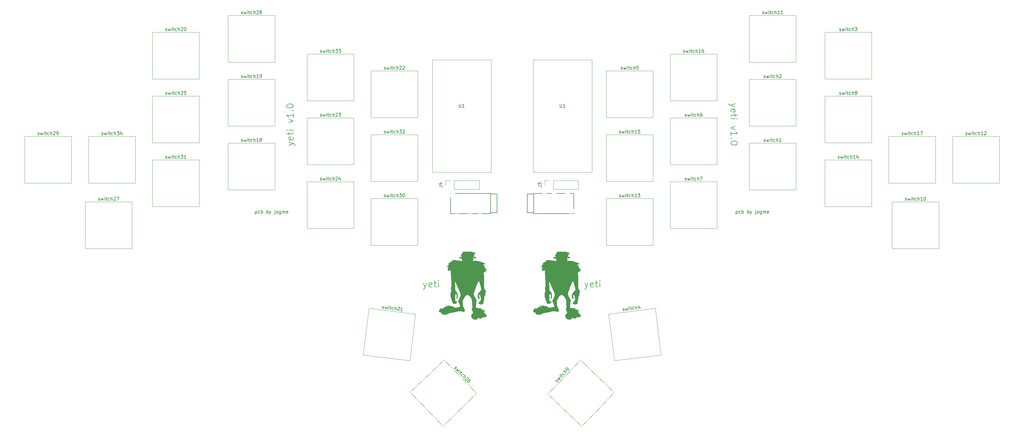
<source format=gto>
G04 #@! TF.GenerationSoftware,KiCad,Pcbnew,7.0.1*
G04 #@! TF.CreationDate,2023-04-24T22:18:49+02:00*
G04 #@! TF.ProjectId,yeti,79657469-2e6b-4696-9361-645f70636258,rev?*
G04 #@! TF.SameCoordinates,Original*
G04 #@! TF.FileFunction,Legend,Top*
G04 #@! TF.FilePolarity,Positive*
%FSLAX46Y46*%
G04 Gerber Fmt 4.6, Leading zero omitted, Abs format (unit mm)*
G04 Created by KiCad (PCBNEW 7.0.1) date 2023-04-24 22:18:49*
%MOMM*%
%LPD*%
G01*
G04 APERTURE LIST*
%ADD10C,0.150000*%
%ADD11C,0.300000*%
%ADD12C,0.120000*%
%ADD13C,1.750000*%
%ADD14C,1.550000*%
%ADD15C,4.000000*%
%ADD16C,4.300000*%
%ADD17R,1.700000X1.700000*%
%ADD18O,1.700000X1.700000*%
%ADD19C,0.800000*%
%ADD20O,2.000000X1.600000*%
%ADD21C,2.200000*%
%ADD22C,1.524000*%
G04 APERTURE END LIST*
D10*
X217575428Y-77011952D02*
X217575428Y-78011952D01*
X217575428Y-77059571D02*
X217670666Y-77011952D01*
X217670666Y-77011952D02*
X217861142Y-77011952D01*
X217861142Y-77011952D02*
X217956380Y-77059571D01*
X217956380Y-77059571D02*
X218003999Y-77107190D01*
X218003999Y-77107190D02*
X218051618Y-77202428D01*
X218051618Y-77202428D02*
X218051618Y-77488142D01*
X218051618Y-77488142D02*
X218003999Y-77583380D01*
X218003999Y-77583380D02*
X217956380Y-77631000D01*
X217956380Y-77631000D02*
X217861142Y-77678619D01*
X217861142Y-77678619D02*
X217670666Y-77678619D01*
X217670666Y-77678619D02*
X217575428Y-77631000D01*
X218908761Y-77631000D02*
X218813523Y-77678619D01*
X218813523Y-77678619D02*
X218623047Y-77678619D01*
X218623047Y-77678619D02*
X218527809Y-77631000D01*
X218527809Y-77631000D02*
X218480190Y-77583380D01*
X218480190Y-77583380D02*
X218432571Y-77488142D01*
X218432571Y-77488142D02*
X218432571Y-77202428D01*
X218432571Y-77202428D02*
X218480190Y-77107190D01*
X218480190Y-77107190D02*
X218527809Y-77059571D01*
X218527809Y-77059571D02*
X218623047Y-77011952D01*
X218623047Y-77011952D02*
X218813523Y-77011952D01*
X218813523Y-77011952D02*
X218908761Y-77059571D01*
X219337333Y-77678619D02*
X219337333Y-76678619D01*
X219337333Y-77059571D02*
X219432571Y-77011952D01*
X219432571Y-77011952D02*
X219623047Y-77011952D01*
X219623047Y-77011952D02*
X219718285Y-77059571D01*
X219718285Y-77059571D02*
X219765904Y-77107190D01*
X219765904Y-77107190D02*
X219813523Y-77202428D01*
X219813523Y-77202428D02*
X219813523Y-77488142D01*
X219813523Y-77488142D02*
X219765904Y-77583380D01*
X219765904Y-77583380D02*
X219718285Y-77631000D01*
X219718285Y-77631000D02*
X219623047Y-77678619D01*
X219623047Y-77678619D02*
X219432571Y-77678619D01*
X219432571Y-77678619D02*
X219337333Y-77631000D01*
X221004000Y-77678619D02*
X221004000Y-76678619D01*
X221004000Y-77059571D02*
X221099238Y-77011952D01*
X221099238Y-77011952D02*
X221289714Y-77011952D01*
X221289714Y-77011952D02*
X221384952Y-77059571D01*
X221384952Y-77059571D02*
X221432571Y-77107190D01*
X221432571Y-77107190D02*
X221480190Y-77202428D01*
X221480190Y-77202428D02*
X221480190Y-77488142D01*
X221480190Y-77488142D02*
X221432571Y-77583380D01*
X221432571Y-77583380D02*
X221384952Y-77631000D01*
X221384952Y-77631000D02*
X221289714Y-77678619D01*
X221289714Y-77678619D02*
X221099238Y-77678619D01*
X221099238Y-77678619D02*
X221004000Y-77631000D01*
X221813524Y-77011952D02*
X222051619Y-77678619D01*
X222289714Y-77011952D02*
X222051619Y-77678619D01*
X222051619Y-77678619D02*
X221956381Y-77916714D01*
X221956381Y-77916714D02*
X221908762Y-77964333D01*
X221908762Y-77964333D02*
X221813524Y-78011952D01*
X223432572Y-77011952D02*
X223432572Y-77869095D01*
X223432572Y-77869095D02*
X223384953Y-77964333D01*
X223384953Y-77964333D02*
X223289715Y-78011952D01*
X223289715Y-78011952D02*
X223242096Y-78011952D01*
X223432572Y-76678619D02*
X223384953Y-76726238D01*
X223384953Y-76726238D02*
X223432572Y-76773857D01*
X223432572Y-76773857D02*
X223480191Y-76726238D01*
X223480191Y-76726238D02*
X223432572Y-76678619D01*
X223432572Y-76678619D02*
X223432572Y-76773857D01*
X224051619Y-77678619D02*
X223956381Y-77631000D01*
X223956381Y-77631000D02*
X223908762Y-77583380D01*
X223908762Y-77583380D02*
X223861143Y-77488142D01*
X223861143Y-77488142D02*
X223861143Y-77202428D01*
X223861143Y-77202428D02*
X223908762Y-77107190D01*
X223908762Y-77107190D02*
X223956381Y-77059571D01*
X223956381Y-77059571D02*
X224051619Y-77011952D01*
X224051619Y-77011952D02*
X224194476Y-77011952D01*
X224194476Y-77011952D02*
X224289714Y-77059571D01*
X224289714Y-77059571D02*
X224337333Y-77107190D01*
X224337333Y-77107190D02*
X224384952Y-77202428D01*
X224384952Y-77202428D02*
X224384952Y-77488142D01*
X224384952Y-77488142D02*
X224337333Y-77583380D01*
X224337333Y-77583380D02*
X224289714Y-77631000D01*
X224289714Y-77631000D02*
X224194476Y-77678619D01*
X224194476Y-77678619D02*
X224051619Y-77678619D01*
X225242095Y-77011952D02*
X225242095Y-77821476D01*
X225242095Y-77821476D02*
X225194476Y-77916714D01*
X225194476Y-77916714D02*
X225146857Y-77964333D01*
X225146857Y-77964333D02*
X225051619Y-78011952D01*
X225051619Y-78011952D02*
X224908762Y-78011952D01*
X224908762Y-78011952D02*
X224813524Y-77964333D01*
X225242095Y-77631000D02*
X225146857Y-77678619D01*
X225146857Y-77678619D02*
X224956381Y-77678619D01*
X224956381Y-77678619D02*
X224861143Y-77631000D01*
X224861143Y-77631000D02*
X224813524Y-77583380D01*
X224813524Y-77583380D02*
X224765905Y-77488142D01*
X224765905Y-77488142D02*
X224765905Y-77202428D01*
X224765905Y-77202428D02*
X224813524Y-77107190D01*
X224813524Y-77107190D02*
X224861143Y-77059571D01*
X224861143Y-77059571D02*
X224956381Y-77011952D01*
X224956381Y-77011952D02*
X225146857Y-77011952D01*
X225146857Y-77011952D02*
X225242095Y-77059571D01*
X225718286Y-77678619D02*
X225718286Y-77011952D01*
X225718286Y-77107190D02*
X225765905Y-77059571D01*
X225765905Y-77059571D02*
X225861143Y-77011952D01*
X225861143Y-77011952D02*
X226004000Y-77011952D01*
X226004000Y-77011952D02*
X226099238Y-77059571D01*
X226099238Y-77059571D02*
X226146857Y-77154809D01*
X226146857Y-77154809D02*
X226146857Y-77678619D01*
X226146857Y-77154809D02*
X226194476Y-77059571D01*
X226194476Y-77059571D02*
X226289714Y-77011952D01*
X226289714Y-77011952D02*
X226432571Y-77011952D01*
X226432571Y-77011952D02*
X226527810Y-77059571D01*
X226527810Y-77059571D02*
X226575429Y-77154809D01*
X226575429Y-77154809D02*
X226575429Y-77678619D01*
X227432571Y-77631000D02*
X227337333Y-77678619D01*
X227337333Y-77678619D02*
X227146857Y-77678619D01*
X227146857Y-77678619D02*
X227051619Y-77631000D01*
X227051619Y-77631000D02*
X227004000Y-77535761D01*
X227004000Y-77535761D02*
X227004000Y-77154809D01*
X227004000Y-77154809D02*
X227051619Y-77059571D01*
X227051619Y-77059571D02*
X227146857Y-77011952D01*
X227146857Y-77011952D02*
X227337333Y-77011952D01*
X227337333Y-77011952D02*
X227432571Y-77059571D01*
X227432571Y-77059571D02*
X227480190Y-77154809D01*
X227480190Y-77154809D02*
X227480190Y-77250047D01*
X227480190Y-77250047D02*
X227004000Y-77345285D01*
X82395904Y-57085714D02*
X83729238Y-56609524D01*
X82395904Y-56133333D02*
X83729238Y-56609524D01*
X83729238Y-56609524D02*
X84205428Y-56800000D01*
X84205428Y-56800000D02*
X84300666Y-56895238D01*
X84300666Y-56895238D02*
X84395904Y-57085714D01*
X83634000Y-54609523D02*
X83729238Y-54799999D01*
X83729238Y-54799999D02*
X83729238Y-55180952D01*
X83729238Y-55180952D02*
X83634000Y-55371428D01*
X83634000Y-55371428D02*
X83443523Y-55466666D01*
X83443523Y-55466666D02*
X82681619Y-55466666D01*
X82681619Y-55466666D02*
X82491142Y-55371428D01*
X82491142Y-55371428D02*
X82395904Y-55180952D01*
X82395904Y-55180952D02*
X82395904Y-54799999D01*
X82395904Y-54799999D02*
X82491142Y-54609523D01*
X82491142Y-54609523D02*
X82681619Y-54514285D01*
X82681619Y-54514285D02*
X82872095Y-54514285D01*
X82872095Y-54514285D02*
X83062571Y-55466666D01*
X82395904Y-53942856D02*
X82395904Y-53180952D01*
X81729238Y-53657142D02*
X83443523Y-53657142D01*
X83443523Y-53657142D02*
X83634000Y-53561904D01*
X83634000Y-53561904D02*
X83729238Y-53371428D01*
X83729238Y-53371428D02*
X83729238Y-53180952D01*
X83729238Y-52514285D02*
X82395904Y-52514285D01*
X81729238Y-52514285D02*
X81824476Y-52609523D01*
X81824476Y-52609523D02*
X81919714Y-52514285D01*
X81919714Y-52514285D02*
X81824476Y-52419047D01*
X81824476Y-52419047D02*
X81729238Y-52514285D01*
X81729238Y-52514285D02*
X81919714Y-52514285D01*
X82395904Y-50228570D02*
X83729238Y-49752380D01*
X83729238Y-49752380D02*
X82395904Y-49276189D01*
X83729238Y-47466665D02*
X83729238Y-48609522D01*
X83729238Y-48038094D02*
X81729238Y-48038094D01*
X81729238Y-48038094D02*
X82014952Y-48228570D01*
X82014952Y-48228570D02*
X82205428Y-48419046D01*
X82205428Y-48419046D02*
X82300666Y-48609522D01*
X83538761Y-46609522D02*
X83634000Y-46514284D01*
X83634000Y-46514284D02*
X83729238Y-46609522D01*
X83729238Y-46609522D02*
X83634000Y-46704760D01*
X83634000Y-46704760D02*
X83538761Y-46609522D01*
X83538761Y-46609522D02*
X83729238Y-46609522D01*
X81729238Y-45276189D02*
X81729238Y-45085712D01*
X81729238Y-45085712D02*
X81824476Y-44895236D01*
X81824476Y-44895236D02*
X81919714Y-44799998D01*
X81919714Y-44799998D02*
X82110190Y-44704760D01*
X82110190Y-44704760D02*
X82491142Y-44609522D01*
X82491142Y-44609522D02*
X82967333Y-44609522D01*
X82967333Y-44609522D02*
X83348285Y-44704760D01*
X83348285Y-44704760D02*
X83538761Y-44799998D01*
X83538761Y-44799998D02*
X83634000Y-44895236D01*
X83634000Y-44895236D02*
X83729238Y-45085712D01*
X83729238Y-45085712D02*
X83729238Y-45276189D01*
X83729238Y-45276189D02*
X83634000Y-45466665D01*
X83634000Y-45466665D02*
X83538761Y-45561903D01*
X83538761Y-45561903D02*
X83348285Y-45657141D01*
X83348285Y-45657141D02*
X82967333Y-45752379D01*
X82967333Y-45752379D02*
X82491142Y-45752379D01*
X82491142Y-45752379D02*
X82110190Y-45657141D01*
X82110190Y-45657141D02*
X81919714Y-45561903D01*
X81919714Y-45561903D02*
X81824476Y-45466665D01*
X81824476Y-45466665D02*
X81729238Y-45276189D01*
X171863047Y-98651904D02*
X172339237Y-99985238D01*
X172815428Y-98651904D02*
X172339237Y-99985238D01*
X172339237Y-99985238D02*
X172148761Y-100461428D01*
X172148761Y-100461428D02*
X172053523Y-100556666D01*
X172053523Y-100556666D02*
X171863047Y-100651904D01*
X174339238Y-99890000D02*
X174148762Y-99985238D01*
X174148762Y-99985238D02*
X173767809Y-99985238D01*
X173767809Y-99985238D02*
X173577333Y-99890000D01*
X173577333Y-99890000D02*
X173482095Y-99699523D01*
X173482095Y-99699523D02*
X173482095Y-98937619D01*
X173482095Y-98937619D02*
X173577333Y-98747142D01*
X173577333Y-98747142D02*
X173767809Y-98651904D01*
X173767809Y-98651904D02*
X174148762Y-98651904D01*
X174148762Y-98651904D02*
X174339238Y-98747142D01*
X174339238Y-98747142D02*
X174434476Y-98937619D01*
X174434476Y-98937619D02*
X174434476Y-99128095D01*
X174434476Y-99128095D02*
X173482095Y-99318571D01*
X175005905Y-98651904D02*
X175767809Y-98651904D01*
X175291619Y-97985238D02*
X175291619Y-99699523D01*
X175291619Y-99699523D02*
X175386857Y-99890000D01*
X175386857Y-99890000D02*
X175577333Y-99985238D01*
X175577333Y-99985238D02*
X175767809Y-99985238D01*
X176434476Y-99985238D02*
X176434476Y-98651904D01*
X176434476Y-97985238D02*
X176339238Y-98080476D01*
X176339238Y-98080476D02*
X176434476Y-98175714D01*
X176434476Y-98175714D02*
X176529714Y-98080476D01*
X176529714Y-98080476D02*
X176434476Y-97985238D01*
X176434476Y-97985238D02*
X176434476Y-98175714D01*
X123095047Y-98651904D02*
X123571237Y-99985238D01*
X124047428Y-98651904D02*
X123571237Y-99985238D01*
X123571237Y-99985238D02*
X123380761Y-100461428D01*
X123380761Y-100461428D02*
X123285523Y-100556666D01*
X123285523Y-100556666D02*
X123095047Y-100651904D01*
X125571238Y-99890000D02*
X125380762Y-99985238D01*
X125380762Y-99985238D02*
X124999809Y-99985238D01*
X124999809Y-99985238D02*
X124809333Y-99890000D01*
X124809333Y-99890000D02*
X124714095Y-99699523D01*
X124714095Y-99699523D02*
X124714095Y-98937619D01*
X124714095Y-98937619D02*
X124809333Y-98747142D01*
X124809333Y-98747142D02*
X124999809Y-98651904D01*
X124999809Y-98651904D02*
X125380762Y-98651904D01*
X125380762Y-98651904D02*
X125571238Y-98747142D01*
X125571238Y-98747142D02*
X125666476Y-98937619D01*
X125666476Y-98937619D02*
X125666476Y-99128095D01*
X125666476Y-99128095D02*
X124714095Y-99318571D01*
X126237905Y-98651904D02*
X126999809Y-98651904D01*
X126523619Y-97985238D02*
X126523619Y-99699523D01*
X126523619Y-99699523D02*
X126618857Y-99890000D01*
X126618857Y-99890000D02*
X126809333Y-99985238D01*
X126809333Y-99985238D02*
X126999809Y-99985238D01*
X127666476Y-99985238D02*
X127666476Y-98651904D01*
X127666476Y-97985238D02*
X127571238Y-98080476D01*
X127571238Y-98080476D02*
X127666476Y-98175714D01*
X127666476Y-98175714D02*
X127761714Y-98080476D01*
X127761714Y-98080476D02*
X127666476Y-97985238D01*
X127666476Y-97985238D02*
X127666476Y-98175714D01*
X217324095Y-44514285D02*
X215990761Y-44990475D01*
X217324095Y-45466666D02*
X215990761Y-44990475D01*
X215990761Y-44990475D02*
X215514571Y-44799999D01*
X215514571Y-44799999D02*
X215419333Y-44704761D01*
X215419333Y-44704761D02*
X215324095Y-44514285D01*
X216086000Y-46990476D02*
X215990761Y-46800000D01*
X215990761Y-46800000D02*
X215990761Y-46419047D01*
X215990761Y-46419047D02*
X216086000Y-46228571D01*
X216086000Y-46228571D02*
X216276476Y-46133333D01*
X216276476Y-46133333D02*
X217038380Y-46133333D01*
X217038380Y-46133333D02*
X217228857Y-46228571D01*
X217228857Y-46228571D02*
X217324095Y-46419047D01*
X217324095Y-46419047D02*
X217324095Y-46800000D01*
X217324095Y-46800000D02*
X217228857Y-46990476D01*
X217228857Y-46990476D02*
X217038380Y-47085714D01*
X217038380Y-47085714D02*
X216847904Y-47085714D01*
X216847904Y-47085714D02*
X216657428Y-46133333D01*
X217324095Y-47657143D02*
X217324095Y-48419047D01*
X217990761Y-47942857D02*
X216276476Y-47942857D01*
X216276476Y-47942857D02*
X216086000Y-48038095D01*
X216086000Y-48038095D02*
X215990761Y-48228571D01*
X215990761Y-48228571D02*
X215990761Y-48419047D01*
X215990761Y-49085714D02*
X217324095Y-49085714D01*
X217990761Y-49085714D02*
X217895523Y-48990476D01*
X217895523Y-48990476D02*
X217800285Y-49085714D01*
X217800285Y-49085714D02*
X217895523Y-49180952D01*
X217895523Y-49180952D02*
X217990761Y-49085714D01*
X217990761Y-49085714D02*
X217800285Y-49085714D01*
X217324095Y-51371429D02*
X215990761Y-51847619D01*
X215990761Y-51847619D02*
X217324095Y-52323810D01*
X215990761Y-54133334D02*
X215990761Y-52990477D01*
X215990761Y-53561905D02*
X217990761Y-53561905D01*
X217990761Y-53561905D02*
X217705047Y-53371429D01*
X217705047Y-53371429D02*
X217514571Y-53180953D01*
X217514571Y-53180953D02*
X217419333Y-52990477D01*
X216181238Y-54990477D02*
X216086000Y-55085715D01*
X216086000Y-55085715D02*
X215990761Y-54990477D01*
X215990761Y-54990477D02*
X216086000Y-54895239D01*
X216086000Y-54895239D02*
X216181238Y-54990477D01*
X216181238Y-54990477D02*
X215990761Y-54990477D01*
X217990761Y-56323810D02*
X217990761Y-56514287D01*
X217990761Y-56514287D02*
X217895523Y-56704763D01*
X217895523Y-56704763D02*
X217800285Y-56800001D01*
X217800285Y-56800001D02*
X217609809Y-56895239D01*
X217609809Y-56895239D02*
X217228857Y-56990477D01*
X217228857Y-56990477D02*
X216752666Y-56990477D01*
X216752666Y-56990477D02*
X216371714Y-56895239D01*
X216371714Y-56895239D02*
X216181238Y-56800001D01*
X216181238Y-56800001D02*
X216086000Y-56704763D01*
X216086000Y-56704763D02*
X215990761Y-56514287D01*
X215990761Y-56514287D02*
X215990761Y-56323810D01*
X215990761Y-56323810D02*
X216086000Y-56133334D01*
X216086000Y-56133334D02*
X216181238Y-56038096D01*
X216181238Y-56038096D02*
X216371714Y-55942858D01*
X216371714Y-55942858D02*
X216752666Y-55847620D01*
X216752666Y-55847620D02*
X217228857Y-55847620D01*
X217228857Y-55847620D02*
X217609809Y-55942858D01*
X217609809Y-55942858D02*
X217800285Y-56038096D01*
X217800285Y-56038096D02*
X217895523Y-56133334D01*
X217895523Y-56133334D02*
X217990761Y-56323810D01*
X72287428Y-77011952D02*
X72287428Y-78011952D01*
X72287428Y-77059571D02*
X72382666Y-77011952D01*
X72382666Y-77011952D02*
X72573142Y-77011952D01*
X72573142Y-77011952D02*
X72668380Y-77059571D01*
X72668380Y-77059571D02*
X72715999Y-77107190D01*
X72715999Y-77107190D02*
X72763618Y-77202428D01*
X72763618Y-77202428D02*
X72763618Y-77488142D01*
X72763618Y-77488142D02*
X72715999Y-77583380D01*
X72715999Y-77583380D02*
X72668380Y-77631000D01*
X72668380Y-77631000D02*
X72573142Y-77678619D01*
X72573142Y-77678619D02*
X72382666Y-77678619D01*
X72382666Y-77678619D02*
X72287428Y-77631000D01*
X73620761Y-77631000D02*
X73525523Y-77678619D01*
X73525523Y-77678619D02*
X73335047Y-77678619D01*
X73335047Y-77678619D02*
X73239809Y-77631000D01*
X73239809Y-77631000D02*
X73192190Y-77583380D01*
X73192190Y-77583380D02*
X73144571Y-77488142D01*
X73144571Y-77488142D02*
X73144571Y-77202428D01*
X73144571Y-77202428D02*
X73192190Y-77107190D01*
X73192190Y-77107190D02*
X73239809Y-77059571D01*
X73239809Y-77059571D02*
X73335047Y-77011952D01*
X73335047Y-77011952D02*
X73525523Y-77011952D01*
X73525523Y-77011952D02*
X73620761Y-77059571D01*
X74049333Y-77678619D02*
X74049333Y-76678619D01*
X74049333Y-77059571D02*
X74144571Y-77011952D01*
X74144571Y-77011952D02*
X74335047Y-77011952D01*
X74335047Y-77011952D02*
X74430285Y-77059571D01*
X74430285Y-77059571D02*
X74477904Y-77107190D01*
X74477904Y-77107190D02*
X74525523Y-77202428D01*
X74525523Y-77202428D02*
X74525523Y-77488142D01*
X74525523Y-77488142D02*
X74477904Y-77583380D01*
X74477904Y-77583380D02*
X74430285Y-77631000D01*
X74430285Y-77631000D02*
X74335047Y-77678619D01*
X74335047Y-77678619D02*
X74144571Y-77678619D01*
X74144571Y-77678619D02*
X74049333Y-77631000D01*
X75716000Y-77678619D02*
X75716000Y-76678619D01*
X75716000Y-77059571D02*
X75811238Y-77011952D01*
X75811238Y-77011952D02*
X76001714Y-77011952D01*
X76001714Y-77011952D02*
X76096952Y-77059571D01*
X76096952Y-77059571D02*
X76144571Y-77107190D01*
X76144571Y-77107190D02*
X76192190Y-77202428D01*
X76192190Y-77202428D02*
X76192190Y-77488142D01*
X76192190Y-77488142D02*
X76144571Y-77583380D01*
X76144571Y-77583380D02*
X76096952Y-77631000D01*
X76096952Y-77631000D02*
X76001714Y-77678619D01*
X76001714Y-77678619D02*
X75811238Y-77678619D01*
X75811238Y-77678619D02*
X75716000Y-77631000D01*
X76525524Y-77011952D02*
X76763619Y-77678619D01*
X77001714Y-77011952D02*
X76763619Y-77678619D01*
X76763619Y-77678619D02*
X76668381Y-77916714D01*
X76668381Y-77916714D02*
X76620762Y-77964333D01*
X76620762Y-77964333D02*
X76525524Y-78011952D01*
X78144572Y-77011952D02*
X78144572Y-77869095D01*
X78144572Y-77869095D02*
X78096953Y-77964333D01*
X78096953Y-77964333D02*
X78001715Y-78011952D01*
X78001715Y-78011952D02*
X77954096Y-78011952D01*
X78144572Y-76678619D02*
X78096953Y-76726238D01*
X78096953Y-76726238D02*
X78144572Y-76773857D01*
X78144572Y-76773857D02*
X78192191Y-76726238D01*
X78192191Y-76726238D02*
X78144572Y-76678619D01*
X78144572Y-76678619D02*
X78144572Y-76773857D01*
X78763619Y-77678619D02*
X78668381Y-77631000D01*
X78668381Y-77631000D02*
X78620762Y-77583380D01*
X78620762Y-77583380D02*
X78573143Y-77488142D01*
X78573143Y-77488142D02*
X78573143Y-77202428D01*
X78573143Y-77202428D02*
X78620762Y-77107190D01*
X78620762Y-77107190D02*
X78668381Y-77059571D01*
X78668381Y-77059571D02*
X78763619Y-77011952D01*
X78763619Y-77011952D02*
X78906476Y-77011952D01*
X78906476Y-77011952D02*
X79001714Y-77059571D01*
X79001714Y-77059571D02*
X79049333Y-77107190D01*
X79049333Y-77107190D02*
X79096952Y-77202428D01*
X79096952Y-77202428D02*
X79096952Y-77488142D01*
X79096952Y-77488142D02*
X79049333Y-77583380D01*
X79049333Y-77583380D02*
X79001714Y-77631000D01*
X79001714Y-77631000D02*
X78906476Y-77678619D01*
X78906476Y-77678619D02*
X78763619Y-77678619D01*
X79954095Y-77011952D02*
X79954095Y-77821476D01*
X79954095Y-77821476D02*
X79906476Y-77916714D01*
X79906476Y-77916714D02*
X79858857Y-77964333D01*
X79858857Y-77964333D02*
X79763619Y-78011952D01*
X79763619Y-78011952D02*
X79620762Y-78011952D01*
X79620762Y-78011952D02*
X79525524Y-77964333D01*
X79954095Y-77631000D02*
X79858857Y-77678619D01*
X79858857Y-77678619D02*
X79668381Y-77678619D01*
X79668381Y-77678619D02*
X79573143Y-77631000D01*
X79573143Y-77631000D02*
X79525524Y-77583380D01*
X79525524Y-77583380D02*
X79477905Y-77488142D01*
X79477905Y-77488142D02*
X79477905Y-77202428D01*
X79477905Y-77202428D02*
X79525524Y-77107190D01*
X79525524Y-77107190D02*
X79573143Y-77059571D01*
X79573143Y-77059571D02*
X79668381Y-77011952D01*
X79668381Y-77011952D02*
X79858857Y-77011952D01*
X79858857Y-77011952D02*
X79954095Y-77059571D01*
X80430286Y-77678619D02*
X80430286Y-77011952D01*
X80430286Y-77107190D02*
X80477905Y-77059571D01*
X80477905Y-77059571D02*
X80573143Y-77011952D01*
X80573143Y-77011952D02*
X80716000Y-77011952D01*
X80716000Y-77011952D02*
X80811238Y-77059571D01*
X80811238Y-77059571D02*
X80858857Y-77154809D01*
X80858857Y-77154809D02*
X80858857Y-77678619D01*
X80858857Y-77154809D02*
X80906476Y-77059571D01*
X80906476Y-77059571D02*
X81001714Y-77011952D01*
X81001714Y-77011952D02*
X81144571Y-77011952D01*
X81144571Y-77011952D02*
X81239810Y-77059571D01*
X81239810Y-77059571D02*
X81287429Y-77154809D01*
X81287429Y-77154809D02*
X81287429Y-77678619D01*
X82144571Y-77631000D02*
X82049333Y-77678619D01*
X82049333Y-77678619D02*
X81858857Y-77678619D01*
X81858857Y-77678619D02*
X81763619Y-77631000D01*
X81763619Y-77631000D02*
X81716000Y-77535761D01*
X81716000Y-77535761D02*
X81716000Y-77154809D01*
X81716000Y-77154809D02*
X81763619Y-77059571D01*
X81763619Y-77059571D02*
X81858857Y-77011952D01*
X81858857Y-77011952D02*
X82049333Y-77011952D01*
X82049333Y-77011952D02*
X82144571Y-77059571D01*
X82144571Y-77059571D02*
X82192190Y-77154809D01*
X82192190Y-77154809D02*
X82192190Y-77250047D01*
X82192190Y-77250047D02*
X81716000Y-77345285D01*
X68024762Y-36611000D02*
X68120000Y-36658619D01*
X68120000Y-36658619D02*
X68310476Y-36658619D01*
X68310476Y-36658619D02*
X68405714Y-36611000D01*
X68405714Y-36611000D02*
X68453333Y-36515761D01*
X68453333Y-36515761D02*
X68453333Y-36468142D01*
X68453333Y-36468142D02*
X68405714Y-36372904D01*
X68405714Y-36372904D02*
X68310476Y-36325285D01*
X68310476Y-36325285D02*
X68167619Y-36325285D01*
X68167619Y-36325285D02*
X68072381Y-36277666D01*
X68072381Y-36277666D02*
X68024762Y-36182428D01*
X68024762Y-36182428D02*
X68024762Y-36134809D01*
X68024762Y-36134809D02*
X68072381Y-36039571D01*
X68072381Y-36039571D02*
X68167619Y-35991952D01*
X68167619Y-35991952D02*
X68310476Y-35991952D01*
X68310476Y-35991952D02*
X68405714Y-36039571D01*
X68786667Y-35991952D02*
X68977143Y-36658619D01*
X68977143Y-36658619D02*
X69167619Y-36182428D01*
X69167619Y-36182428D02*
X69358095Y-36658619D01*
X69358095Y-36658619D02*
X69548571Y-35991952D01*
X69929524Y-36658619D02*
X69929524Y-35991952D01*
X69929524Y-35658619D02*
X69881905Y-35706238D01*
X69881905Y-35706238D02*
X69929524Y-35753857D01*
X69929524Y-35753857D02*
X69977143Y-35706238D01*
X69977143Y-35706238D02*
X69929524Y-35658619D01*
X69929524Y-35658619D02*
X69929524Y-35753857D01*
X70262857Y-35991952D02*
X70643809Y-35991952D01*
X70405714Y-35658619D02*
X70405714Y-36515761D01*
X70405714Y-36515761D02*
X70453333Y-36611000D01*
X70453333Y-36611000D02*
X70548571Y-36658619D01*
X70548571Y-36658619D02*
X70643809Y-36658619D01*
X71405714Y-36611000D02*
X71310476Y-36658619D01*
X71310476Y-36658619D02*
X71120000Y-36658619D01*
X71120000Y-36658619D02*
X71024762Y-36611000D01*
X71024762Y-36611000D02*
X70977143Y-36563380D01*
X70977143Y-36563380D02*
X70929524Y-36468142D01*
X70929524Y-36468142D02*
X70929524Y-36182428D01*
X70929524Y-36182428D02*
X70977143Y-36087190D01*
X70977143Y-36087190D02*
X71024762Y-36039571D01*
X71024762Y-36039571D02*
X71120000Y-35991952D01*
X71120000Y-35991952D02*
X71310476Y-35991952D01*
X71310476Y-35991952D02*
X71405714Y-36039571D01*
X71834286Y-36658619D02*
X71834286Y-35658619D01*
X72262857Y-36658619D02*
X72262857Y-36134809D01*
X72262857Y-36134809D02*
X72215238Y-36039571D01*
X72215238Y-36039571D02*
X72120000Y-35991952D01*
X72120000Y-35991952D02*
X71977143Y-35991952D01*
X71977143Y-35991952D02*
X71881905Y-36039571D01*
X71881905Y-36039571D02*
X71834286Y-36087190D01*
X73262857Y-36658619D02*
X72691429Y-36658619D01*
X72977143Y-36658619D02*
X72977143Y-35658619D01*
X72977143Y-35658619D02*
X72881905Y-35801476D01*
X72881905Y-35801476D02*
X72786667Y-35896714D01*
X72786667Y-35896714D02*
X72691429Y-35944333D01*
X73739048Y-36658619D02*
X73929524Y-36658619D01*
X73929524Y-36658619D02*
X74024762Y-36611000D01*
X74024762Y-36611000D02*
X74072381Y-36563380D01*
X74072381Y-36563380D02*
X74167619Y-36420523D01*
X74167619Y-36420523D02*
X74215238Y-36230047D01*
X74215238Y-36230047D02*
X74215238Y-35849095D01*
X74215238Y-35849095D02*
X74167619Y-35753857D01*
X74167619Y-35753857D02*
X74120000Y-35706238D01*
X74120000Y-35706238D02*
X74024762Y-35658619D01*
X74024762Y-35658619D02*
X73834286Y-35658619D01*
X73834286Y-35658619D02*
X73739048Y-35706238D01*
X73739048Y-35706238D02*
X73691429Y-35753857D01*
X73691429Y-35753857D02*
X73643810Y-35849095D01*
X73643810Y-35849095D02*
X73643810Y-36087190D01*
X73643810Y-36087190D02*
X73691429Y-36182428D01*
X73691429Y-36182428D02*
X73739048Y-36230047D01*
X73739048Y-36230047D02*
X73834286Y-36277666D01*
X73834286Y-36277666D02*
X74024762Y-36277666D01*
X74024762Y-36277666D02*
X74120000Y-36230047D01*
X74120000Y-36230047D02*
X74167619Y-36182428D01*
X74167619Y-36182428D02*
X74215238Y-36087190D01*
X45164762Y-60995000D02*
X45260000Y-61042619D01*
X45260000Y-61042619D02*
X45450476Y-61042619D01*
X45450476Y-61042619D02*
X45545714Y-60995000D01*
X45545714Y-60995000D02*
X45593333Y-60899761D01*
X45593333Y-60899761D02*
X45593333Y-60852142D01*
X45593333Y-60852142D02*
X45545714Y-60756904D01*
X45545714Y-60756904D02*
X45450476Y-60709285D01*
X45450476Y-60709285D02*
X45307619Y-60709285D01*
X45307619Y-60709285D02*
X45212381Y-60661666D01*
X45212381Y-60661666D02*
X45164762Y-60566428D01*
X45164762Y-60566428D02*
X45164762Y-60518809D01*
X45164762Y-60518809D02*
X45212381Y-60423571D01*
X45212381Y-60423571D02*
X45307619Y-60375952D01*
X45307619Y-60375952D02*
X45450476Y-60375952D01*
X45450476Y-60375952D02*
X45545714Y-60423571D01*
X45926667Y-60375952D02*
X46117143Y-61042619D01*
X46117143Y-61042619D02*
X46307619Y-60566428D01*
X46307619Y-60566428D02*
X46498095Y-61042619D01*
X46498095Y-61042619D02*
X46688571Y-60375952D01*
X47069524Y-61042619D02*
X47069524Y-60375952D01*
X47069524Y-60042619D02*
X47021905Y-60090238D01*
X47021905Y-60090238D02*
X47069524Y-60137857D01*
X47069524Y-60137857D02*
X47117143Y-60090238D01*
X47117143Y-60090238D02*
X47069524Y-60042619D01*
X47069524Y-60042619D02*
X47069524Y-60137857D01*
X47402857Y-60375952D02*
X47783809Y-60375952D01*
X47545714Y-60042619D02*
X47545714Y-60899761D01*
X47545714Y-60899761D02*
X47593333Y-60995000D01*
X47593333Y-60995000D02*
X47688571Y-61042619D01*
X47688571Y-61042619D02*
X47783809Y-61042619D01*
X48545714Y-60995000D02*
X48450476Y-61042619D01*
X48450476Y-61042619D02*
X48260000Y-61042619D01*
X48260000Y-61042619D02*
X48164762Y-60995000D01*
X48164762Y-60995000D02*
X48117143Y-60947380D01*
X48117143Y-60947380D02*
X48069524Y-60852142D01*
X48069524Y-60852142D02*
X48069524Y-60566428D01*
X48069524Y-60566428D02*
X48117143Y-60471190D01*
X48117143Y-60471190D02*
X48164762Y-60423571D01*
X48164762Y-60423571D02*
X48260000Y-60375952D01*
X48260000Y-60375952D02*
X48450476Y-60375952D01*
X48450476Y-60375952D02*
X48545714Y-60423571D01*
X48974286Y-61042619D02*
X48974286Y-60042619D01*
X49402857Y-61042619D02*
X49402857Y-60518809D01*
X49402857Y-60518809D02*
X49355238Y-60423571D01*
X49355238Y-60423571D02*
X49260000Y-60375952D01*
X49260000Y-60375952D02*
X49117143Y-60375952D01*
X49117143Y-60375952D02*
X49021905Y-60423571D01*
X49021905Y-60423571D02*
X48974286Y-60471190D01*
X49783810Y-60042619D02*
X50402857Y-60042619D01*
X50402857Y-60042619D02*
X50069524Y-60423571D01*
X50069524Y-60423571D02*
X50212381Y-60423571D01*
X50212381Y-60423571D02*
X50307619Y-60471190D01*
X50307619Y-60471190D02*
X50355238Y-60518809D01*
X50355238Y-60518809D02*
X50402857Y-60614047D01*
X50402857Y-60614047D02*
X50402857Y-60852142D01*
X50402857Y-60852142D02*
X50355238Y-60947380D01*
X50355238Y-60947380D02*
X50307619Y-60995000D01*
X50307619Y-60995000D02*
X50212381Y-61042619D01*
X50212381Y-61042619D02*
X49926667Y-61042619D01*
X49926667Y-61042619D02*
X49831429Y-60995000D01*
X49831429Y-60995000D02*
X49783810Y-60947380D01*
X51355238Y-61042619D02*
X50783810Y-61042619D01*
X51069524Y-61042619D02*
X51069524Y-60042619D01*
X51069524Y-60042619D02*
X50974286Y-60185476D01*
X50974286Y-60185476D02*
X50879048Y-60280714D01*
X50879048Y-60280714D02*
X50783810Y-60328333D01*
D11*
X162741428Y-98313602D02*
X162596286Y-98241031D01*
X162596286Y-98241031D02*
X162378571Y-98241031D01*
X162378571Y-98241031D02*
X162160857Y-98313602D01*
X162160857Y-98313602D02*
X162015714Y-98458745D01*
X162015714Y-98458745D02*
X161943143Y-98603888D01*
X161943143Y-98603888D02*
X161870571Y-98894174D01*
X161870571Y-98894174D02*
X161870571Y-99111888D01*
X161870571Y-99111888D02*
X161943143Y-99402174D01*
X161943143Y-99402174D02*
X162015714Y-99547317D01*
X162015714Y-99547317D02*
X162160857Y-99692460D01*
X162160857Y-99692460D02*
X162378571Y-99765031D01*
X162378571Y-99765031D02*
X162523714Y-99765031D01*
X162523714Y-99765031D02*
X162741428Y-99692460D01*
X162741428Y-99692460D02*
X162814000Y-99619888D01*
X162814000Y-99619888D02*
X162814000Y-99111888D01*
X162814000Y-99111888D02*
X162523714Y-99111888D01*
X163684857Y-98241031D02*
X163684857Y-98603888D01*
X163322000Y-98458745D02*
X163684857Y-98603888D01*
X163684857Y-98603888D02*
X164047714Y-98458745D01*
X163467143Y-98894174D02*
X163684857Y-98603888D01*
X163684857Y-98603888D02*
X163902571Y-98894174D01*
X164846000Y-98241031D02*
X164846000Y-98603888D01*
X164483143Y-98458745D02*
X164846000Y-98603888D01*
X164846000Y-98603888D02*
X165208857Y-98458745D01*
X164628286Y-98894174D02*
X164846000Y-98603888D01*
X164846000Y-98603888D02*
X165063714Y-98894174D01*
X166007143Y-98241031D02*
X166007143Y-98603888D01*
X165644286Y-98458745D02*
X166007143Y-98603888D01*
X166007143Y-98603888D02*
X166370000Y-98458745D01*
X165789429Y-98894174D02*
X166007143Y-98603888D01*
X166007143Y-98603888D02*
X166224857Y-98894174D01*
D10*
X132425744Y-124476306D02*
X132457647Y-124577893D01*
X132457647Y-124577893D02*
X132589963Y-124714911D01*
X132589963Y-124714911D02*
X132690375Y-124750340D01*
X132690375Y-124750340D02*
X132791963Y-124718437D01*
X132791963Y-124718437D02*
X132826217Y-124685358D01*
X132826217Y-124685358D02*
X132861647Y-124584945D01*
X132861647Y-124584945D02*
X132829743Y-124483358D01*
X132829743Y-124483358D02*
X132730506Y-124380595D01*
X132730506Y-124380595D02*
X132698603Y-124279007D01*
X132698603Y-124279007D02*
X132734032Y-124178595D01*
X132734032Y-124178595D02*
X132768286Y-124145516D01*
X132768286Y-124145516D02*
X132869874Y-124113613D01*
X132869874Y-124113613D02*
X132970286Y-124149042D01*
X132970286Y-124149042D02*
X133069523Y-124251805D01*
X133069523Y-124251805D02*
X133101427Y-124353393D01*
X133400313Y-124594348D02*
X133053069Y-125194471D01*
X133053069Y-125194471D02*
X133527928Y-125000698D01*
X133527928Y-125000698D02*
X133317701Y-125468505D01*
X133317701Y-125468505D02*
X133929576Y-125142416D01*
X133714648Y-125879556D02*
X134194208Y-125416451D01*
X134433988Y-125184898D02*
X134366655Y-125183722D01*
X134366655Y-125183722D02*
X134365480Y-125251056D01*
X134365480Y-125251056D02*
X134432813Y-125252231D01*
X134432813Y-125252231D02*
X134433988Y-125184898D01*
X134433988Y-125184898D02*
X134365480Y-125251056D01*
X134425761Y-125656230D02*
X134690392Y-125930264D01*
X134764777Y-125527440D02*
X134148200Y-126122862D01*
X134148200Y-126122862D02*
X134112771Y-126223274D01*
X134112771Y-126223274D02*
X134144675Y-126324861D01*
X134144675Y-126324861D02*
X134210832Y-126393370D01*
X134774351Y-126908360D02*
X134673938Y-126872930D01*
X134673938Y-126872930D02*
X134541622Y-126735913D01*
X134541622Y-126735913D02*
X134509719Y-126634325D01*
X134509719Y-126634325D02*
X134510894Y-126566992D01*
X134510894Y-126566992D02*
X134546324Y-126466580D01*
X134546324Y-126466580D02*
X134751849Y-126268106D01*
X134751849Y-126268106D02*
X134853437Y-126236202D01*
X134853437Y-126236202D02*
X134920770Y-126237378D01*
X134920770Y-126237378D02*
X135021182Y-126272807D01*
X135021182Y-126272807D02*
X135153498Y-126409824D01*
X135153498Y-126409824D02*
X135185402Y-126511412D01*
X135037807Y-127249727D02*
X135757147Y-126555069D01*
X135335518Y-127558016D02*
X135712315Y-127194147D01*
X135712315Y-127194147D02*
X135747744Y-127093735D01*
X135747744Y-127093735D02*
X135715841Y-126992147D01*
X135715841Y-126992147D02*
X135616604Y-126889384D01*
X135616604Y-126889384D02*
X135516192Y-126853955D01*
X135516192Y-126853955D02*
X135448858Y-126852780D01*
X136284060Y-127237804D02*
X136351393Y-127238979D01*
X136351393Y-127238979D02*
X136451805Y-127274409D01*
X136451805Y-127274409D02*
X136617200Y-127445680D01*
X136617200Y-127445680D02*
X136649104Y-127547268D01*
X136649104Y-127547268D02*
X136647929Y-127614601D01*
X136647929Y-127614601D02*
X136612499Y-127715013D01*
X136612499Y-127715013D02*
X136543990Y-127781171D01*
X136543990Y-127781171D02*
X136408149Y-127846154D01*
X136408149Y-127846154D02*
X135600150Y-127832050D01*
X135600150Y-127832050D02*
X136030176Y-128277356D01*
X137344938Y-128199274D02*
X137212622Y-128062257D01*
X137212622Y-128062257D02*
X137112209Y-128026828D01*
X137112209Y-128026828D02*
X137044876Y-128025652D01*
X137044876Y-128025652D02*
X136875955Y-128056381D01*
X136875955Y-128056381D02*
X136705859Y-128154442D01*
X136705859Y-128154442D02*
X136431825Y-128419074D01*
X136431825Y-128419074D02*
X136396396Y-128519486D01*
X136396396Y-128519486D02*
X136395220Y-128586819D01*
X136395220Y-128586819D02*
X136427124Y-128688407D01*
X136427124Y-128688407D02*
X136559440Y-128825424D01*
X136559440Y-128825424D02*
X136659852Y-128860854D01*
X136659852Y-128860854D02*
X136727185Y-128862029D01*
X136727185Y-128862029D02*
X136828773Y-128830125D01*
X136828773Y-128830125D02*
X137000044Y-128664730D01*
X137000044Y-128664730D02*
X137035474Y-128564318D01*
X137035474Y-128564318D02*
X137036649Y-128496985D01*
X137036649Y-128496985D02*
X137004745Y-128395397D01*
X137004745Y-128395397D02*
X136872430Y-128258380D01*
X136872430Y-128258380D02*
X136772017Y-128222951D01*
X136772017Y-128222951D02*
X136704684Y-128221775D01*
X136704684Y-128221775D02*
X136603097Y-128253679D01*
X267668762Y-53883000D02*
X267764000Y-53930619D01*
X267764000Y-53930619D02*
X267954476Y-53930619D01*
X267954476Y-53930619D02*
X268049714Y-53883000D01*
X268049714Y-53883000D02*
X268097333Y-53787761D01*
X268097333Y-53787761D02*
X268097333Y-53740142D01*
X268097333Y-53740142D02*
X268049714Y-53644904D01*
X268049714Y-53644904D02*
X267954476Y-53597285D01*
X267954476Y-53597285D02*
X267811619Y-53597285D01*
X267811619Y-53597285D02*
X267716381Y-53549666D01*
X267716381Y-53549666D02*
X267668762Y-53454428D01*
X267668762Y-53454428D02*
X267668762Y-53406809D01*
X267668762Y-53406809D02*
X267716381Y-53311571D01*
X267716381Y-53311571D02*
X267811619Y-53263952D01*
X267811619Y-53263952D02*
X267954476Y-53263952D01*
X267954476Y-53263952D02*
X268049714Y-53311571D01*
X268430667Y-53263952D02*
X268621143Y-53930619D01*
X268621143Y-53930619D02*
X268811619Y-53454428D01*
X268811619Y-53454428D02*
X269002095Y-53930619D01*
X269002095Y-53930619D02*
X269192571Y-53263952D01*
X269573524Y-53930619D02*
X269573524Y-53263952D01*
X269573524Y-52930619D02*
X269525905Y-52978238D01*
X269525905Y-52978238D02*
X269573524Y-53025857D01*
X269573524Y-53025857D02*
X269621143Y-52978238D01*
X269621143Y-52978238D02*
X269573524Y-52930619D01*
X269573524Y-52930619D02*
X269573524Y-53025857D01*
X269906857Y-53263952D02*
X270287809Y-53263952D01*
X270049714Y-52930619D02*
X270049714Y-53787761D01*
X270049714Y-53787761D02*
X270097333Y-53883000D01*
X270097333Y-53883000D02*
X270192571Y-53930619D01*
X270192571Y-53930619D02*
X270287809Y-53930619D01*
X271049714Y-53883000D02*
X270954476Y-53930619D01*
X270954476Y-53930619D02*
X270764000Y-53930619D01*
X270764000Y-53930619D02*
X270668762Y-53883000D01*
X270668762Y-53883000D02*
X270621143Y-53835380D01*
X270621143Y-53835380D02*
X270573524Y-53740142D01*
X270573524Y-53740142D02*
X270573524Y-53454428D01*
X270573524Y-53454428D02*
X270621143Y-53359190D01*
X270621143Y-53359190D02*
X270668762Y-53311571D01*
X270668762Y-53311571D02*
X270764000Y-53263952D01*
X270764000Y-53263952D02*
X270954476Y-53263952D01*
X270954476Y-53263952D02*
X271049714Y-53311571D01*
X271478286Y-53930619D02*
X271478286Y-52930619D01*
X271906857Y-53930619D02*
X271906857Y-53406809D01*
X271906857Y-53406809D02*
X271859238Y-53311571D01*
X271859238Y-53311571D02*
X271764000Y-53263952D01*
X271764000Y-53263952D02*
X271621143Y-53263952D01*
X271621143Y-53263952D02*
X271525905Y-53311571D01*
X271525905Y-53311571D02*
X271478286Y-53359190D01*
X272906857Y-53930619D02*
X272335429Y-53930619D01*
X272621143Y-53930619D02*
X272621143Y-52930619D01*
X272621143Y-52930619D02*
X272525905Y-53073476D01*
X272525905Y-53073476D02*
X272430667Y-53168714D01*
X272430667Y-53168714D02*
X272335429Y-53216333D01*
X273240191Y-52930619D02*
X273906857Y-52930619D01*
X273906857Y-52930619D02*
X273478286Y-53930619D01*
D11*
X134293428Y-98313602D02*
X134148286Y-98241031D01*
X134148286Y-98241031D02*
X133930571Y-98241031D01*
X133930571Y-98241031D02*
X133712857Y-98313602D01*
X133712857Y-98313602D02*
X133567714Y-98458745D01*
X133567714Y-98458745D02*
X133495143Y-98603888D01*
X133495143Y-98603888D02*
X133422571Y-98894174D01*
X133422571Y-98894174D02*
X133422571Y-99111888D01*
X133422571Y-99111888D02*
X133495143Y-99402174D01*
X133495143Y-99402174D02*
X133567714Y-99547317D01*
X133567714Y-99547317D02*
X133712857Y-99692460D01*
X133712857Y-99692460D02*
X133930571Y-99765031D01*
X133930571Y-99765031D02*
X134075714Y-99765031D01*
X134075714Y-99765031D02*
X134293428Y-99692460D01*
X134293428Y-99692460D02*
X134366000Y-99619888D01*
X134366000Y-99619888D02*
X134366000Y-99111888D01*
X134366000Y-99111888D02*
X134075714Y-99111888D01*
X135236857Y-98241031D02*
X135236857Y-98603888D01*
X134874000Y-98458745D02*
X135236857Y-98603888D01*
X135236857Y-98603888D02*
X135599714Y-98458745D01*
X135019143Y-98894174D02*
X135236857Y-98603888D01*
X135236857Y-98603888D02*
X135454571Y-98894174D01*
X136398000Y-98241031D02*
X136398000Y-98603888D01*
X136035143Y-98458745D02*
X136398000Y-98603888D01*
X136398000Y-98603888D02*
X136760857Y-98458745D01*
X136180286Y-98894174D02*
X136398000Y-98603888D01*
X136398000Y-98603888D02*
X136615714Y-98894174D01*
X137559143Y-98241031D02*
X137559143Y-98603888D01*
X137196286Y-98458745D02*
X137559143Y-98603888D01*
X137559143Y-98603888D02*
X137922000Y-98458745D01*
X137341429Y-98894174D02*
X137559143Y-98603888D01*
X137559143Y-98603888D02*
X137776857Y-98894174D01*
D10*
X91900762Y-28991000D02*
X91996000Y-29038619D01*
X91996000Y-29038619D02*
X92186476Y-29038619D01*
X92186476Y-29038619D02*
X92281714Y-28991000D01*
X92281714Y-28991000D02*
X92329333Y-28895761D01*
X92329333Y-28895761D02*
X92329333Y-28848142D01*
X92329333Y-28848142D02*
X92281714Y-28752904D01*
X92281714Y-28752904D02*
X92186476Y-28705285D01*
X92186476Y-28705285D02*
X92043619Y-28705285D01*
X92043619Y-28705285D02*
X91948381Y-28657666D01*
X91948381Y-28657666D02*
X91900762Y-28562428D01*
X91900762Y-28562428D02*
X91900762Y-28514809D01*
X91900762Y-28514809D02*
X91948381Y-28419571D01*
X91948381Y-28419571D02*
X92043619Y-28371952D01*
X92043619Y-28371952D02*
X92186476Y-28371952D01*
X92186476Y-28371952D02*
X92281714Y-28419571D01*
X92662667Y-28371952D02*
X92853143Y-29038619D01*
X92853143Y-29038619D02*
X93043619Y-28562428D01*
X93043619Y-28562428D02*
X93234095Y-29038619D01*
X93234095Y-29038619D02*
X93424571Y-28371952D01*
X93805524Y-29038619D02*
X93805524Y-28371952D01*
X93805524Y-28038619D02*
X93757905Y-28086238D01*
X93757905Y-28086238D02*
X93805524Y-28133857D01*
X93805524Y-28133857D02*
X93853143Y-28086238D01*
X93853143Y-28086238D02*
X93805524Y-28038619D01*
X93805524Y-28038619D02*
X93805524Y-28133857D01*
X94138857Y-28371952D02*
X94519809Y-28371952D01*
X94281714Y-28038619D02*
X94281714Y-28895761D01*
X94281714Y-28895761D02*
X94329333Y-28991000D01*
X94329333Y-28991000D02*
X94424571Y-29038619D01*
X94424571Y-29038619D02*
X94519809Y-29038619D01*
X95281714Y-28991000D02*
X95186476Y-29038619D01*
X95186476Y-29038619D02*
X94996000Y-29038619D01*
X94996000Y-29038619D02*
X94900762Y-28991000D01*
X94900762Y-28991000D02*
X94853143Y-28943380D01*
X94853143Y-28943380D02*
X94805524Y-28848142D01*
X94805524Y-28848142D02*
X94805524Y-28562428D01*
X94805524Y-28562428D02*
X94853143Y-28467190D01*
X94853143Y-28467190D02*
X94900762Y-28419571D01*
X94900762Y-28419571D02*
X94996000Y-28371952D01*
X94996000Y-28371952D02*
X95186476Y-28371952D01*
X95186476Y-28371952D02*
X95281714Y-28419571D01*
X95710286Y-29038619D02*
X95710286Y-28038619D01*
X96138857Y-29038619D02*
X96138857Y-28514809D01*
X96138857Y-28514809D02*
X96091238Y-28419571D01*
X96091238Y-28419571D02*
X95996000Y-28371952D01*
X95996000Y-28371952D02*
X95853143Y-28371952D01*
X95853143Y-28371952D02*
X95757905Y-28419571D01*
X95757905Y-28419571D02*
X95710286Y-28467190D01*
X96519810Y-28038619D02*
X97138857Y-28038619D01*
X97138857Y-28038619D02*
X96805524Y-28419571D01*
X96805524Y-28419571D02*
X96948381Y-28419571D01*
X96948381Y-28419571D02*
X97043619Y-28467190D01*
X97043619Y-28467190D02*
X97091238Y-28514809D01*
X97091238Y-28514809D02*
X97138857Y-28610047D01*
X97138857Y-28610047D02*
X97138857Y-28848142D01*
X97138857Y-28848142D02*
X97091238Y-28943380D01*
X97091238Y-28943380D02*
X97043619Y-28991000D01*
X97043619Y-28991000D02*
X96948381Y-29038619D01*
X96948381Y-29038619D02*
X96662667Y-29038619D01*
X96662667Y-29038619D02*
X96567429Y-28991000D01*
X96567429Y-28991000D02*
X96519810Y-28943380D01*
X97472191Y-28038619D02*
X98091238Y-28038619D01*
X98091238Y-28038619D02*
X97757905Y-28419571D01*
X97757905Y-28419571D02*
X97900762Y-28419571D01*
X97900762Y-28419571D02*
X97996000Y-28467190D01*
X97996000Y-28467190D02*
X98043619Y-28514809D01*
X98043619Y-28514809D02*
X98091238Y-28610047D01*
X98091238Y-28610047D02*
X98091238Y-28848142D01*
X98091238Y-28848142D02*
X98043619Y-28943380D01*
X98043619Y-28943380D02*
X97996000Y-28991000D01*
X97996000Y-28991000D02*
X97900762Y-29038619D01*
X97900762Y-29038619D02*
X97615048Y-29038619D01*
X97615048Y-29038619D02*
X97519810Y-28991000D01*
X97519810Y-28991000D02*
X97472191Y-28943380D01*
X157728619Y-69421333D02*
X158442904Y-69421333D01*
X158442904Y-69421333D02*
X158585761Y-69468952D01*
X158585761Y-69468952D02*
X158681000Y-69564190D01*
X158681000Y-69564190D02*
X158728619Y-69707047D01*
X158728619Y-69707047D02*
X158728619Y-69802285D01*
X157728619Y-69040380D02*
X157728619Y-68421333D01*
X157728619Y-68421333D02*
X158109571Y-68754666D01*
X158109571Y-68754666D02*
X158109571Y-68611809D01*
X158109571Y-68611809D02*
X158157190Y-68516571D01*
X158157190Y-68516571D02*
X158204809Y-68468952D01*
X158204809Y-68468952D02*
X158300047Y-68421333D01*
X158300047Y-68421333D02*
X158538142Y-68421333D01*
X158538142Y-68421333D02*
X158633380Y-68468952D01*
X158633380Y-68468952D02*
X158681000Y-68516571D01*
X158681000Y-68516571D02*
X158728619Y-68611809D01*
X158728619Y-68611809D02*
X158728619Y-68897523D01*
X158728619Y-68897523D02*
X158681000Y-68992761D01*
X158681000Y-68992761D02*
X158633380Y-69040380D01*
X225980952Y-36611000D02*
X226076190Y-36658619D01*
X226076190Y-36658619D02*
X226266666Y-36658619D01*
X226266666Y-36658619D02*
X226361904Y-36611000D01*
X226361904Y-36611000D02*
X226409523Y-36515761D01*
X226409523Y-36515761D02*
X226409523Y-36468142D01*
X226409523Y-36468142D02*
X226361904Y-36372904D01*
X226361904Y-36372904D02*
X226266666Y-36325285D01*
X226266666Y-36325285D02*
X226123809Y-36325285D01*
X226123809Y-36325285D02*
X226028571Y-36277666D01*
X226028571Y-36277666D02*
X225980952Y-36182428D01*
X225980952Y-36182428D02*
X225980952Y-36134809D01*
X225980952Y-36134809D02*
X226028571Y-36039571D01*
X226028571Y-36039571D02*
X226123809Y-35991952D01*
X226123809Y-35991952D02*
X226266666Y-35991952D01*
X226266666Y-35991952D02*
X226361904Y-36039571D01*
X226742857Y-35991952D02*
X226933333Y-36658619D01*
X226933333Y-36658619D02*
X227123809Y-36182428D01*
X227123809Y-36182428D02*
X227314285Y-36658619D01*
X227314285Y-36658619D02*
X227504761Y-35991952D01*
X227885714Y-36658619D02*
X227885714Y-35991952D01*
X227885714Y-35658619D02*
X227838095Y-35706238D01*
X227838095Y-35706238D02*
X227885714Y-35753857D01*
X227885714Y-35753857D02*
X227933333Y-35706238D01*
X227933333Y-35706238D02*
X227885714Y-35658619D01*
X227885714Y-35658619D02*
X227885714Y-35753857D01*
X228219047Y-35991952D02*
X228599999Y-35991952D01*
X228361904Y-35658619D02*
X228361904Y-36515761D01*
X228361904Y-36515761D02*
X228409523Y-36611000D01*
X228409523Y-36611000D02*
X228504761Y-36658619D01*
X228504761Y-36658619D02*
X228599999Y-36658619D01*
X229361904Y-36611000D02*
X229266666Y-36658619D01*
X229266666Y-36658619D02*
X229076190Y-36658619D01*
X229076190Y-36658619D02*
X228980952Y-36611000D01*
X228980952Y-36611000D02*
X228933333Y-36563380D01*
X228933333Y-36563380D02*
X228885714Y-36468142D01*
X228885714Y-36468142D02*
X228885714Y-36182428D01*
X228885714Y-36182428D02*
X228933333Y-36087190D01*
X228933333Y-36087190D02*
X228980952Y-36039571D01*
X228980952Y-36039571D02*
X229076190Y-35991952D01*
X229076190Y-35991952D02*
X229266666Y-35991952D01*
X229266666Y-35991952D02*
X229361904Y-36039571D01*
X229790476Y-36658619D02*
X229790476Y-35658619D01*
X230219047Y-36658619D02*
X230219047Y-36134809D01*
X230219047Y-36134809D02*
X230171428Y-36039571D01*
X230171428Y-36039571D02*
X230076190Y-35991952D01*
X230076190Y-35991952D02*
X229933333Y-35991952D01*
X229933333Y-35991952D02*
X229838095Y-36039571D01*
X229838095Y-36039571D02*
X229790476Y-36087190D01*
X230647619Y-35753857D02*
X230695238Y-35706238D01*
X230695238Y-35706238D02*
X230790476Y-35658619D01*
X230790476Y-35658619D02*
X231028571Y-35658619D01*
X231028571Y-35658619D02*
X231123809Y-35706238D01*
X231123809Y-35706238D02*
X231171428Y-35753857D01*
X231171428Y-35753857D02*
X231219047Y-35849095D01*
X231219047Y-35849095D02*
X231219047Y-35944333D01*
X231219047Y-35944333D02*
X231171428Y-36087190D01*
X231171428Y-36087190D02*
X230600000Y-36658619D01*
X230600000Y-36658619D02*
X231219047Y-36658619D01*
X248364762Y-60995000D02*
X248460000Y-61042619D01*
X248460000Y-61042619D02*
X248650476Y-61042619D01*
X248650476Y-61042619D02*
X248745714Y-60995000D01*
X248745714Y-60995000D02*
X248793333Y-60899761D01*
X248793333Y-60899761D02*
X248793333Y-60852142D01*
X248793333Y-60852142D02*
X248745714Y-60756904D01*
X248745714Y-60756904D02*
X248650476Y-60709285D01*
X248650476Y-60709285D02*
X248507619Y-60709285D01*
X248507619Y-60709285D02*
X248412381Y-60661666D01*
X248412381Y-60661666D02*
X248364762Y-60566428D01*
X248364762Y-60566428D02*
X248364762Y-60518809D01*
X248364762Y-60518809D02*
X248412381Y-60423571D01*
X248412381Y-60423571D02*
X248507619Y-60375952D01*
X248507619Y-60375952D02*
X248650476Y-60375952D01*
X248650476Y-60375952D02*
X248745714Y-60423571D01*
X249126667Y-60375952D02*
X249317143Y-61042619D01*
X249317143Y-61042619D02*
X249507619Y-60566428D01*
X249507619Y-60566428D02*
X249698095Y-61042619D01*
X249698095Y-61042619D02*
X249888571Y-60375952D01*
X250269524Y-61042619D02*
X250269524Y-60375952D01*
X250269524Y-60042619D02*
X250221905Y-60090238D01*
X250221905Y-60090238D02*
X250269524Y-60137857D01*
X250269524Y-60137857D02*
X250317143Y-60090238D01*
X250317143Y-60090238D02*
X250269524Y-60042619D01*
X250269524Y-60042619D02*
X250269524Y-60137857D01*
X250602857Y-60375952D02*
X250983809Y-60375952D01*
X250745714Y-60042619D02*
X250745714Y-60899761D01*
X250745714Y-60899761D02*
X250793333Y-60995000D01*
X250793333Y-60995000D02*
X250888571Y-61042619D01*
X250888571Y-61042619D02*
X250983809Y-61042619D01*
X251745714Y-60995000D02*
X251650476Y-61042619D01*
X251650476Y-61042619D02*
X251460000Y-61042619D01*
X251460000Y-61042619D02*
X251364762Y-60995000D01*
X251364762Y-60995000D02*
X251317143Y-60947380D01*
X251317143Y-60947380D02*
X251269524Y-60852142D01*
X251269524Y-60852142D02*
X251269524Y-60566428D01*
X251269524Y-60566428D02*
X251317143Y-60471190D01*
X251317143Y-60471190D02*
X251364762Y-60423571D01*
X251364762Y-60423571D02*
X251460000Y-60375952D01*
X251460000Y-60375952D02*
X251650476Y-60375952D01*
X251650476Y-60375952D02*
X251745714Y-60423571D01*
X252174286Y-61042619D02*
X252174286Y-60042619D01*
X252602857Y-61042619D02*
X252602857Y-60518809D01*
X252602857Y-60518809D02*
X252555238Y-60423571D01*
X252555238Y-60423571D02*
X252460000Y-60375952D01*
X252460000Y-60375952D02*
X252317143Y-60375952D01*
X252317143Y-60375952D02*
X252221905Y-60423571D01*
X252221905Y-60423571D02*
X252174286Y-60471190D01*
X253602857Y-61042619D02*
X253031429Y-61042619D01*
X253317143Y-61042619D02*
X253317143Y-60042619D01*
X253317143Y-60042619D02*
X253221905Y-60185476D01*
X253221905Y-60185476D02*
X253126667Y-60280714D01*
X253126667Y-60280714D02*
X253031429Y-60328333D01*
X254460000Y-60375952D02*
X254460000Y-61042619D01*
X254221905Y-59995000D02*
X253983810Y-60709285D01*
X253983810Y-60709285D02*
X254602857Y-60709285D01*
X268684762Y-73695000D02*
X268780000Y-73742619D01*
X268780000Y-73742619D02*
X268970476Y-73742619D01*
X268970476Y-73742619D02*
X269065714Y-73695000D01*
X269065714Y-73695000D02*
X269113333Y-73599761D01*
X269113333Y-73599761D02*
X269113333Y-73552142D01*
X269113333Y-73552142D02*
X269065714Y-73456904D01*
X269065714Y-73456904D02*
X268970476Y-73409285D01*
X268970476Y-73409285D02*
X268827619Y-73409285D01*
X268827619Y-73409285D02*
X268732381Y-73361666D01*
X268732381Y-73361666D02*
X268684762Y-73266428D01*
X268684762Y-73266428D02*
X268684762Y-73218809D01*
X268684762Y-73218809D02*
X268732381Y-73123571D01*
X268732381Y-73123571D02*
X268827619Y-73075952D01*
X268827619Y-73075952D02*
X268970476Y-73075952D01*
X268970476Y-73075952D02*
X269065714Y-73123571D01*
X269446667Y-73075952D02*
X269637143Y-73742619D01*
X269637143Y-73742619D02*
X269827619Y-73266428D01*
X269827619Y-73266428D02*
X270018095Y-73742619D01*
X270018095Y-73742619D02*
X270208571Y-73075952D01*
X270589524Y-73742619D02*
X270589524Y-73075952D01*
X270589524Y-72742619D02*
X270541905Y-72790238D01*
X270541905Y-72790238D02*
X270589524Y-72837857D01*
X270589524Y-72837857D02*
X270637143Y-72790238D01*
X270637143Y-72790238D02*
X270589524Y-72742619D01*
X270589524Y-72742619D02*
X270589524Y-72837857D01*
X270922857Y-73075952D02*
X271303809Y-73075952D01*
X271065714Y-72742619D02*
X271065714Y-73599761D01*
X271065714Y-73599761D02*
X271113333Y-73695000D01*
X271113333Y-73695000D02*
X271208571Y-73742619D01*
X271208571Y-73742619D02*
X271303809Y-73742619D01*
X272065714Y-73695000D02*
X271970476Y-73742619D01*
X271970476Y-73742619D02*
X271780000Y-73742619D01*
X271780000Y-73742619D02*
X271684762Y-73695000D01*
X271684762Y-73695000D02*
X271637143Y-73647380D01*
X271637143Y-73647380D02*
X271589524Y-73552142D01*
X271589524Y-73552142D02*
X271589524Y-73266428D01*
X271589524Y-73266428D02*
X271637143Y-73171190D01*
X271637143Y-73171190D02*
X271684762Y-73123571D01*
X271684762Y-73123571D02*
X271780000Y-73075952D01*
X271780000Y-73075952D02*
X271970476Y-73075952D01*
X271970476Y-73075952D02*
X272065714Y-73123571D01*
X272494286Y-73742619D02*
X272494286Y-72742619D01*
X272922857Y-73742619D02*
X272922857Y-73218809D01*
X272922857Y-73218809D02*
X272875238Y-73123571D01*
X272875238Y-73123571D02*
X272780000Y-73075952D01*
X272780000Y-73075952D02*
X272637143Y-73075952D01*
X272637143Y-73075952D02*
X272541905Y-73123571D01*
X272541905Y-73123571D02*
X272494286Y-73171190D01*
X273922857Y-73742619D02*
X273351429Y-73742619D01*
X273637143Y-73742619D02*
X273637143Y-72742619D01*
X273637143Y-72742619D02*
X273541905Y-72885476D01*
X273541905Y-72885476D02*
X273446667Y-72980714D01*
X273446667Y-72980714D02*
X273351429Y-73028333D01*
X274541905Y-72742619D02*
X274637143Y-72742619D01*
X274637143Y-72742619D02*
X274732381Y-72790238D01*
X274732381Y-72790238D02*
X274780000Y-72837857D01*
X274780000Y-72837857D02*
X274827619Y-72933095D01*
X274827619Y-72933095D02*
X274875238Y-73123571D01*
X274875238Y-73123571D02*
X274875238Y-73361666D01*
X274875238Y-73361666D02*
X274827619Y-73552142D01*
X274827619Y-73552142D02*
X274780000Y-73647380D01*
X274780000Y-73647380D02*
X274732381Y-73695000D01*
X274732381Y-73695000D02*
X274637143Y-73742619D01*
X274637143Y-73742619D02*
X274541905Y-73742619D01*
X274541905Y-73742619D02*
X274446667Y-73695000D01*
X274446667Y-73695000D02*
X274399048Y-73647380D01*
X274399048Y-73647380D02*
X274351429Y-73552142D01*
X274351429Y-73552142D02*
X274303810Y-73361666D01*
X274303810Y-73361666D02*
X274303810Y-73123571D01*
X274303810Y-73123571D02*
X274351429Y-72933095D01*
X274351429Y-72933095D02*
X274399048Y-72837857D01*
X274399048Y-72837857D02*
X274446667Y-72790238D01*
X274446667Y-72790238D02*
X274541905Y-72742619D01*
X45164762Y-22387000D02*
X45260000Y-22434619D01*
X45260000Y-22434619D02*
X45450476Y-22434619D01*
X45450476Y-22434619D02*
X45545714Y-22387000D01*
X45545714Y-22387000D02*
X45593333Y-22291761D01*
X45593333Y-22291761D02*
X45593333Y-22244142D01*
X45593333Y-22244142D02*
X45545714Y-22148904D01*
X45545714Y-22148904D02*
X45450476Y-22101285D01*
X45450476Y-22101285D02*
X45307619Y-22101285D01*
X45307619Y-22101285D02*
X45212381Y-22053666D01*
X45212381Y-22053666D02*
X45164762Y-21958428D01*
X45164762Y-21958428D02*
X45164762Y-21910809D01*
X45164762Y-21910809D02*
X45212381Y-21815571D01*
X45212381Y-21815571D02*
X45307619Y-21767952D01*
X45307619Y-21767952D02*
X45450476Y-21767952D01*
X45450476Y-21767952D02*
X45545714Y-21815571D01*
X45926667Y-21767952D02*
X46117143Y-22434619D01*
X46117143Y-22434619D02*
X46307619Y-21958428D01*
X46307619Y-21958428D02*
X46498095Y-22434619D01*
X46498095Y-22434619D02*
X46688571Y-21767952D01*
X47069524Y-22434619D02*
X47069524Y-21767952D01*
X47069524Y-21434619D02*
X47021905Y-21482238D01*
X47021905Y-21482238D02*
X47069524Y-21529857D01*
X47069524Y-21529857D02*
X47117143Y-21482238D01*
X47117143Y-21482238D02*
X47069524Y-21434619D01*
X47069524Y-21434619D02*
X47069524Y-21529857D01*
X47402857Y-21767952D02*
X47783809Y-21767952D01*
X47545714Y-21434619D02*
X47545714Y-22291761D01*
X47545714Y-22291761D02*
X47593333Y-22387000D01*
X47593333Y-22387000D02*
X47688571Y-22434619D01*
X47688571Y-22434619D02*
X47783809Y-22434619D01*
X48545714Y-22387000D02*
X48450476Y-22434619D01*
X48450476Y-22434619D02*
X48260000Y-22434619D01*
X48260000Y-22434619D02*
X48164762Y-22387000D01*
X48164762Y-22387000D02*
X48117143Y-22339380D01*
X48117143Y-22339380D02*
X48069524Y-22244142D01*
X48069524Y-22244142D02*
X48069524Y-21958428D01*
X48069524Y-21958428D02*
X48117143Y-21863190D01*
X48117143Y-21863190D02*
X48164762Y-21815571D01*
X48164762Y-21815571D02*
X48260000Y-21767952D01*
X48260000Y-21767952D02*
X48450476Y-21767952D01*
X48450476Y-21767952D02*
X48545714Y-21815571D01*
X48974286Y-22434619D02*
X48974286Y-21434619D01*
X49402857Y-22434619D02*
X49402857Y-21910809D01*
X49402857Y-21910809D02*
X49355238Y-21815571D01*
X49355238Y-21815571D02*
X49260000Y-21767952D01*
X49260000Y-21767952D02*
X49117143Y-21767952D01*
X49117143Y-21767952D02*
X49021905Y-21815571D01*
X49021905Y-21815571D02*
X48974286Y-21863190D01*
X49831429Y-21529857D02*
X49879048Y-21482238D01*
X49879048Y-21482238D02*
X49974286Y-21434619D01*
X49974286Y-21434619D02*
X50212381Y-21434619D01*
X50212381Y-21434619D02*
X50307619Y-21482238D01*
X50307619Y-21482238D02*
X50355238Y-21529857D01*
X50355238Y-21529857D02*
X50402857Y-21625095D01*
X50402857Y-21625095D02*
X50402857Y-21720333D01*
X50402857Y-21720333D02*
X50355238Y-21863190D01*
X50355238Y-21863190D02*
X49783810Y-22434619D01*
X49783810Y-22434619D02*
X50402857Y-22434619D01*
X51021905Y-21434619D02*
X51117143Y-21434619D01*
X51117143Y-21434619D02*
X51212381Y-21482238D01*
X51212381Y-21482238D02*
X51260000Y-21529857D01*
X51260000Y-21529857D02*
X51307619Y-21625095D01*
X51307619Y-21625095D02*
X51355238Y-21815571D01*
X51355238Y-21815571D02*
X51355238Y-22053666D01*
X51355238Y-22053666D02*
X51307619Y-22244142D01*
X51307619Y-22244142D02*
X51260000Y-22339380D01*
X51260000Y-22339380D02*
X51212381Y-22387000D01*
X51212381Y-22387000D02*
X51117143Y-22434619D01*
X51117143Y-22434619D02*
X51021905Y-22434619D01*
X51021905Y-22434619D02*
X50926667Y-22387000D01*
X50926667Y-22387000D02*
X50879048Y-22339380D01*
X50879048Y-22339380D02*
X50831429Y-22244142D01*
X50831429Y-22244142D02*
X50783810Y-22053666D01*
X50783810Y-22053666D02*
X50783810Y-21815571D01*
X50783810Y-21815571D02*
X50831429Y-21625095D01*
X50831429Y-21625095D02*
X50879048Y-21529857D01*
X50879048Y-21529857D02*
X50926667Y-21482238D01*
X50926667Y-21482238D02*
X51021905Y-21434619D01*
X25860762Y-53883000D02*
X25956000Y-53930619D01*
X25956000Y-53930619D02*
X26146476Y-53930619D01*
X26146476Y-53930619D02*
X26241714Y-53883000D01*
X26241714Y-53883000D02*
X26289333Y-53787761D01*
X26289333Y-53787761D02*
X26289333Y-53740142D01*
X26289333Y-53740142D02*
X26241714Y-53644904D01*
X26241714Y-53644904D02*
X26146476Y-53597285D01*
X26146476Y-53597285D02*
X26003619Y-53597285D01*
X26003619Y-53597285D02*
X25908381Y-53549666D01*
X25908381Y-53549666D02*
X25860762Y-53454428D01*
X25860762Y-53454428D02*
X25860762Y-53406809D01*
X25860762Y-53406809D02*
X25908381Y-53311571D01*
X25908381Y-53311571D02*
X26003619Y-53263952D01*
X26003619Y-53263952D02*
X26146476Y-53263952D01*
X26146476Y-53263952D02*
X26241714Y-53311571D01*
X26622667Y-53263952D02*
X26813143Y-53930619D01*
X26813143Y-53930619D02*
X27003619Y-53454428D01*
X27003619Y-53454428D02*
X27194095Y-53930619D01*
X27194095Y-53930619D02*
X27384571Y-53263952D01*
X27765524Y-53930619D02*
X27765524Y-53263952D01*
X27765524Y-52930619D02*
X27717905Y-52978238D01*
X27717905Y-52978238D02*
X27765524Y-53025857D01*
X27765524Y-53025857D02*
X27813143Y-52978238D01*
X27813143Y-52978238D02*
X27765524Y-52930619D01*
X27765524Y-52930619D02*
X27765524Y-53025857D01*
X28098857Y-53263952D02*
X28479809Y-53263952D01*
X28241714Y-52930619D02*
X28241714Y-53787761D01*
X28241714Y-53787761D02*
X28289333Y-53883000D01*
X28289333Y-53883000D02*
X28384571Y-53930619D01*
X28384571Y-53930619D02*
X28479809Y-53930619D01*
X29241714Y-53883000D02*
X29146476Y-53930619D01*
X29146476Y-53930619D02*
X28956000Y-53930619D01*
X28956000Y-53930619D02*
X28860762Y-53883000D01*
X28860762Y-53883000D02*
X28813143Y-53835380D01*
X28813143Y-53835380D02*
X28765524Y-53740142D01*
X28765524Y-53740142D02*
X28765524Y-53454428D01*
X28765524Y-53454428D02*
X28813143Y-53359190D01*
X28813143Y-53359190D02*
X28860762Y-53311571D01*
X28860762Y-53311571D02*
X28956000Y-53263952D01*
X28956000Y-53263952D02*
X29146476Y-53263952D01*
X29146476Y-53263952D02*
X29241714Y-53311571D01*
X29670286Y-53930619D02*
X29670286Y-52930619D01*
X30098857Y-53930619D02*
X30098857Y-53406809D01*
X30098857Y-53406809D02*
X30051238Y-53311571D01*
X30051238Y-53311571D02*
X29956000Y-53263952D01*
X29956000Y-53263952D02*
X29813143Y-53263952D01*
X29813143Y-53263952D02*
X29717905Y-53311571D01*
X29717905Y-53311571D02*
X29670286Y-53359190D01*
X30479810Y-52930619D02*
X31098857Y-52930619D01*
X31098857Y-52930619D02*
X30765524Y-53311571D01*
X30765524Y-53311571D02*
X30908381Y-53311571D01*
X30908381Y-53311571D02*
X31003619Y-53359190D01*
X31003619Y-53359190D02*
X31051238Y-53406809D01*
X31051238Y-53406809D02*
X31098857Y-53502047D01*
X31098857Y-53502047D02*
X31098857Y-53740142D01*
X31098857Y-53740142D02*
X31051238Y-53835380D01*
X31051238Y-53835380D02*
X31003619Y-53883000D01*
X31003619Y-53883000D02*
X30908381Y-53930619D01*
X30908381Y-53930619D02*
X30622667Y-53930619D01*
X30622667Y-53930619D02*
X30527429Y-53883000D01*
X30527429Y-53883000D02*
X30479810Y-53835380D01*
X31956000Y-53263952D02*
X31956000Y-53930619D01*
X31717905Y-52883000D02*
X31479810Y-53597285D01*
X31479810Y-53597285D02*
X32098857Y-53597285D01*
X68024762Y-55915000D02*
X68120000Y-55962619D01*
X68120000Y-55962619D02*
X68310476Y-55962619D01*
X68310476Y-55962619D02*
X68405714Y-55915000D01*
X68405714Y-55915000D02*
X68453333Y-55819761D01*
X68453333Y-55819761D02*
X68453333Y-55772142D01*
X68453333Y-55772142D02*
X68405714Y-55676904D01*
X68405714Y-55676904D02*
X68310476Y-55629285D01*
X68310476Y-55629285D02*
X68167619Y-55629285D01*
X68167619Y-55629285D02*
X68072381Y-55581666D01*
X68072381Y-55581666D02*
X68024762Y-55486428D01*
X68024762Y-55486428D02*
X68024762Y-55438809D01*
X68024762Y-55438809D02*
X68072381Y-55343571D01*
X68072381Y-55343571D02*
X68167619Y-55295952D01*
X68167619Y-55295952D02*
X68310476Y-55295952D01*
X68310476Y-55295952D02*
X68405714Y-55343571D01*
X68786667Y-55295952D02*
X68977143Y-55962619D01*
X68977143Y-55962619D02*
X69167619Y-55486428D01*
X69167619Y-55486428D02*
X69358095Y-55962619D01*
X69358095Y-55962619D02*
X69548571Y-55295952D01*
X69929524Y-55962619D02*
X69929524Y-55295952D01*
X69929524Y-54962619D02*
X69881905Y-55010238D01*
X69881905Y-55010238D02*
X69929524Y-55057857D01*
X69929524Y-55057857D02*
X69977143Y-55010238D01*
X69977143Y-55010238D02*
X69929524Y-54962619D01*
X69929524Y-54962619D02*
X69929524Y-55057857D01*
X70262857Y-55295952D02*
X70643809Y-55295952D01*
X70405714Y-54962619D02*
X70405714Y-55819761D01*
X70405714Y-55819761D02*
X70453333Y-55915000D01*
X70453333Y-55915000D02*
X70548571Y-55962619D01*
X70548571Y-55962619D02*
X70643809Y-55962619D01*
X71405714Y-55915000D02*
X71310476Y-55962619D01*
X71310476Y-55962619D02*
X71120000Y-55962619D01*
X71120000Y-55962619D02*
X71024762Y-55915000D01*
X71024762Y-55915000D02*
X70977143Y-55867380D01*
X70977143Y-55867380D02*
X70929524Y-55772142D01*
X70929524Y-55772142D02*
X70929524Y-55486428D01*
X70929524Y-55486428D02*
X70977143Y-55391190D01*
X70977143Y-55391190D02*
X71024762Y-55343571D01*
X71024762Y-55343571D02*
X71120000Y-55295952D01*
X71120000Y-55295952D02*
X71310476Y-55295952D01*
X71310476Y-55295952D02*
X71405714Y-55343571D01*
X71834286Y-55962619D02*
X71834286Y-54962619D01*
X72262857Y-55962619D02*
X72262857Y-55438809D01*
X72262857Y-55438809D02*
X72215238Y-55343571D01*
X72215238Y-55343571D02*
X72120000Y-55295952D01*
X72120000Y-55295952D02*
X71977143Y-55295952D01*
X71977143Y-55295952D02*
X71881905Y-55343571D01*
X71881905Y-55343571D02*
X71834286Y-55391190D01*
X73262857Y-55962619D02*
X72691429Y-55962619D01*
X72977143Y-55962619D02*
X72977143Y-54962619D01*
X72977143Y-54962619D02*
X72881905Y-55105476D01*
X72881905Y-55105476D02*
X72786667Y-55200714D01*
X72786667Y-55200714D02*
X72691429Y-55248333D01*
X73834286Y-55391190D02*
X73739048Y-55343571D01*
X73739048Y-55343571D02*
X73691429Y-55295952D01*
X73691429Y-55295952D02*
X73643810Y-55200714D01*
X73643810Y-55200714D02*
X73643810Y-55153095D01*
X73643810Y-55153095D02*
X73691429Y-55057857D01*
X73691429Y-55057857D02*
X73739048Y-55010238D01*
X73739048Y-55010238D02*
X73834286Y-54962619D01*
X73834286Y-54962619D02*
X74024762Y-54962619D01*
X74024762Y-54962619D02*
X74120000Y-55010238D01*
X74120000Y-55010238D02*
X74167619Y-55057857D01*
X74167619Y-55057857D02*
X74215238Y-55153095D01*
X74215238Y-55153095D02*
X74215238Y-55200714D01*
X74215238Y-55200714D02*
X74167619Y-55295952D01*
X74167619Y-55295952D02*
X74120000Y-55343571D01*
X74120000Y-55343571D02*
X74024762Y-55391190D01*
X74024762Y-55391190D02*
X73834286Y-55391190D01*
X73834286Y-55391190D02*
X73739048Y-55438809D01*
X73739048Y-55438809D02*
X73691429Y-55486428D01*
X73691429Y-55486428D02*
X73643810Y-55581666D01*
X73643810Y-55581666D02*
X73643810Y-55772142D01*
X73643810Y-55772142D02*
X73691429Y-55867380D01*
X73691429Y-55867380D02*
X73739048Y-55915000D01*
X73739048Y-55915000D02*
X73834286Y-55962619D01*
X73834286Y-55962619D02*
X74024762Y-55962619D01*
X74024762Y-55962619D02*
X74120000Y-55915000D01*
X74120000Y-55915000D02*
X74167619Y-55867380D01*
X74167619Y-55867380D02*
X74215238Y-55772142D01*
X74215238Y-55772142D02*
X74215238Y-55581666D01*
X74215238Y-55581666D02*
X74167619Y-55486428D01*
X74167619Y-55486428D02*
X74120000Y-55438809D01*
X74120000Y-55438809D02*
X74024762Y-55391190D01*
X111204762Y-34071000D02*
X111300000Y-34118619D01*
X111300000Y-34118619D02*
X111490476Y-34118619D01*
X111490476Y-34118619D02*
X111585714Y-34071000D01*
X111585714Y-34071000D02*
X111633333Y-33975761D01*
X111633333Y-33975761D02*
X111633333Y-33928142D01*
X111633333Y-33928142D02*
X111585714Y-33832904D01*
X111585714Y-33832904D02*
X111490476Y-33785285D01*
X111490476Y-33785285D02*
X111347619Y-33785285D01*
X111347619Y-33785285D02*
X111252381Y-33737666D01*
X111252381Y-33737666D02*
X111204762Y-33642428D01*
X111204762Y-33642428D02*
X111204762Y-33594809D01*
X111204762Y-33594809D02*
X111252381Y-33499571D01*
X111252381Y-33499571D02*
X111347619Y-33451952D01*
X111347619Y-33451952D02*
X111490476Y-33451952D01*
X111490476Y-33451952D02*
X111585714Y-33499571D01*
X111966667Y-33451952D02*
X112157143Y-34118619D01*
X112157143Y-34118619D02*
X112347619Y-33642428D01*
X112347619Y-33642428D02*
X112538095Y-34118619D01*
X112538095Y-34118619D02*
X112728571Y-33451952D01*
X113109524Y-34118619D02*
X113109524Y-33451952D01*
X113109524Y-33118619D02*
X113061905Y-33166238D01*
X113061905Y-33166238D02*
X113109524Y-33213857D01*
X113109524Y-33213857D02*
X113157143Y-33166238D01*
X113157143Y-33166238D02*
X113109524Y-33118619D01*
X113109524Y-33118619D02*
X113109524Y-33213857D01*
X113442857Y-33451952D02*
X113823809Y-33451952D01*
X113585714Y-33118619D02*
X113585714Y-33975761D01*
X113585714Y-33975761D02*
X113633333Y-34071000D01*
X113633333Y-34071000D02*
X113728571Y-34118619D01*
X113728571Y-34118619D02*
X113823809Y-34118619D01*
X114585714Y-34071000D02*
X114490476Y-34118619D01*
X114490476Y-34118619D02*
X114300000Y-34118619D01*
X114300000Y-34118619D02*
X114204762Y-34071000D01*
X114204762Y-34071000D02*
X114157143Y-34023380D01*
X114157143Y-34023380D02*
X114109524Y-33928142D01*
X114109524Y-33928142D02*
X114109524Y-33642428D01*
X114109524Y-33642428D02*
X114157143Y-33547190D01*
X114157143Y-33547190D02*
X114204762Y-33499571D01*
X114204762Y-33499571D02*
X114300000Y-33451952D01*
X114300000Y-33451952D02*
X114490476Y-33451952D01*
X114490476Y-33451952D02*
X114585714Y-33499571D01*
X115014286Y-34118619D02*
X115014286Y-33118619D01*
X115442857Y-34118619D02*
X115442857Y-33594809D01*
X115442857Y-33594809D02*
X115395238Y-33499571D01*
X115395238Y-33499571D02*
X115300000Y-33451952D01*
X115300000Y-33451952D02*
X115157143Y-33451952D01*
X115157143Y-33451952D02*
X115061905Y-33499571D01*
X115061905Y-33499571D02*
X115014286Y-33547190D01*
X115871429Y-33213857D02*
X115919048Y-33166238D01*
X115919048Y-33166238D02*
X116014286Y-33118619D01*
X116014286Y-33118619D02*
X116252381Y-33118619D01*
X116252381Y-33118619D02*
X116347619Y-33166238D01*
X116347619Y-33166238D02*
X116395238Y-33213857D01*
X116395238Y-33213857D02*
X116442857Y-33309095D01*
X116442857Y-33309095D02*
X116442857Y-33404333D01*
X116442857Y-33404333D02*
X116395238Y-33547190D01*
X116395238Y-33547190D02*
X115823810Y-34118619D01*
X115823810Y-34118619D02*
X116442857Y-34118619D01*
X116823810Y-33213857D02*
X116871429Y-33166238D01*
X116871429Y-33166238D02*
X116966667Y-33118619D01*
X116966667Y-33118619D02*
X117204762Y-33118619D01*
X117204762Y-33118619D02*
X117300000Y-33166238D01*
X117300000Y-33166238D02*
X117347619Y-33213857D01*
X117347619Y-33213857D02*
X117395238Y-33309095D01*
X117395238Y-33309095D02*
X117395238Y-33404333D01*
X117395238Y-33404333D02*
X117347619Y-33547190D01*
X117347619Y-33547190D02*
X116776191Y-34118619D01*
X116776191Y-34118619D02*
X117395238Y-34118619D01*
X45164762Y-41691000D02*
X45260000Y-41738619D01*
X45260000Y-41738619D02*
X45450476Y-41738619D01*
X45450476Y-41738619D02*
X45545714Y-41691000D01*
X45545714Y-41691000D02*
X45593333Y-41595761D01*
X45593333Y-41595761D02*
X45593333Y-41548142D01*
X45593333Y-41548142D02*
X45545714Y-41452904D01*
X45545714Y-41452904D02*
X45450476Y-41405285D01*
X45450476Y-41405285D02*
X45307619Y-41405285D01*
X45307619Y-41405285D02*
X45212381Y-41357666D01*
X45212381Y-41357666D02*
X45164762Y-41262428D01*
X45164762Y-41262428D02*
X45164762Y-41214809D01*
X45164762Y-41214809D02*
X45212381Y-41119571D01*
X45212381Y-41119571D02*
X45307619Y-41071952D01*
X45307619Y-41071952D02*
X45450476Y-41071952D01*
X45450476Y-41071952D02*
X45545714Y-41119571D01*
X45926667Y-41071952D02*
X46117143Y-41738619D01*
X46117143Y-41738619D02*
X46307619Y-41262428D01*
X46307619Y-41262428D02*
X46498095Y-41738619D01*
X46498095Y-41738619D02*
X46688571Y-41071952D01*
X47069524Y-41738619D02*
X47069524Y-41071952D01*
X47069524Y-40738619D02*
X47021905Y-40786238D01*
X47021905Y-40786238D02*
X47069524Y-40833857D01*
X47069524Y-40833857D02*
X47117143Y-40786238D01*
X47117143Y-40786238D02*
X47069524Y-40738619D01*
X47069524Y-40738619D02*
X47069524Y-40833857D01*
X47402857Y-41071952D02*
X47783809Y-41071952D01*
X47545714Y-40738619D02*
X47545714Y-41595761D01*
X47545714Y-41595761D02*
X47593333Y-41691000D01*
X47593333Y-41691000D02*
X47688571Y-41738619D01*
X47688571Y-41738619D02*
X47783809Y-41738619D01*
X48545714Y-41691000D02*
X48450476Y-41738619D01*
X48450476Y-41738619D02*
X48260000Y-41738619D01*
X48260000Y-41738619D02*
X48164762Y-41691000D01*
X48164762Y-41691000D02*
X48117143Y-41643380D01*
X48117143Y-41643380D02*
X48069524Y-41548142D01*
X48069524Y-41548142D02*
X48069524Y-41262428D01*
X48069524Y-41262428D02*
X48117143Y-41167190D01*
X48117143Y-41167190D02*
X48164762Y-41119571D01*
X48164762Y-41119571D02*
X48260000Y-41071952D01*
X48260000Y-41071952D02*
X48450476Y-41071952D01*
X48450476Y-41071952D02*
X48545714Y-41119571D01*
X48974286Y-41738619D02*
X48974286Y-40738619D01*
X49402857Y-41738619D02*
X49402857Y-41214809D01*
X49402857Y-41214809D02*
X49355238Y-41119571D01*
X49355238Y-41119571D02*
X49260000Y-41071952D01*
X49260000Y-41071952D02*
X49117143Y-41071952D01*
X49117143Y-41071952D02*
X49021905Y-41119571D01*
X49021905Y-41119571D02*
X48974286Y-41167190D01*
X49831429Y-40833857D02*
X49879048Y-40786238D01*
X49879048Y-40786238D02*
X49974286Y-40738619D01*
X49974286Y-40738619D02*
X50212381Y-40738619D01*
X50212381Y-40738619D02*
X50307619Y-40786238D01*
X50307619Y-40786238D02*
X50355238Y-40833857D01*
X50355238Y-40833857D02*
X50402857Y-40929095D01*
X50402857Y-40929095D02*
X50402857Y-41024333D01*
X50402857Y-41024333D02*
X50355238Y-41167190D01*
X50355238Y-41167190D02*
X49783810Y-41738619D01*
X49783810Y-41738619D02*
X50402857Y-41738619D01*
X51307619Y-40738619D02*
X50831429Y-40738619D01*
X50831429Y-40738619D02*
X50783810Y-41214809D01*
X50783810Y-41214809D02*
X50831429Y-41167190D01*
X50831429Y-41167190D02*
X50926667Y-41119571D01*
X50926667Y-41119571D02*
X51164762Y-41119571D01*
X51164762Y-41119571D02*
X51260000Y-41167190D01*
X51260000Y-41167190D02*
X51307619Y-41214809D01*
X51307619Y-41214809D02*
X51355238Y-41310047D01*
X51355238Y-41310047D02*
X51355238Y-41548142D01*
X51355238Y-41548142D02*
X51307619Y-41643380D01*
X51307619Y-41643380D02*
X51260000Y-41691000D01*
X51260000Y-41691000D02*
X51164762Y-41738619D01*
X51164762Y-41738619D02*
X50926667Y-41738619D01*
X50926667Y-41738619D02*
X50831429Y-41691000D01*
X50831429Y-41691000D02*
X50783810Y-41643380D01*
X202104952Y-67599000D02*
X202200190Y-67646619D01*
X202200190Y-67646619D02*
X202390666Y-67646619D01*
X202390666Y-67646619D02*
X202485904Y-67599000D01*
X202485904Y-67599000D02*
X202533523Y-67503761D01*
X202533523Y-67503761D02*
X202533523Y-67456142D01*
X202533523Y-67456142D02*
X202485904Y-67360904D01*
X202485904Y-67360904D02*
X202390666Y-67313285D01*
X202390666Y-67313285D02*
X202247809Y-67313285D01*
X202247809Y-67313285D02*
X202152571Y-67265666D01*
X202152571Y-67265666D02*
X202104952Y-67170428D01*
X202104952Y-67170428D02*
X202104952Y-67122809D01*
X202104952Y-67122809D02*
X202152571Y-67027571D01*
X202152571Y-67027571D02*
X202247809Y-66979952D01*
X202247809Y-66979952D02*
X202390666Y-66979952D01*
X202390666Y-66979952D02*
X202485904Y-67027571D01*
X202866857Y-66979952D02*
X203057333Y-67646619D01*
X203057333Y-67646619D02*
X203247809Y-67170428D01*
X203247809Y-67170428D02*
X203438285Y-67646619D01*
X203438285Y-67646619D02*
X203628761Y-66979952D01*
X204009714Y-67646619D02*
X204009714Y-66979952D01*
X204009714Y-66646619D02*
X203962095Y-66694238D01*
X203962095Y-66694238D02*
X204009714Y-66741857D01*
X204009714Y-66741857D02*
X204057333Y-66694238D01*
X204057333Y-66694238D02*
X204009714Y-66646619D01*
X204009714Y-66646619D02*
X204009714Y-66741857D01*
X204343047Y-66979952D02*
X204723999Y-66979952D01*
X204485904Y-66646619D02*
X204485904Y-67503761D01*
X204485904Y-67503761D02*
X204533523Y-67599000D01*
X204533523Y-67599000D02*
X204628761Y-67646619D01*
X204628761Y-67646619D02*
X204723999Y-67646619D01*
X205485904Y-67599000D02*
X205390666Y-67646619D01*
X205390666Y-67646619D02*
X205200190Y-67646619D01*
X205200190Y-67646619D02*
X205104952Y-67599000D01*
X205104952Y-67599000D02*
X205057333Y-67551380D01*
X205057333Y-67551380D02*
X205009714Y-67456142D01*
X205009714Y-67456142D02*
X205009714Y-67170428D01*
X205009714Y-67170428D02*
X205057333Y-67075190D01*
X205057333Y-67075190D02*
X205104952Y-67027571D01*
X205104952Y-67027571D02*
X205200190Y-66979952D01*
X205200190Y-66979952D02*
X205390666Y-66979952D01*
X205390666Y-66979952D02*
X205485904Y-67027571D01*
X205914476Y-67646619D02*
X205914476Y-66646619D01*
X206343047Y-67646619D02*
X206343047Y-67122809D01*
X206343047Y-67122809D02*
X206295428Y-67027571D01*
X206295428Y-67027571D02*
X206200190Y-66979952D01*
X206200190Y-66979952D02*
X206057333Y-66979952D01*
X206057333Y-66979952D02*
X205962095Y-67027571D01*
X205962095Y-67027571D02*
X205914476Y-67075190D01*
X206724000Y-66646619D02*
X207390666Y-66646619D01*
X207390666Y-66646619D02*
X206962095Y-67646619D01*
X127756619Y-69421333D02*
X128470904Y-69421333D01*
X128470904Y-69421333D02*
X128613761Y-69468952D01*
X128613761Y-69468952D02*
X128709000Y-69564190D01*
X128709000Y-69564190D02*
X128756619Y-69707047D01*
X128756619Y-69707047D02*
X128756619Y-69802285D01*
X128089952Y-68516571D02*
X128756619Y-68516571D01*
X127709000Y-68754666D02*
X128423285Y-68992761D01*
X128423285Y-68992761D02*
X128423285Y-68373714D01*
X225504762Y-17307000D02*
X225600000Y-17354619D01*
X225600000Y-17354619D02*
X225790476Y-17354619D01*
X225790476Y-17354619D02*
X225885714Y-17307000D01*
X225885714Y-17307000D02*
X225933333Y-17211761D01*
X225933333Y-17211761D02*
X225933333Y-17164142D01*
X225933333Y-17164142D02*
X225885714Y-17068904D01*
X225885714Y-17068904D02*
X225790476Y-17021285D01*
X225790476Y-17021285D02*
X225647619Y-17021285D01*
X225647619Y-17021285D02*
X225552381Y-16973666D01*
X225552381Y-16973666D02*
X225504762Y-16878428D01*
X225504762Y-16878428D02*
X225504762Y-16830809D01*
X225504762Y-16830809D02*
X225552381Y-16735571D01*
X225552381Y-16735571D02*
X225647619Y-16687952D01*
X225647619Y-16687952D02*
X225790476Y-16687952D01*
X225790476Y-16687952D02*
X225885714Y-16735571D01*
X226266667Y-16687952D02*
X226457143Y-17354619D01*
X226457143Y-17354619D02*
X226647619Y-16878428D01*
X226647619Y-16878428D02*
X226838095Y-17354619D01*
X226838095Y-17354619D02*
X227028571Y-16687952D01*
X227409524Y-17354619D02*
X227409524Y-16687952D01*
X227409524Y-16354619D02*
X227361905Y-16402238D01*
X227361905Y-16402238D02*
X227409524Y-16449857D01*
X227409524Y-16449857D02*
X227457143Y-16402238D01*
X227457143Y-16402238D02*
X227409524Y-16354619D01*
X227409524Y-16354619D02*
X227409524Y-16449857D01*
X227742857Y-16687952D02*
X228123809Y-16687952D01*
X227885714Y-16354619D02*
X227885714Y-17211761D01*
X227885714Y-17211761D02*
X227933333Y-17307000D01*
X227933333Y-17307000D02*
X228028571Y-17354619D01*
X228028571Y-17354619D02*
X228123809Y-17354619D01*
X228885714Y-17307000D02*
X228790476Y-17354619D01*
X228790476Y-17354619D02*
X228600000Y-17354619D01*
X228600000Y-17354619D02*
X228504762Y-17307000D01*
X228504762Y-17307000D02*
X228457143Y-17259380D01*
X228457143Y-17259380D02*
X228409524Y-17164142D01*
X228409524Y-17164142D02*
X228409524Y-16878428D01*
X228409524Y-16878428D02*
X228457143Y-16783190D01*
X228457143Y-16783190D02*
X228504762Y-16735571D01*
X228504762Y-16735571D02*
X228600000Y-16687952D01*
X228600000Y-16687952D02*
X228790476Y-16687952D01*
X228790476Y-16687952D02*
X228885714Y-16735571D01*
X229314286Y-17354619D02*
X229314286Y-16354619D01*
X229742857Y-17354619D02*
X229742857Y-16830809D01*
X229742857Y-16830809D02*
X229695238Y-16735571D01*
X229695238Y-16735571D02*
X229600000Y-16687952D01*
X229600000Y-16687952D02*
X229457143Y-16687952D01*
X229457143Y-16687952D02*
X229361905Y-16735571D01*
X229361905Y-16735571D02*
X229314286Y-16783190D01*
X230742857Y-17354619D02*
X230171429Y-17354619D01*
X230457143Y-17354619D02*
X230457143Y-16354619D01*
X230457143Y-16354619D02*
X230361905Y-16497476D01*
X230361905Y-16497476D02*
X230266667Y-16592714D01*
X230266667Y-16592714D02*
X230171429Y-16640333D01*
X231695238Y-17354619D02*
X231123810Y-17354619D01*
X231409524Y-17354619D02*
X231409524Y-16354619D01*
X231409524Y-16354619D02*
X231314286Y-16497476D01*
X231314286Y-16497476D02*
X231219048Y-16592714D01*
X231219048Y-16592714D02*
X231123810Y-16640333D01*
X133858095Y-44682619D02*
X133858095Y-45492142D01*
X133858095Y-45492142D02*
X133905714Y-45587380D01*
X133905714Y-45587380D02*
X133953333Y-45635000D01*
X133953333Y-45635000D02*
X134048571Y-45682619D01*
X134048571Y-45682619D02*
X134239047Y-45682619D01*
X134239047Y-45682619D02*
X134334285Y-45635000D01*
X134334285Y-45635000D02*
X134381904Y-45587380D01*
X134381904Y-45587380D02*
X134429523Y-45492142D01*
X134429523Y-45492142D02*
X134429523Y-44682619D01*
X135429523Y-45682619D02*
X134858095Y-45682619D01*
X135143809Y-45682619D02*
X135143809Y-44682619D01*
X135143809Y-44682619D02*
X135048571Y-44825476D01*
X135048571Y-44825476D02*
X134953333Y-44920714D01*
X134953333Y-44920714D02*
X134858095Y-44968333D01*
X111204762Y-72679000D02*
X111300000Y-72726619D01*
X111300000Y-72726619D02*
X111490476Y-72726619D01*
X111490476Y-72726619D02*
X111585714Y-72679000D01*
X111585714Y-72679000D02*
X111633333Y-72583761D01*
X111633333Y-72583761D02*
X111633333Y-72536142D01*
X111633333Y-72536142D02*
X111585714Y-72440904D01*
X111585714Y-72440904D02*
X111490476Y-72393285D01*
X111490476Y-72393285D02*
X111347619Y-72393285D01*
X111347619Y-72393285D02*
X111252381Y-72345666D01*
X111252381Y-72345666D02*
X111204762Y-72250428D01*
X111204762Y-72250428D02*
X111204762Y-72202809D01*
X111204762Y-72202809D02*
X111252381Y-72107571D01*
X111252381Y-72107571D02*
X111347619Y-72059952D01*
X111347619Y-72059952D02*
X111490476Y-72059952D01*
X111490476Y-72059952D02*
X111585714Y-72107571D01*
X111966667Y-72059952D02*
X112157143Y-72726619D01*
X112157143Y-72726619D02*
X112347619Y-72250428D01*
X112347619Y-72250428D02*
X112538095Y-72726619D01*
X112538095Y-72726619D02*
X112728571Y-72059952D01*
X113109524Y-72726619D02*
X113109524Y-72059952D01*
X113109524Y-71726619D02*
X113061905Y-71774238D01*
X113061905Y-71774238D02*
X113109524Y-71821857D01*
X113109524Y-71821857D02*
X113157143Y-71774238D01*
X113157143Y-71774238D02*
X113109524Y-71726619D01*
X113109524Y-71726619D02*
X113109524Y-71821857D01*
X113442857Y-72059952D02*
X113823809Y-72059952D01*
X113585714Y-71726619D02*
X113585714Y-72583761D01*
X113585714Y-72583761D02*
X113633333Y-72679000D01*
X113633333Y-72679000D02*
X113728571Y-72726619D01*
X113728571Y-72726619D02*
X113823809Y-72726619D01*
X114585714Y-72679000D02*
X114490476Y-72726619D01*
X114490476Y-72726619D02*
X114300000Y-72726619D01*
X114300000Y-72726619D02*
X114204762Y-72679000D01*
X114204762Y-72679000D02*
X114157143Y-72631380D01*
X114157143Y-72631380D02*
X114109524Y-72536142D01*
X114109524Y-72536142D02*
X114109524Y-72250428D01*
X114109524Y-72250428D02*
X114157143Y-72155190D01*
X114157143Y-72155190D02*
X114204762Y-72107571D01*
X114204762Y-72107571D02*
X114300000Y-72059952D01*
X114300000Y-72059952D02*
X114490476Y-72059952D01*
X114490476Y-72059952D02*
X114585714Y-72107571D01*
X115014286Y-72726619D02*
X115014286Y-71726619D01*
X115442857Y-72726619D02*
X115442857Y-72202809D01*
X115442857Y-72202809D02*
X115395238Y-72107571D01*
X115395238Y-72107571D02*
X115300000Y-72059952D01*
X115300000Y-72059952D02*
X115157143Y-72059952D01*
X115157143Y-72059952D02*
X115061905Y-72107571D01*
X115061905Y-72107571D02*
X115014286Y-72155190D01*
X115823810Y-71726619D02*
X116442857Y-71726619D01*
X116442857Y-71726619D02*
X116109524Y-72107571D01*
X116109524Y-72107571D02*
X116252381Y-72107571D01*
X116252381Y-72107571D02*
X116347619Y-72155190D01*
X116347619Y-72155190D02*
X116395238Y-72202809D01*
X116395238Y-72202809D02*
X116442857Y-72298047D01*
X116442857Y-72298047D02*
X116442857Y-72536142D01*
X116442857Y-72536142D02*
X116395238Y-72631380D01*
X116395238Y-72631380D02*
X116347619Y-72679000D01*
X116347619Y-72679000D02*
X116252381Y-72726619D01*
X116252381Y-72726619D02*
X115966667Y-72726619D01*
X115966667Y-72726619D02*
X115871429Y-72679000D01*
X115871429Y-72679000D02*
X115823810Y-72631380D01*
X117061905Y-71726619D02*
X117157143Y-71726619D01*
X117157143Y-71726619D02*
X117252381Y-71774238D01*
X117252381Y-71774238D02*
X117300000Y-71821857D01*
X117300000Y-71821857D02*
X117347619Y-71917095D01*
X117347619Y-71917095D02*
X117395238Y-72107571D01*
X117395238Y-72107571D02*
X117395238Y-72345666D01*
X117395238Y-72345666D02*
X117347619Y-72536142D01*
X117347619Y-72536142D02*
X117300000Y-72631380D01*
X117300000Y-72631380D02*
X117252381Y-72679000D01*
X117252381Y-72679000D02*
X117157143Y-72726619D01*
X117157143Y-72726619D02*
X117061905Y-72726619D01*
X117061905Y-72726619D02*
X116966667Y-72679000D01*
X116966667Y-72679000D02*
X116919048Y-72631380D01*
X116919048Y-72631380D02*
X116871429Y-72536142D01*
X116871429Y-72536142D02*
X116823810Y-72345666D01*
X116823810Y-72345666D02*
X116823810Y-72107571D01*
X116823810Y-72107571D02*
X116871429Y-71917095D01*
X116871429Y-71917095D02*
X116919048Y-71821857D01*
X116919048Y-71821857D02*
X116966667Y-71774238D01*
X116966667Y-71774238D02*
X117061905Y-71726619D01*
X248840952Y-22387000D02*
X248936190Y-22434619D01*
X248936190Y-22434619D02*
X249126666Y-22434619D01*
X249126666Y-22434619D02*
X249221904Y-22387000D01*
X249221904Y-22387000D02*
X249269523Y-22291761D01*
X249269523Y-22291761D02*
X249269523Y-22244142D01*
X249269523Y-22244142D02*
X249221904Y-22148904D01*
X249221904Y-22148904D02*
X249126666Y-22101285D01*
X249126666Y-22101285D02*
X248983809Y-22101285D01*
X248983809Y-22101285D02*
X248888571Y-22053666D01*
X248888571Y-22053666D02*
X248840952Y-21958428D01*
X248840952Y-21958428D02*
X248840952Y-21910809D01*
X248840952Y-21910809D02*
X248888571Y-21815571D01*
X248888571Y-21815571D02*
X248983809Y-21767952D01*
X248983809Y-21767952D02*
X249126666Y-21767952D01*
X249126666Y-21767952D02*
X249221904Y-21815571D01*
X249602857Y-21767952D02*
X249793333Y-22434619D01*
X249793333Y-22434619D02*
X249983809Y-21958428D01*
X249983809Y-21958428D02*
X250174285Y-22434619D01*
X250174285Y-22434619D02*
X250364761Y-21767952D01*
X250745714Y-22434619D02*
X250745714Y-21767952D01*
X250745714Y-21434619D02*
X250698095Y-21482238D01*
X250698095Y-21482238D02*
X250745714Y-21529857D01*
X250745714Y-21529857D02*
X250793333Y-21482238D01*
X250793333Y-21482238D02*
X250745714Y-21434619D01*
X250745714Y-21434619D02*
X250745714Y-21529857D01*
X251079047Y-21767952D02*
X251459999Y-21767952D01*
X251221904Y-21434619D02*
X251221904Y-22291761D01*
X251221904Y-22291761D02*
X251269523Y-22387000D01*
X251269523Y-22387000D02*
X251364761Y-22434619D01*
X251364761Y-22434619D02*
X251459999Y-22434619D01*
X252221904Y-22387000D02*
X252126666Y-22434619D01*
X252126666Y-22434619D02*
X251936190Y-22434619D01*
X251936190Y-22434619D02*
X251840952Y-22387000D01*
X251840952Y-22387000D02*
X251793333Y-22339380D01*
X251793333Y-22339380D02*
X251745714Y-22244142D01*
X251745714Y-22244142D02*
X251745714Y-21958428D01*
X251745714Y-21958428D02*
X251793333Y-21863190D01*
X251793333Y-21863190D02*
X251840952Y-21815571D01*
X251840952Y-21815571D02*
X251936190Y-21767952D01*
X251936190Y-21767952D02*
X252126666Y-21767952D01*
X252126666Y-21767952D02*
X252221904Y-21815571D01*
X252650476Y-22434619D02*
X252650476Y-21434619D01*
X253079047Y-22434619D02*
X253079047Y-21910809D01*
X253079047Y-21910809D02*
X253031428Y-21815571D01*
X253031428Y-21815571D02*
X252936190Y-21767952D01*
X252936190Y-21767952D02*
X252793333Y-21767952D01*
X252793333Y-21767952D02*
X252698095Y-21815571D01*
X252698095Y-21815571D02*
X252650476Y-21863190D01*
X253460000Y-21434619D02*
X254079047Y-21434619D01*
X254079047Y-21434619D02*
X253745714Y-21815571D01*
X253745714Y-21815571D02*
X253888571Y-21815571D01*
X253888571Y-21815571D02*
X253983809Y-21863190D01*
X253983809Y-21863190D02*
X254031428Y-21910809D01*
X254031428Y-21910809D02*
X254079047Y-22006047D01*
X254079047Y-22006047D02*
X254079047Y-22244142D01*
X254079047Y-22244142D02*
X254031428Y-22339380D01*
X254031428Y-22339380D02*
X253983809Y-22387000D01*
X253983809Y-22387000D02*
X253888571Y-22434619D01*
X253888571Y-22434619D02*
X253602857Y-22434619D01*
X253602857Y-22434619D02*
X253507619Y-22387000D01*
X253507619Y-22387000D02*
X253460000Y-22339380D01*
X111204762Y-53375000D02*
X111300000Y-53422619D01*
X111300000Y-53422619D02*
X111490476Y-53422619D01*
X111490476Y-53422619D02*
X111585714Y-53375000D01*
X111585714Y-53375000D02*
X111633333Y-53279761D01*
X111633333Y-53279761D02*
X111633333Y-53232142D01*
X111633333Y-53232142D02*
X111585714Y-53136904D01*
X111585714Y-53136904D02*
X111490476Y-53089285D01*
X111490476Y-53089285D02*
X111347619Y-53089285D01*
X111347619Y-53089285D02*
X111252381Y-53041666D01*
X111252381Y-53041666D02*
X111204762Y-52946428D01*
X111204762Y-52946428D02*
X111204762Y-52898809D01*
X111204762Y-52898809D02*
X111252381Y-52803571D01*
X111252381Y-52803571D02*
X111347619Y-52755952D01*
X111347619Y-52755952D02*
X111490476Y-52755952D01*
X111490476Y-52755952D02*
X111585714Y-52803571D01*
X111966667Y-52755952D02*
X112157143Y-53422619D01*
X112157143Y-53422619D02*
X112347619Y-52946428D01*
X112347619Y-52946428D02*
X112538095Y-53422619D01*
X112538095Y-53422619D02*
X112728571Y-52755952D01*
X113109524Y-53422619D02*
X113109524Y-52755952D01*
X113109524Y-52422619D02*
X113061905Y-52470238D01*
X113061905Y-52470238D02*
X113109524Y-52517857D01*
X113109524Y-52517857D02*
X113157143Y-52470238D01*
X113157143Y-52470238D02*
X113109524Y-52422619D01*
X113109524Y-52422619D02*
X113109524Y-52517857D01*
X113442857Y-52755952D02*
X113823809Y-52755952D01*
X113585714Y-52422619D02*
X113585714Y-53279761D01*
X113585714Y-53279761D02*
X113633333Y-53375000D01*
X113633333Y-53375000D02*
X113728571Y-53422619D01*
X113728571Y-53422619D02*
X113823809Y-53422619D01*
X114585714Y-53375000D02*
X114490476Y-53422619D01*
X114490476Y-53422619D02*
X114300000Y-53422619D01*
X114300000Y-53422619D02*
X114204762Y-53375000D01*
X114204762Y-53375000D02*
X114157143Y-53327380D01*
X114157143Y-53327380D02*
X114109524Y-53232142D01*
X114109524Y-53232142D02*
X114109524Y-52946428D01*
X114109524Y-52946428D02*
X114157143Y-52851190D01*
X114157143Y-52851190D02*
X114204762Y-52803571D01*
X114204762Y-52803571D02*
X114300000Y-52755952D01*
X114300000Y-52755952D02*
X114490476Y-52755952D01*
X114490476Y-52755952D02*
X114585714Y-52803571D01*
X115014286Y-53422619D02*
X115014286Y-52422619D01*
X115442857Y-53422619D02*
X115442857Y-52898809D01*
X115442857Y-52898809D02*
X115395238Y-52803571D01*
X115395238Y-52803571D02*
X115300000Y-52755952D01*
X115300000Y-52755952D02*
X115157143Y-52755952D01*
X115157143Y-52755952D02*
X115061905Y-52803571D01*
X115061905Y-52803571D02*
X115014286Y-52851190D01*
X115823810Y-52422619D02*
X116442857Y-52422619D01*
X116442857Y-52422619D02*
X116109524Y-52803571D01*
X116109524Y-52803571D02*
X116252381Y-52803571D01*
X116252381Y-52803571D02*
X116347619Y-52851190D01*
X116347619Y-52851190D02*
X116395238Y-52898809D01*
X116395238Y-52898809D02*
X116442857Y-52994047D01*
X116442857Y-52994047D02*
X116442857Y-53232142D01*
X116442857Y-53232142D02*
X116395238Y-53327380D01*
X116395238Y-53327380D02*
X116347619Y-53375000D01*
X116347619Y-53375000D02*
X116252381Y-53422619D01*
X116252381Y-53422619D02*
X115966667Y-53422619D01*
X115966667Y-53422619D02*
X115871429Y-53375000D01*
X115871429Y-53375000D02*
X115823810Y-53327380D01*
X116823810Y-52517857D02*
X116871429Y-52470238D01*
X116871429Y-52470238D02*
X116966667Y-52422619D01*
X116966667Y-52422619D02*
X117204762Y-52422619D01*
X117204762Y-52422619D02*
X117300000Y-52470238D01*
X117300000Y-52470238D02*
X117347619Y-52517857D01*
X117347619Y-52517857D02*
X117395238Y-52613095D01*
X117395238Y-52613095D02*
X117395238Y-52708333D01*
X117395238Y-52708333D02*
X117347619Y-52851190D01*
X117347619Y-52851190D02*
X116776191Y-53422619D01*
X116776191Y-53422619D02*
X117395238Y-53422619D01*
X225980952Y-55915000D02*
X226076190Y-55962619D01*
X226076190Y-55962619D02*
X226266666Y-55962619D01*
X226266666Y-55962619D02*
X226361904Y-55915000D01*
X226361904Y-55915000D02*
X226409523Y-55819761D01*
X226409523Y-55819761D02*
X226409523Y-55772142D01*
X226409523Y-55772142D02*
X226361904Y-55676904D01*
X226361904Y-55676904D02*
X226266666Y-55629285D01*
X226266666Y-55629285D02*
X226123809Y-55629285D01*
X226123809Y-55629285D02*
X226028571Y-55581666D01*
X226028571Y-55581666D02*
X225980952Y-55486428D01*
X225980952Y-55486428D02*
X225980952Y-55438809D01*
X225980952Y-55438809D02*
X226028571Y-55343571D01*
X226028571Y-55343571D02*
X226123809Y-55295952D01*
X226123809Y-55295952D02*
X226266666Y-55295952D01*
X226266666Y-55295952D02*
X226361904Y-55343571D01*
X226742857Y-55295952D02*
X226933333Y-55962619D01*
X226933333Y-55962619D02*
X227123809Y-55486428D01*
X227123809Y-55486428D02*
X227314285Y-55962619D01*
X227314285Y-55962619D02*
X227504761Y-55295952D01*
X227885714Y-55962619D02*
X227885714Y-55295952D01*
X227885714Y-54962619D02*
X227838095Y-55010238D01*
X227838095Y-55010238D02*
X227885714Y-55057857D01*
X227885714Y-55057857D02*
X227933333Y-55010238D01*
X227933333Y-55010238D02*
X227885714Y-54962619D01*
X227885714Y-54962619D02*
X227885714Y-55057857D01*
X228219047Y-55295952D02*
X228599999Y-55295952D01*
X228361904Y-54962619D02*
X228361904Y-55819761D01*
X228361904Y-55819761D02*
X228409523Y-55915000D01*
X228409523Y-55915000D02*
X228504761Y-55962619D01*
X228504761Y-55962619D02*
X228599999Y-55962619D01*
X229361904Y-55915000D02*
X229266666Y-55962619D01*
X229266666Y-55962619D02*
X229076190Y-55962619D01*
X229076190Y-55962619D02*
X228980952Y-55915000D01*
X228980952Y-55915000D02*
X228933333Y-55867380D01*
X228933333Y-55867380D02*
X228885714Y-55772142D01*
X228885714Y-55772142D02*
X228885714Y-55486428D01*
X228885714Y-55486428D02*
X228933333Y-55391190D01*
X228933333Y-55391190D02*
X228980952Y-55343571D01*
X228980952Y-55343571D02*
X229076190Y-55295952D01*
X229076190Y-55295952D02*
X229266666Y-55295952D01*
X229266666Y-55295952D02*
X229361904Y-55343571D01*
X229790476Y-55962619D02*
X229790476Y-54962619D01*
X230219047Y-55962619D02*
X230219047Y-55438809D01*
X230219047Y-55438809D02*
X230171428Y-55343571D01*
X230171428Y-55343571D02*
X230076190Y-55295952D01*
X230076190Y-55295952D02*
X229933333Y-55295952D01*
X229933333Y-55295952D02*
X229838095Y-55343571D01*
X229838095Y-55343571D02*
X229790476Y-55391190D01*
X231219047Y-55962619D02*
X230647619Y-55962619D01*
X230933333Y-55962619D02*
X230933333Y-54962619D01*
X230933333Y-54962619D02*
X230838095Y-55105476D01*
X230838095Y-55105476D02*
X230742857Y-55200714D01*
X230742857Y-55200714D02*
X230647619Y-55248333D01*
X182324762Y-53375000D02*
X182420000Y-53422619D01*
X182420000Y-53422619D02*
X182610476Y-53422619D01*
X182610476Y-53422619D02*
X182705714Y-53375000D01*
X182705714Y-53375000D02*
X182753333Y-53279761D01*
X182753333Y-53279761D02*
X182753333Y-53232142D01*
X182753333Y-53232142D02*
X182705714Y-53136904D01*
X182705714Y-53136904D02*
X182610476Y-53089285D01*
X182610476Y-53089285D02*
X182467619Y-53089285D01*
X182467619Y-53089285D02*
X182372381Y-53041666D01*
X182372381Y-53041666D02*
X182324762Y-52946428D01*
X182324762Y-52946428D02*
X182324762Y-52898809D01*
X182324762Y-52898809D02*
X182372381Y-52803571D01*
X182372381Y-52803571D02*
X182467619Y-52755952D01*
X182467619Y-52755952D02*
X182610476Y-52755952D01*
X182610476Y-52755952D02*
X182705714Y-52803571D01*
X183086667Y-52755952D02*
X183277143Y-53422619D01*
X183277143Y-53422619D02*
X183467619Y-52946428D01*
X183467619Y-52946428D02*
X183658095Y-53422619D01*
X183658095Y-53422619D02*
X183848571Y-52755952D01*
X184229524Y-53422619D02*
X184229524Y-52755952D01*
X184229524Y-52422619D02*
X184181905Y-52470238D01*
X184181905Y-52470238D02*
X184229524Y-52517857D01*
X184229524Y-52517857D02*
X184277143Y-52470238D01*
X184277143Y-52470238D02*
X184229524Y-52422619D01*
X184229524Y-52422619D02*
X184229524Y-52517857D01*
X184562857Y-52755952D02*
X184943809Y-52755952D01*
X184705714Y-52422619D02*
X184705714Y-53279761D01*
X184705714Y-53279761D02*
X184753333Y-53375000D01*
X184753333Y-53375000D02*
X184848571Y-53422619D01*
X184848571Y-53422619D02*
X184943809Y-53422619D01*
X185705714Y-53375000D02*
X185610476Y-53422619D01*
X185610476Y-53422619D02*
X185420000Y-53422619D01*
X185420000Y-53422619D02*
X185324762Y-53375000D01*
X185324762Y-53375000D02*
X185277143Y-53327380D01*
X185277143Y-53327380D02*
X185229524Y-53232142D01*
X185229524Y-53232142D02*
X185229524Y-52946428D01*
X185229524Y-52946428D02*
X185277143Y-52851190D01*
X185277143Y-52851190D02*
X185324762Y-52803571D01*
X185324762Y-52803571D02*
X185420000Y-52755952D01*
X185420000Y-52755952D02*
X185610476Y-52755952D01*
X185610476Y-52755952D02*
X185705714Y-52803571D01*
X186134286Y-53422619D02*
X186134286Y-52422619D01*
X186562857Y-53422619D02*
X186562857Y-52898809D01*
X186562857Y-52898809D02*
X186515238Y-52803571D01*
X186515238Y-52803571D02*
X186420000Y-52755952D01*
X186420000Y-52755952D02*
X186277143Y-52755952D01*
X186277143Y-52755952D02*
X186181905Y-52803571D01*
X186181905Y-52803571D02*
X186134286Y-52851190D01*
X187562857Y-53422619D02*
X186991429Y-53422619D01*
X187277143Y-53422619D02*
X187277143Y-52422619D01*
X187277143Y-52422619D02*
X187181905Y-52565476D01*
X187181905Y-52565476D02*
X187086667Y-52660714D01*
X187086667Y-52660714D02*
X186991429Y-52708333D01*
X188467619Y-52422619D02*
X187991429Y-52422619D01*
X187991429Y-52422619D02*
X187943810Y-52898809D01*
X187943810Y-52898809D02*
X187991429Y-52851190D01*
X187991429Y-52851190D02*
X188086667Y-52803571D01*
X188086667Y-52803571D02*
X188324762Y-52803571D01*
X188324762Y-52803571D02*
X188420000Y-52851190D01*
X188420000Y-52851190D02*
X188467619Y-52898809D01*
X188467619Y-52898809D02*
X188515238Y-52994047D01*
X188515238Y-52994047D02*
X188515238Y-53232142D01*
X188515238Y-53232142D02*
X188467619Y-53327380D01*
X188467619Y-53327380D02*
X188420000Y-53375000D01*
X188420000Y-53375000D02*
X188324762Y-53422619D01*
X188324762Y-53422619D02*
X188086667Y-53422619D01*
X188086667Y-53422619D02*
X187991429Y-53375000D01*
X187991429Y-53375000D02*
X187943810Y-53327380D01*
X164338095Y-44682619D02*
X164338095Y-45492142D01*
X164338095Y-45492142D02*
X164385714Y-45587380D01*
X164385714Y-45587380D02*
X164433333Y-45635000D01*
X164433333Y-45635000D02*
X164528571Y-45682619D01*
X164528571Y-45682619D02*
X164719047Y-45682619D01*
X164719047Y-45682619D02*
X164814285Y-45635000D01*
X164814285Y-45635000D02*
X164861904Y-45587380D01*
X164861904Y-45587380D02*
X164909523Y-45492142D01*
X164909523Y-45492142D02*
X164909523Y-44682619D01*
X165909523Y-45682619D02*
X165338095Y-45682619D01*
X165623809Y-45682619D02*
X165623809Y-44682619D01*
X165623809Y-44682619D02*
X165528571Y-44825476D01*
X165528571Y-44825476D02*
X165433333Y-44920714D01*
X165433333Y-44920714D02*
X165338095Y-44968333D01*
X248840952Y-41691000D02*
X248936190Y-41738619D01*
X248936190Y-41738619D02*
X249126666Y-41738619D01*
X249126666Y-41738619D02*
X249221904Y-41691000D01*
X249221904Y-41691000D02*
X249269523Y-41595761D01*
X249269523Y-41595761D02*
X249269523Y-41548142D01*
X249269523Y-41548142D02*
X249221904Y-41452904D01*
X249221904Y-41452904D02*
X249126666Y-41405285D01*
X249126666Y-41405285D02*
X248983809Y-41405285D01*
X248983809Y-41405285D02*
X248888571Y-41357666D01*
X248888571Y-41357666D02*
X248840952Y-41262428D01*
X248840952Y-41262428D02*
X248840952Y-41214809D01*
X248840952Y-41214809D02*
X248888571Y-41119571D01*
X248888571Y-41119571D02*
X248983809Y-41071952D01*
X248983809Y-41071952D02*
X249126666Y-41071952D01*
X249126666Y-41071952D02*
X249221904Y-41119571D01*
X249602857Y-41071952D02*
X249793333Y-41738619D01*
X249793333Y-41738619D02*
X249983809Y-41262428D01*
X249983809Y-41262428D02*
X250174285Y-41738619D01*
X250174285Y-41738619D02*
X250364761Y-41071952D01*
X250745714Y-41738619D02*
X250745714Y-41071952D01*
X250745714Y-40738619D02*
X250698095Y-40786238D01*
X250698095Y-40786238D02*
X250745714Y-40833857D01*
X250745714Y-40833857D02*
X250793333Y-40786238D01*
X250793333Y-40786238D02*
X250745714Y-40738619D01*
X250745714Y-40738619D02*
X250745714Y-40833857D01*
X251079047Y-41071952D02*
X251459999Y-41071952D01*
X251221904Y-40738619D02*
X251221904Y-41595761D01*
X251221904Y-41595761D02*
X251269523Y-41691000D01*
X251269523Y-41691000D02*
X251364761Y-41738619D01*
X251364761Y-41738619D02*
X251459999Y-41738619D01*
X252221904Y-41691000D02*
X252126666Y-41738619D01*
X252126666Y-41738619D02*
X251936190Y-41738619D01*
X251936190Y-41738619D02*
X251840952Y-41691000D01*
X251840952Y-41691000D02*
X251793333Y-41643380D01*
X251793333Y-41643380D02*
X251745714Y-41548142D01*
X251745714Y-41548142D02*
X251745714Y-41262428D01*
X251745714Y-41262428D02*
X251793333Y-41167190D01*
X251793333Y-41167190D02*
X251840952Y-41119571D01*
X251840952Y-41119571D02*
X251936190Y-41071952D01*
X251936190Y-41071952D02*
X252126666Y-41071952D01*
X252126666Y-41071952D02*
X252221904Y-41119571D01*
X252650476Y-41738619D02*
X252650476Y-40738619D01*
X253079047Y-41738619D02*
X253079047Y-41214809D01*
X253079047Y-41214809D02*
X253031428Y-41119571D01*
X253031428Y-41119571D02*
X252936190Y-41071952D01*
X252936190Y-41071952D02*
X252793333Y-41071952D01*
X252793333Y-41071952D02*
X252698095Y-41119571D01*
X252698095Y-41119571D02*
X252650476Y-41167190D01*
X253698095Y-41167190D02*
X253602857Y-41119571D01*
X253602857Y-41119571D02*
X253555238Y-41071952D01*
X253555238Y-41071952D02*
X253507619Y-40976714D01*
X253507619Y-40976714D02*
X253507619Y-40929095D01*
X253507619Y-40929095D02*
X253555238Y-40833857D01*
X253555238Y-40833857D02*
X253602857Y-40786238D01*
X253602857Y-40786238D02*
X253698095Y-40738619D01*
X253698095Y-40738619D02*
X253888571Y-40738619D01*
X253888571Y-40738619D02*
X253983809Y-40786238D01*
X253983809Y-40786238D02*
X254031428Y-40833857D01*
X254031428Y-40833857D02*
X254079047Y-40929095D01*
X254079047Y-40929095D02*
X254079047Y-40976714D01*
X254079047Y-40976714D02*
X254031428Y-41071952D01*
X254031428Y-41071952D02*
X253983809Y-41119571D01*
X253983809Y-41119571D02*
X253888571Y-41167190D01*
X253888571Y-41167190D02*
X253698095Y-41167190D01*
X253698095Y-41167190D02*
X253602857Y-41214809D01*
X253602857Y-41214809D02*
X253555238Y-41262428D01*
X253555238Y-41262428D02*
X253507619Y-41357666D01*
X253507619Y-41357666D02*
X253507619Y-41548142D01*
X253507619Y-41548142D02*
X253555238Y-41643380D01*
X253555238Y-41643380D02*
X253602857Y-41691000D01*
X253602857Y-41691000D02*
X253698095Y-41738619D01*
X253698095Y-41738619D02*
X253888571Y-41738619D01*
X253888571Y-41738619D02*
X253983809Y-41691000D01*
X253983809Y-41691000D02*
X254031428Y-41643380D01*
X254031428Y-41643380D02*
X254079047Y-41548142D01*
X254079047Y-41548142D02*
X254079047Y-41357666D01*
X254079047Y-41357666D02*
X254031428Y-41262428D01*
X254031428Y-41262428D02*
X253983809Y-41214809D01*
X253983809Y-41214809D02*
X253888571Y-41167190D01*
X91900762Y-67599000D02*
X91996000Y-67646619D01*
X91996000Y-67646619D02*
X92186476Y-67646619D01*
X92186476Y-67646619D02*
X92281714Y-67599000D01*
X92281714Y-67599000D02*
X92329333Y-67503761D01*
X92329333Y-67503761D02*
X92329333Y-67456142D01*
X92329333Y-67456142D02*
X92281714Y-67360904D01*
X92281714Y-67360904D02*
X92186476Y-67313285D01*
X92186476Y-67313285D02*
X92043619Y-67313285D01*
X92043619Y-67313285D02*
X91948381Y-67265666D01*
X91948381Y-67265666D02*
X91900762Y-67170428D01*
X91900762Y-67170428D02*
X91900762Y-67122809D01*
X91900762Y-67122809D02*
X91948381Y-67027571D01*
X91948381Y-67027571D02*
X92043619Y-66979952D01*
X92043619Y-66979952D02*
X92186476Y-66979952D01*
X92186476Y-66979952D02*
X92281714Y-67027571D01*
X92662667Y-66979952D02*
X92853143Y-67646619D01*
X92853143Y-67646619D02*
X93043619Y-67170428D01*
X93043619Y-67170428D02*
X93234095Y-67646619D01*
X93234095Y-67646619D02*
X93424571Y-66979952D01*
X93805524Y-67646619D02*
X93805524Y-66979952D01*
X93805524Y-66646619D02*
X93757905Y-66694238D01*
X93757905Y-66694238D02*
X93805524Y-66741857D01*
X93805524Y-66741857D02*
X93853143Y-66694238D01*
X93853143Y-66694238D02*
X93805524Y-66646619D01*
X93805524Y-66646619D02*
X93805524Y-66741857D01*
X94138857Y-66979952D02*
X94519809Y-66979952D01*
X94281714Y-66646619D02*
X94281714Y-67503761D01*
X94281714Y-67503761D02*
X94329333Y-67599000D01*
X94329333Y-67599000D02*
X94424571Y-67646619D01*
X94424571Y-67646619D02*
X94519809Y-67646619D01*
X95281714Y-67599000D02*
X95186476Y-67646619D01*
X95186476Y-67646619D02*
X94996000Y-67646619D01*
X94996000Y-67646619D02*
X94900762Y-67599000D01*
X94900762Y-67599000D02*
X94853143Y-67551380D01*
X94853143Y-67551380D02*
X94805524Y-67456142D01*
X94805524Y-67456142D02*
X94805524Y-67170428D01*
X94805524Y-67170428D02*
X94853143Y-67075190D01*
X94853143Y-67075190D02*
X94900762Y-67027571D01*
X94900762Y-67027571D02*
X94996000Y-66979952D01*
X94996000Y-66979952D02*
X95186476Y-66979952D01*
X95186476Y-66979952D02*
X95281714Y-67027571D01*
X95710286Y-67646619D02*
X95710286Y-66646619D01*
X96138857Y-67646619D02*
X96138857Y-67122809D01*
X96138857Y-67122809D02*
X96091238Y-67027571D01*
X96091238Y-67027571D02*
X95996000Y-66979952D01*
X95996000Y-66979952D02*
X95853143Y-66979952D01*
X95853143Y-66979952D02*
X95757905Y-67027571D01*
X95757905Y-67027571D02*
X95710286Y-67075190D01*
X96567429Y-66741857D02*
X96615048Y-66694238D01*
X96615048Y-66694238D02*
X96710286Y-66646619D01*
X96710286Y-66646619D02*
X96948381Y-66646619D01*
X96948381Y-66646619D02*
X97043619Y-66694238D01*
X97043619Y-66694238D02*
X97091238Y-66741857D01*
X97091238Y-66741857D02*
X97138857Y-66837095D01*
X97138857Y-66837095D02*
X97138857Y-66932333D01*
X97138857Y-66932333D02*
X97091238Y-67075190D01*
X97091238Y-67075190D02*
X96519810Y-67646619D01*
X96519810Y-67646619D02*
X97138857Y-67646619D01*
X97996000Y-66979952D02*
X97996000Y-67646619D01*
X97757905Y-66599000D02*
X97519810Y-67313285D01*
X97519810Y-67313285D02*
X98138857Y-67313285D01*
X182800952Y-34071000D02*
X182896190Y-34118619D01*
X182896190Y-34118619D02*
X183086666Y-34118619D01*
X183086666Y-34118619D02*
X183181904Y-34071000D01*
X183181904Y-34071000D02*
X183229523Y-33975761D01*
X183229523Y-33975761D02*
X183229523Y-33928142D01*
X183229523Y-33928142D02*
X183181904Y-33832904D01*
X183181904Y-33832904D02*
X183086666Y-33785285D01*
X183086666Y-33785285D02*
X182943809Y-33785285D01*
X182943809Y-33785285D02*
X182848571Y-33737666D01*
X182848571Y-33737666D02*
X182800952Y-33642428D01*
X182800952Y-33642428D02*
X182800952Y-33594809D01*
X182800952Y-33594809D02*
X182848571Y-33499571D01*
X182848571Y-33499571D02*
X182943809Y-33451952D01*
X182943809Y-33451952D02*
X183086666Y-33451952D01*
X183086666Y-33451952D02*
X183181904Y-33499571D01*
X183562857Y-33451952D02*
X183753333Y-34118619D01*
X183753333Y-34118619D02*
X183943809Y-33642428D01*
X183943809Y-33642428D02*
X184134285Y-34118619D01*
X184134285Y-34118619D02*
X184324761Y-33451952D01*
X184705714Y-34118619D02*
X184705714Y-33451952D01*
X184705714Y-33118619D02*
X184658095Y-33166238D01*
X184658095Y-33166238D02*
X184705714Y-33213857D01*
X184705714Y-33213857D02*
X184753333Y-33166238D01*
X184753333Y-33166238D02*
X184705714Y-33118619D01*
X184705714Y-33118619D02*
X184705714Y-33213857D01*
X185039047Y-33451952D02*
X185419999Y-33451952D01*
X185181904Y-33118619D02*
X185181904Y-33975761D01*
X185181904Y-33975761D02*
X185229523Y-34071000D01*
X185229523Y-34071000D02*
X185324761Y-34118619D01*
X185324761Y-34118619D02*
X185419999Y-34118619D01*
X186181904Y-34071000D02*
X186086666Y-34118619D01*
X186086666Y-34118619D02*
X185896190Y-34118619D01*
X185896190Y-34118619D02*
X185800952Y-34071000D01*
X185800952Y-34071000D02*
X185753333Y-34023380D01*
X185753333Y-34023380D02*
X185705714Y-33928142D01*
X185705714Y-33928142D02*
X185705714Y-33642428D01*
X185705714Y-33642428D02*
X185753333Y-33547190D01*
X185753333Y-33547190D02*
X185800952Y-33499571D01*
X185800952Y-33499571D02*
X185896190Y-33451952D01*
X185896190Y-33451952D02*
X186086666Y-33451952D01*
X186086666Y-33451952D02*
X186181904Y-33499571D01*
X186610476Y-34118619D02*
X186610476Y-33118619D01*
X187039047Y-34118619D02*
X187039047Y-33594809D01*
X187039047Y-33594809D02*
X186991428Y-33499571D01*
X186991428Y-33499571D02*
X186896190Y-33451952D01*
X186896190Y-33451952D02*
X186753333Y-33451952D01*
X186753333Y-33451952D02*
X186658095Y-33499571D01*
X186658095Y-33499571D02*
X186610476Y-33547190D01*
X187991428Y-33118619D02*
X187515238Y-33118619D01*
X187515238Y-33118619D02*
X187467619Y-33594809D01*
X187467619Y-33594809D02*
X187515238Y-33547190D01*
X187515238Y-33547190D02*
X187610476Y-33499571D01*
X187610476Y-33499571D02*
X187848571Y-33499571D01*
X187848571Y-33499571D02*
X187943809Y-33547190D01*
X187943809Y-33547190D02*
X187991428Y-33594809D01*
X187991428Y-33594809D02*
X188039047Y-33690047D01*
X188039047Y-33690047D02*
X188039047Y-33928142D01*
X188039047Y-33928142D02*
X187991428Y-34023380D01*
X187991428Y-34023380D02*
X187943809Y-34071000D01*
X187943809Y-34071000D02*
X187848571Y-34118619D01*
X187848571Y-34118619D02*
X187610476Y-34118619D01*
X187610476Y-34118619D02*
X187515238Y-34071000D01*
X187515238Y-34071000D02*
X187467619Y-34023380D01*
X286972762Y-53883000D02*
X287068000Y-53930619D01*
X287068000Y-53930619D02*
X287258476Y-53930619D01*
X287258476Y-53930619D02*
X287353714Y-53883000D01*
X287353714Y-53883000D02*
X287401333Y-53787761D01*
X287401333Y-53787761D02*
X287401333Y-53740142D01*
X287401333Y-53740142D02*
X287353714Y-53644904D01*
X287353714Y-53644904D02*
X287258476Y-53597285D01*
X287258476Y-53597285D02*
X287115619Y-53597285D01*
X287115619Y-53597285D02*
X287020381Y-53549666D01*
X287020381Y-53549666D02*
X286972762Y-53454428D01*
X286972762Y-53454428D02*
X286972762Y-53406809D01*
X286972762Y-53406809D02*
X287020381Y-53311571D01*
X287020381Y-53311571D02*
X287115619Y-53263952D01*
X287115619Y-53263952D02*
X287258476Y-53263952D01*
X287258476Y-53263952D02*
X287353714Y-53311571D01*
X287734667Y-53263952D02*
X287925143Y-53930619D01*
X287925143Y-53930619D02*
X288115619Y-53454428D01*
X288115619Y-53454428D02*
X288306095Y-53930619D01*
X288306095Y-53930619D02*
X288496571Y-53263952D01*
X288877524Y-53930619D02*
X288877524Y-53263952D01*
X288877524Y-52930619D02*
X288829905Y-52978238D01*
X288829905Y-52978238D02*
X288877524Y-53025857D01*
X288877524Y-53025857D02*
X288925143Y-52978238D01*
X288925143Y-52978238D02*
X288877524Y-52930619D01*
X288877524Y-52930619D02*
X288877524Y-53025857D01*
X289210857Y-53263952D02*
X289591809Y-53263952D01*
X289353714Y-52930619D02*
X289353714Y-53787761D01*
X289353714Y-53787761D02*
X289401333Y-53883000D01*
X289401333Y-53883000D02*
X289496571Y-53930619D01*
X289496571Y-53930619D02*
X289591809Y-53930619D01*
X290353714Y-53883000D02*
X290258476Y-53930619D01*
X290258476Y-53930619D02*
X290068000Y-53930619D01*
X290068000Y-53930619D02*
X289972762Y-53883000D01*
X289972762Y-53883000D02*
X289925143Y-53835380D01*
X289925143Y-53835380D02*
X289877524Y-53740142D01*
X289877524Y-53740142D02*
X289877524Y-53454428D01*
X289877524Y-53454428D02*
X289925143Y-53359190D01*
X289925143Y-53359190D02*
X289972762Y-53311571D01*
X289972762Y-53311571D02*
X290068000Y-53263952D01*
X290068000Y-53263952D02*
X290258476Y-53263952D01*
X290258476Y-53263952D02*
X290353714Y-53311571D01*
X290782286Y-53930619D02*
X290782286Y-52930619D01*
X291210857Y-53930619D02*
X291210857Y-53406809D01*
X291210857Y-53406809D02*
X291163238Y-53311571D01*
X291163238Y-53311571D02*
X291068000Y-53263952D01*
X291068000Y-53263952D02*
X290925143Y-53263952D01*
X290925143Y-53263952D02*
X290829905Y-53311571D01*
X290829905Y-53311571D02*
X290782286Y-53359190D01*
X292210857Y-53930619D02*
X291639429Y-53930619D01*
X291925143Y-53930619D02*
X291925143Y-52930619D01*
X291925143Y-52930619D02*
X291829905Y-53073476D01*
X291829905Y-53073476D02*
X291734667Y-53168714D01*
X291734667Y-53168714D02*
X291639429Y-53216333D01*
X292591810Y-53025857D02*
X292639429Y-52978238D01*
X292639429Y-52978238D02*
X292734667Y-52930619D01*
X292734667Y-52930619D02*
X292972762Y-52930619D01*
X292972762Y-52930619D02*
X293068000Y-52978238D01*
X293068000Y-52978238D02*
X293115619Y-53025857D01*
X293115619Y-53025857D02*
X293163238Y-53121095D01*
X293163238Y-53121095D02*
X293163238Y-53216333D01*
X293163238Y-53216333D02*
X293115619Y-53359190D01*
X293115619Y-53359190D02*
X292544191Y-53930619D01*
X292544191Y-53930619D02*
X293163238Y-53930619D01*
X68024762Y-17307000D02*
X68120000Y-17354619D01*
X68120000Y-17354619D02*
X68310476Y-17354619D01*
X68310476Y-17354619D02*
X68405714Y-17307000D01*
X68405714Y-17307000D02*
X68453333Y-17211761D01*
X68453333Y-17211761D02*
X68453333Y-17164142D01*
X68453333Y-17164142D02*
X68405714Y-17068904D01*
X68405714Y-17068904D02*
X68310476Y-17021285D01*
X68310476Y-17021285D02*
X68167619Y-17021285D01*
X68167619Y-17021285D02*
X68072381Y-16973666D01*
X68072381Y-16973666D02*
X68024762Y-16878428D01*
X68024762Y-16878428D02*
X68024762Y-16830809D01*
X68024762Y-16830809D02*
X68072381Y-16735571D01*
X68072381Y-16735571D02*
X68167619Y-16687952D01*
X68167619Y-16687952D02*
X68310476Y-16687952D01*
X68310476Y-16687952D02*
X68405714Y-16735571D01*
X68786667Y-16687952D02*
X68977143Y-17354619D01*
X68977143Y-17354619D02*
X69167619Y-16878428D01*
X69167619Y-16878428D02*
X69358095Y-17354619D01*
X69358095Y-17354619D02*
X69548571Y-16687952D01*
X69929524Y-17354619D02*
X69929524Y-16687952D01*
X69929524Y-16354619D02*
X69881905Y-16402238D01*
X69881905Y-16402238D02*
X69929524Y-16449857D01*
X69929524Y-16449857D02*
X69977143Y-16402238D01*
X69977143Y-16402238D02*
X69929524Y-16354619D01*
X69929524Y-16354619D02*
X69929524Y-16449857D01*
X70262857Y-16687952D02*
X70643809Y-16687952D01*
X70405714Y-16354619D02*
X70405714Y-17211761D01*
X70405714Y-17211761D02*
X70453333Y-17307000D01*
X70453333Y-17307000D02*
X70548571Y-17354619D01*
X70548571Y-17354619D02*
X70643809Y-17354619D01*
X71405714Y-17307000D02*
X71310476Y-17354619D01*
X71310476Y-17354619D02*
X71120000Y-17354619D01*
X71120000Y-17354619D02*
X71024762Y-17307000D01*
X71024762Y-17307000D02*
X70977143Y-17259380D01*
X70977143Y-17259380D02*
X70929524Y-17164142D01*
X70929524Y-17164142D02*
X70929524Y-16878428D01*
X70929524Y-16878428D02*
X70977143Y-16783190D01*
X70977143Y-16783190D02*
X71024762Y-16735571D01*
X71024762Y-16735571D02*
X71120000Y-16687952D01*
X71120000Y-16687952D02*
X71310476Y-16687952D01*
X71310476Y-16687952D02*
X71405714Y-16735571D01*
X71834286Y-17354619D02*
X71834286Y-16354619D01*
X72262857Y-17354619D02*
X72262857Y-16830809D01*
X72262857Y-16830809D02*
X72215238Y-16735571D01*
X72215238Y-16735571D02*
X72120000Y-16687952D01*
X72120000Y-16687952D02*
X71977143Y-16687952D01*
X71977143Y-16687952D02*
X71881905Y-16735571D01*
X71881905Y-16735571D02*
X71834286Y-16783190D01*
X72691429Y-16449857D02*
X72739048Y-16402238D01*
X72739048Y-16402238D02*
X72834286Y-16354619D01*
X72834286Y-16354619D02*
X73072381Y-16354619D01*
X73072381Y-16354619D02*
X73167619Y-16402238D01*
X73167619Y-16402238D02*
X73215238Y-16449857D01*
X73215238Y-16449857D02*
X73262857Y-16545095D01*
X73262857Y-16545095D02*
X73262857Y-16640333D01*
X73262857Y-16640333D02*
X73215238Y-16783190D01*
X73215238Y-16783190D02*
X72643810Y-17354619D01*
X72643810Y-17354619D02*
X73262857Y-17354619D01*
X73834286Y-16783190D02*
X73739048Y-16735571D01*
X73739048Y-16735571D02*
X73691429Y-16687952D01*
X73691429Y-16687952D02*
X73643810Y-16592714D01*
X73643810Y-16592714D02*
X73643810Y-16545095D01*
X73643810Y-16545095D02*
X73691429Y-16449857D01*
X73691429Y-16449857D02*
X73739048Y-16402238D01*
X73739048Y-16402238D02*
X73834286Y-16354619D01*
X73834286Y-16354619D02*
X74024762Y-16354619D01*
X74024762Y-16354619D02*
X74120000Y-16402238D01*
X74120000Y-16402238D02*
X74167619Y-16449857D01*
X74167619Y-16449857D02*
X74215238Y-16545095D01*
X74215238Y-16545095D02*
X74215238Y-16592714D01*
X74215238Y-16592714D02*
X74167619Y-16687952D01*
X74167619Y-16687952D02*
X74120000Y-16735571D01*
X74120000Y-16735571D02*
X74024762Y-16783190D01*
X74024762Y-16783190D02*
X73834286Y-16783190D01*
X73834286Y-16783190D02*
X73739048Y-16830809D01*
X73739048Y-16830809D02*
X73691429Y-16878428D01*
X73691429Y-16878428D02*
X73643810Y-16973666D01*
X73643810Y-16973666D02*
X73643810Y-17164142D01*
X73643810Y-17164142D02*
X73691429Y-17259380D01*
X73691429Y-17259380D02*
X73739048Y-17307000D01*
X73739048Y-17307000D02*
X73834286Y-17354619D01*
X73834286Y-17354619D02*
X74024762Y-17354619D01*
X74024762Y-17354619D02*
X74120000Y-17307000D01*
X74120000Y-17307000D02*
X74167619Y-17259380D01*
X74167619Y-17259380D02*
X74215238Y-17164142D01*
X74215238Y-17164142D02*
X74215238Y-16973666D01*
X74215238Y-16973666D02*
X74167619Y-16878428D01*
X74167619Y-16878428D02*
X74120000Y-16830809D01*
X74120000Y-16830809D02*
X74024762Y-16783190D01*
X110628212Y-106394323D02*
X110716937Y-106453193D01*
X110716937Y-106453193D02*
X110905994Y-106476406D01*
X110905994Y-106476406D02*
X111006325Y-106440749D01*
X111006325Y-106440749D02*
X111065196Y-106352024D01*
X111065196Y-106352024D02*
X111070999Y-106304760D01*
X111070999Y-106304760D02*
X111035342Y-106204428D01*
X111035342Y-106204428D02*
X110946617Y-106145558D01*
X110946617Y-106145558D02*
X110804824Y-106128148D01*
X110804824Y-106128148D02*
X110716100Y-106069277D01*
X110716100Y-106069277D02*
X110680442Y-105968946D01*
X110680442Y-105968946D02*
X110686245Y-105921682D01*
X110686245Y-105921682D02*
X110745116Y-105832957D01*
X110745116Y-105832957D02*
X110845448Y-105797299D01*
X110845448Y-105797299D02*
X110987240Y-105814709D01*
X110987240Y-105814709D02*
X111075965Y-105873580D01*
X111459881Y-105872742D02*
X111567691Y-106557653D01*
X111567691Y-106557653D02*
X111814781Y-106108225D01*
X111814781Y-106108225D02*
X111945804Y-106604079D01*
X111945804Y-106604079D02*
X112216107Y-105965595D01*
X112512973Y-106673719D02*
X112594220Y-106012021D01*
X112634843Y-105681173D02*
X112581775Y-105722633D01*
X112581775Y-105722633D02*
X112623236Y-105775701D01*
X112623236Y-105775701D02*
X112676303Y-105734240D01*
X112676303Y-105734240D02*
X112634843Y-105681173D01*
X112634843Y-105681173D02*
X112623236Y-105775701D01*
X112925068Y-106052644D02*
X113303181Y-106099071D01*
X113107483Y-105739206D02*
X113003024Y-106589959D01*
X113003024Y-106589959D02*
X113038681Y-106690291D01*
X113038681Y-106690291D02*
X113127406Y-106749162D01*
X113127406Y-106749162D02*
X113221934Y-106760768D01*
X113983964Y-106806357D02*
X113883632Y-106842015D01*
X113883632Y-106842015D02*
X113694576Y-106818801D01*
X113694576Y-106818801D02*
X113605851Y-106759931D01*
X113605851Y-106759931D02*
X113564390Y-106706863D01*
X113564390Y-106706863D02*
X113528733Y-106606532D01*
X113528733Y-106606532D02*
X113563552Y-106322947D01*
X113563552Y-106322947D02*
X113622423Y-106234222D01*
X113622423Y-106234222D02*
X113675491Y-106192761D01*
X113675491Y-106192761D02*
X113775822Y-106157104D01*
X113775822Y-106157104D02*
X113964878Y-106180317D01*
X113964878Y-106180317D02*
X114053603Y-106239188D01*
X114403537Y-106905851D02*
X114525407Y-105913305D01*
X114828914Y-106958081D02*
X114892751Y-106438175D01*
X114892751Y-106438175D02*
X114857093Y-106337844D01*
X114857093Y-106337844D02*
X114768368Y-106278973D01*
X114768368Y-106278973D02*
X114626576Y-106261563D01*
X114626576Y-106261563D02*
X114526245Y-106297221D01*
X114526245Y-106297221D02*
X114473177Y-106338682D01*
X115364554Y-106112292D02*
X115417622Y-106070832D01*
X115417622Y-106070832D02*
X115517953Y-106035174D01*
X115517953Y-106035174D02*
X115754274Y-106064191D01*
X115754274Y-106064191D02*
X115842998Y-106123061D01*
X115842998Y-106123061D02*
X115884459Y-106176129D01*
X115884459Y-106176129D02*
X115920117Y-106276460D01*
X115920117Y-106276460D02*
X115908510Y-106370988D01*
X115908510Y-106370988D02*
X115843836Y-106506977D01*
X115843836Y-106506977D02*
X115207027Y-107004507D01*
X115207027Y-107004507D02*
X115821461Y-107079950D01*
X116766743Y-107196016D02*
X116199574Y-107126376D01*
X116483158Y-107161196D02*
X116605027Y-106168650D01*
X116605027Y-106168650D02*
X116493089Y-106298836D01*
X116493089Y-106298836D02*
X116386955Y-106381757D01*
X116386955Y-106381757D02*
X116286623Y-106417415D01*
X201628762Y-28991000D02*
X201724000Y-29038619D01*
X201724000Y-29038619D02*
X201914476Y-29038619D01*
X201914476Y-29038619D02*
X202009714Y-28991000D01*
X202009714Y-28991000D02*
X202057333Y-28895761D01*
X202057333Y-28895761D02*
X202057333Y-28848142D01*
X202057333Y-28848142D02*
X202009714Y-28752904D01*
X202009714Y-28752904D02*
X201914476Y-28705285D01*
X201914476Y-28705285D02*
X201771619Y-28705285D01*
X201771619Y-28705285D02*
X201676381Y-28657666D01*
X201676381Y-28657666D02*
X201628762Y-28562428D01*
X201628762Y-28562428D02*
X201628762Y-28514809D01*
X201628762Y-28514809D02*
X201676381Y-28419571D01*
X201676381Y-28419571D02*
X201771619Y-28371952D01*
X201771619Y-28371952D02*
X201914476Y-28371952D01*
X201914476Y-28371952D02*
X202009714Y-28419571D01*
X202390667Y-28371952D02*
X202581143Y-29038619D01*
X202581143Y-29038619D02*
X202771619Y-28562428D01*
X202771619Y-28562428D02*
X202962095Y-29038619D01*
X202962095Y-29038619D02*
X203152571Y-28371952D01*
X203533524Y-29038619D02*
X203533524Y-28371952D01*
X203533524Y-28038619D02*
X203485905Y-28086238D01*
X203485905Y-28086238D02*
X203533524Y-28133857D01*
X203533524Y-28133857D02*
X203581143Y-28086238D01*
X203581143Y-28086238D02*
X203533524Y-28038619D01*
X203533524Y-28038619D02*
X203533524Y-28133857D01*
X203866857Y-28371952D02*
X204247809Y-28371952D01*
X204009714Y-28038619D02*
X204009714Y-28895761D01*
X204009714Y-28895761D02*
X204057333Y-28991000D01*
X204057333Y-28991000D02*
X204152571Y-29038619D01*
X204152571Y-29038619D02*
X204247809Y-29038619D01*
X205009714Y-28991000D02*
X204914476Y-29038619D01*
X204914476Y-29038619D02*
X204724000Y-29038619D01*
X204724000Y-29038619D02*
X204628762Y-28991000D01*
X204628762Y-28991000D02*
X204581143Y-28943380D01*
X204581143Y-28943380D02*
X204533524Y-28848142D01*
X204533524Y-28848142D02*
X204533524Y-28562428D01*
X204533524Y-28562428D02*
X204581143Y-28467190D01*
X204581143Y-28467190D02*
X204628762Y-28419571D01*
X204628762Y-28419571D02*
X204724000Y-28371952D01*
X204724000Y-28371952D02*
X204914476Y-28371952D01*
X204914476Y-28371952D02*
X205009714Y-28419571D01*
X205438286Y-29038619D02*
X205438286Y-28038619D01*
X205866857Y-29038619D02*
X205866857Y-28514809D01*
X205866857Y-28514809D02*
X205819238Y-28419571D01*
X205819238Y-28419571D02*
X205724000Y-28371952D01*
X205724000Y-28371952D02*
X205581143Y-28371952D01*
X205581143Y-28371952D02*
X205485905Y-28419571D01*
X205485905Y-28419571D02*
X205438286Y-28467190D01*
X206866857Y-29038619D02*
X206295429Y-29038619D01*
X206581143Y-29038619D02*
X206581143Y-28038619D01*
X206581143Y-28038619D02*
X206485905Y-28181476D01*
X206485905Y-28181476D02*
X206390667Y-28276714D01*
X206390667Y-28276714D02*
X206295429Y-28324333D01*
X207724000Y-28038619D02*
X207533524Y-28038619D01*
X207533524Y-28038619D02*
X207438286Y-28086238D01*
X207438286Y-28086238D02*
X207390667Y-28133857D01*
X207390667Y-28133857D02*
X207295429Y-28276714D01*
X207295429Y-28276714D02*
X207247810Y-28467190D01*
X207247810Y-28467190D02*
X207247810Y-28848142D01*
X207247810Y-28848142D02*
X207295429Y-28943380D01*
X207295429Y-28943380D02*
X207343048Y-28991000D01*
X207343048Y-28991000D02*
X207438286Y-29038619D01*
X207438286Y-29038619D02*
X207628762Y-29038619D01*
X207628762Y-29038619D02*
X207724000Y-28991000D01*
X207724000Y-28991000D02*
X207771619Y-28943380D01*
X207771619Y-28943380D02*
X207819238Y-28848142D01*
X207819238Y-28848142D02*
X207819238Y-28610047D01*
X207819238Y-28610047D02*
X207771619Y-28514809D01*
X207771619Y-28514809D02*
X207724000Y-28467190D01*
X207724000Y-28467190D02*
X207628762Y-28419571D01*
X207628762Y-28419571D02*
X207438286Y-28419571D01*
X207438286Y-28419571D02*
X207343048Y-28467190D01*
X207343048Y-28467190D02*
X207295429Y-28514809D01*
X207295429Y-28514809D02*
X207247810Y-28610047D01*
X24844762Y-73695000D02*
X24940000Y-73742619D01*
X24940000Y-73742619D02*
X25130476Y-73742619D01*
X25130476Y-73742619D02*
X25225714Y-73695000D01*
X25225714Y-73695000D02*
X25273333Y-73599761D01*
X25273333Y-73599761D02*
X25273333Y-73552142D01*
X25273333Y-73552142D02*
X25225714Y-73456904D01*
X25225714Y-73456904D02*
X25130476Y-73409285D01*
X25130476Y-73409285D02*
X24987619Y-73409285D01*
X24987619Y-73409285D02*
X24892381Y-73361666D01*
X24892381Y-73361666D02*
X24844762Y-73266428D01*
X24844762Y-73266428D02*
X24844762Y-73218809D01*
X24844762Y-73218809D02*
X24892381Y-73123571D01*
X24892381Y-73123571D02*
X24987619Y-73075952D01*
X24987619Y-73075952D02*
X25130476Y-73075952D01*
X25130476Y-73075952D02*
X25225714Y-73123571D01*
X25606667Y-73075952D02*
X25797143Y-73742619D01*
X25797143Y-73742619D02*
X25987619Y-73266428D01*
X25987619Y-73266428D02*
X26178095Y-73742619D01*
X26178095Y-73742619D02*
X26368571Y-73075952D01*
X26749524Y-73742619D02*
X26749524Y-73075952D01*
X26749524Y-72742619D02*
X26701905Y-72790238D01*
X26701905Y-72790238D02*
X26749524Y-72837857D01*
X26749524Y-72837857D02*
X26797143Y-72790238D01*
X26797143Y-72790238D02*
X26749524Y-72742619D01*
X26749524Y-72742619D02*
X26749524Y-72837857D01*
X27082857Y-73075952D02*
X27463809Y-73075952D01*
X27225714Y-72742619D02*
X27225714Y-73599761D01*
X27225714Y-73599761D02*
X27273333Y-73695000D01*
X27273333Y-73695000D02*
X27368571Y-73742619D01*
X27368571Y-73742619D02*
X27463809Y-73742619D01*
X28225714Y-73695000D02*
X28130476Y-73742619D01*
X28130476Y-73742619D02*
X27940000Y-73742619D01*
X27940000Y-73742619D02*
X27844762Y-73695000D01*
X27844762Y-73695000D02*
X27797143Y-73647380D01*
X27797143Y-73647380D02*
X27749524Y-73552142D01*
X27749524Y-73552142D02*
X27749524Y-73266428D01*
X27749524Y-73266428D02*
X27797143Y-73171190D01*
X27797143Y-73171190D02*
X27844762Y-73123571D01*
X27844762Y-73123571D02*
X27940000Y-73075952D01*
X27940000Y-73075952D02*
X28130476Y-73075952D01*
X28130476Y-73075952D02*
X28225714Y-73123571D01*
X28654286Y-73742619D02*
X28654286Y-72742619D01*
X29082857Y-73742619D02*
X29082857Y-73218809D01*
X29082857Y-73218809D02*
X29035238Y-73123571D01*
X29035238Y-73123571D02*
X28940000Y-73075952D01*
X28940000Y-73075952D02*
X28797143Y-73075952D01*
X28797143Y-73075952D02*
X28701905Y-73123571D01*
X28701905Y-73123571D02*
X28654286Y-73171190D01*
X29511429Y-72837857D02*
X29559048Y-72790238D01*
X29559048Y-72790238D02*
X29654286Y-72742619D01*
X29654286Y-72742619D02*
X29892381Y-72742619D01*
X29892381Y-72742619D02*
X29987619Y-72790238D01*
X29987619Y-72790238D02*
X30035238Y-72837857D01*
X30035238Y-72837857D02*
X30082857Y-72933095D01*
X30082857Y-72933095D02*
X30082857Y-73028333D01*
X30082857Y-73028333D02*
X30035238Y-73171190D01*
X30035238Y-73171190D02*
X29463810Y-73742619D01*
X29463810Y-73742619D02*
X30082857Y-73742619D01*
X30416191Y-72742619D02*
X31082857Y-72742619D01*
X31082857Y-72742619D02*
X30654286Y-73742619D01*
X202104952Y-48295000D02*
X202200190Y-48342619D01*
X202200190Y-48342619D02*
X202390666Y-48342619D01*
X202390666Y-48342619D02*
X202485904Y-48295000D01*
X202485904Y-48295000D02*
X202533523Y-48199761D01*
X202533523Y-48199761D02*
X202533523Y-48152142D01*
X202533523Y-48152142D02*
X202485904Y-48056904D01*
X202485904Y-48056904D02*
X202390666Y-48009285D01*
X202390666Y-48009285D02*
X202247809Y-48009285D01*
X202247809Y-48009285D02*
X202152571Y-47961666D01*
X202152571Y-47961666D02*
X202104952Y-47866428D01*
X202104952Y-47866428D02*
X202104952Y-47818809D01*
X202104952Y-47818809D02*
X202152571Y-47723571D01*
X202152571Y-47723571D02*
X202247809Y-47675952D01*
X202247809Y-47675952D02*
X202390666Y-47675952D01*
X202390666Y-47675952D02*
X202485904Y-47723571D01*
X202866857Y-47675952D02*
X203057333Y-48342619D01*
X203057333Y-48342619D02*
X203247809Y-47866428D01*
X203247809Y-47866428D02*
X203438285Y-48342619D01*
X203438285Y-48342619D02*
X203628761Y-47675952D01*
X204009714Y-48342619D02*
X204009714Y-47675952D01*
X204009714Y-47342619D02*
X203962095Y-47390238D01*
X203962095Y-47390238D02*
X204009714Y-47437857D01*
X204009714Y-47437857D02*
X204057333Y-47390238D01*
X204057333Y-47390238D02*
X204009714Y-47342619D01*
X204009714Y-47342619D02*
X204009714Y-47437857D01*
X204343047Y-47675952D02*
X204723999Y-47675952D01*
X204485904Y-47342619D02*
X204485904Y-48199761D01*
X204485904Y-48199761D02*
X204533523Y-48295000D01*
X204533523Y-48295000D02*
X204628761Y-48342619D01*
X204628761Y-48342619D02*
X204723999Y-48342619D01*
X205485904Y-48295000D02*
X205390666Y-48342619D01*
X205390666Y-48342619D02*
X205200190Y-48342619D01*
X205200190Y-48342619D02*
X205104952Y-48295000D01*
X205104952Y-48295000D02*
X205057333Y-48247380D01*
X205057333Y-48247380D02*
X205009714Y-48152142D01*
X205009714Y-48152142D02*
X205009714Y-47866428D01*
X205009714Y-47866428D02*
X205057333Y-47771190D01*
X205057333Y-47771190D02*
X205104952Y-47723571D01*
X205104952Y-47723571D02*
X205200190Y-47675952D01*
X205200190Y-47675952D02*
X205390666Y-47675952D01*
X205390666Y-47675952D02*
X205485904Y-47723571D01*
X205914476Y-48342619D02*
X205914476Y-47342619D01*
X206343047Y-48342619D02*
X206343047Y-47818809D01*
X206343047Y-47818809D02*
X206295428Y-47723571D01*
X206295428Y-47723571D02*
X206200190Y-47675952D01*
X206200190Y-47675952D02*
X206057333Y-47675952D01*
X206057333Y-47675952D02*
X205962095Y-47723571D01*
X205962095Y-47723571D02*
X205914476Y-47771190D01*
X207247809Y-47342619D02*
X207057333Y-47342619D01*
X207057333Y-47342619D02*
X206962095Y-47390238D01*
X206962095Y-47390238D02*
X206914476Y-47437857D01*
X206914476Y-47437857D02*
X206819238Y-47580714D01*
X206819238Y-47580714D02*
X206771619Y-47771190D01*
X206771619Y-47771190D02*
X206771619Y-48152142D01*
X206771619Y-48152142D02*
X206819238Y-48247380D01*
X206819238Y-48247380D02*
X206866857Y-48295000D01*
X206866857Y-48295000D02*
X206962095Y-48342619D01*
X206962095Y-48342619D02*
X207152571Y-48342619D01*
X207152571Y-48342619D02*
X207247809Y-48295000D01*
X207247809Y-48295000D02*
X207295428Y-48247380D01*
X207295428Y-48247380D02*
X207343047Y-48152142D01*
X207343047Y-48152142D02*
X207343047Y-47914047D01*
X207343047Y-47914047D02*
X207295428Y-47818809D01*
X207295428Y-47818809D02*
X207247809Y-47771190D01*
X207247809Y-47771190D02*
X207152571Y-47723571D01*
X207152571Y-47723571D02*
X206962095Y-47723571D01*
X206962095Y-47723571D02*
X206866857Y-47771190D01*
X206866857Y-47771190D02*
X206819238Y-47818809D01*
X206819238Y-47818809D02*
X206771619Y-47914047D01*
X6556762Y-53883000D02*
X6652000Y-53930619D01*
X6652000Y-53930619D02*
X6842476Y-53930619D01*
X6842476Y-53930619D02*
X6937714Y-53883000D01*
X6937714Y-53883000D02*
X6985333Y-53787761D01*
X6985333Y-53787761D02*
X6985333Y-53740142D01*
X6985333Y-53740142D02*
X6937714Y-53644904D01*
X6937714Y-53644904D02*
X6842476Y-53597285D01*
X6842476Y-53597285D02*
X6699619Y-53597285D01*
X6699619Y-53597285D02*
X6604381Y-53549666D01*
X6604381Y-53549666D02*
X6556762Y-53454428D01*
X6556762Y-53454428D02*
X6556762Y-53406809D01*
X6556762Y-53406809D02*
X6604381Y-53311571D01*
X6604381Y-53311571D02*
X6699619Y-53263952D01*
X6699619Y-53263952D02*
X6842476Y-53263952D01*
X6842476Y-53263952D02*
X6937714Y-53311571D01*
X7318667Y-53263952D02*
X7509143Y-53930619D01*
X7509143Y-53930619D02*
X7699619Y-53454428D01*
X7699619Y-53454428D02*
X7890095Y-53930619D01*
X7890095Y-53930619D02*
X8080571Y-53263952D01*
X8461524Y-53930619D02*
X8461524Y-53263952D01*
X8461524Y-52930619D02*
X8413905Y-52978238D01*
X8413905Y-52978238D02*
X8461524Y-53025857D01*
X8461524Y-53025857D02*
X8509143Y-52978238D01*
X8509143Y-52978238D02*
X8461524Y-52930619D01*
X8461524Y-52930619D02*
X8461524Y-53025857D01*
X8794857Y-53263952D02*
X9175809Y-53263952D01*
X8937714Y-52930619D02*
X8937714Y-53787761D01*
X8937714Y-53787761D02*
X8985333Y-53883000D01*
X8985333Y-53883000D02*
X9080571Y-53930619D01*
X9080571Y-53930619D02*
X9175809Y-53930619D01*
X9937714Y-53883000D02*
X9842476Y-53930619D01*
X9842476Y-53930619D02*
X9652000Y-53930619D01*
X9652000Y-53930619D02*
X9556762Y-53883000D01*
X9556762Y-53883000D02*
X9509143Y-53835380D01*
X9509143Y-53835380D02*
X9461524Y-53740142D01*
X9461524Y-53740142D02*
X9461524Y-53454428D01*
X9461524Y-53454428D02*
X9509143Y-53359190D01*
X9509143Y-53359190D02*
X9556762Y-53311571D01*
X9556762Y-53311571D02*
X9652000Y-53263952D01*
X9652000Y-53263952D02*
X9842476Y-53263952D01*
X9842476Y-53263952D02*
X9937714Y-53311571D01*
X10366286Y-53930619D02*
X10366286Y-52930619D01*
X10794857Y-53930619D02*
X10794857Y-53406809D01*
X10794857Y-53406809D02*
X10747238Y-53311571D01*
X10747238Y-53311571D02*
X10652000Y-53263952D01*
X10652000Y-53263952D02*
X10509143Y-53263952D01*
X10509143Y-53263952D02*
X10413905Y-53311571D01*
X10413905Y-53311571D02*
X10366286Y-53359190D01*
X11223429Y-53025857D02*
X11271048Y-52978238D01*
X11271048Y-52978238D02*
X11366286Y-52930619D01*
X11366286Y-52930619D02*
X11604381Y-52930619D01*
X11604381Y-52930619D02*
X11699619Y-52978238D01*
X11699619Y-52978238D02*
X11747238Y-53025857D01*
X11747238Y-53025857D02*
X11794857Y-53121095D01*
X11794857Y-53121095D02*
X11794857Y-53216333D01*
X11794857Y-53216333D02*
X11747238Y-53359190D01*
X11747238Y-53359190D02*
X11175810Y-53930619D01*
X11175810Y-53930619D02*
X11794857Y-53930619D01*
X12271048Y-53930619D02*
X12461524Y-53930619D01*
X12461524Y-53930619D02*
X12556762Y-53883000D01*
X12556762Y-53883000D02*
X12604381Y-53835380D01*
X12604381Y-53835380D02*
X12699619Y-53692523D01*
X12699619Y-53692523D02*
X12747238Y-53502047D01*
X12747238Y-53502047D02*
X12747238Y-53121095D01*
X12747238Y-53121095D02*
X12699619Y-53025857D01*
X12699619Y-53025857D02*
X12652000Y-52978238D01*
X12652000Y-52978238D02*
X12556762Y-52930619D01*
X12556762Y-52930619D02*
X12366286Y-52930619D01*
X12366286Y-52930619D02*
X12271048Y-52978238D01*
X12271048Y-52978238D02*
X12223429Y-53025857D01*
X12223429Y-53025857D02*
X12175810Y-53121095D01*
X12175810Y-53121095D02*
X12175810Y-53359190D01*
X12175810Y-53359190D02*
X12223429Y-53454428D01*
X12223429Y-53454428D02*
X12271048Y-53502047D01*
X12271048Y-53502047D02*
X12366286Y-53549666D01*
X12366286Y-53549666D02*
X12556762Y-53549666D01*
X12556762Y-53549666D02*
X12652000Y-53502047D01*
X12652000Y-53502047D02*
X12699619Y-53454428D01*
X12699619Y-53454428D02*
X12747238Y-53359190D01*
X91900762Y-48295000D02*
X91996000Y-48342619D01*
X91996000Y-48342619D02*
X92186476Y-48342619D01*
X92186476Y-48342619D02*
X92281714Y-48295000D01*
X92281714Y-48295000D02*
X92329333Y-48199761D01*
X92329333Y-48199761D02*
X92329333Y-48152142D01*
X92329333Y-48152142D02*
X92281714Y-48056904D01*
X92281714Y-48056904D02*
X92186476Y-48009285D01*
X92186476Y-48009285D02*
X92043619Y-48009285D01*
X92043619Y-48009285D02*
X91948381Y-47961666D01*
X91948381Y-47961666D02*
X91900762Y-47866428D01*
X91900762Y-47866428D02*
X91900762Y-47818809D01*
X91900762Y-47818809D02*
X91948381Y-47723571D01*
X91948381Y-47723571D02*
X92043619Y-47675952D01*
X92043619Y-47675952D02*
X92186476Y-47675952D01*
X92186476Y-47675952D02*
X92281714Y-47723571D01*
X92662667Y-47675952D02*
X92853143Y-48342619D01*
X92853143Y-48342619D02*
X93043619Y-47866428D01*
X93043619Y-47866428D02*
X93234095Y-48342619D01*
X93234095Y-48342619D02*
X93424571Y-47675952D01*
X93805524Y-48342619D02*
X93805524Y-47675952D01*
X93805524Y-47342619D02*
X93757905Y-47390238D01*
X93757905Y-47390238D02*
X93805524Y-47437857D01*
X93805524Y-47437857D02*
X93853143Y-47390238D01*
X93853143Y-47390238D02*
X93805524Y-47342619D01*
X93805524Y-47342619D02*
X93805524Y-47437857D01*
X94138857Y-47675952D02*
X94519809Y-47675952D01*
X94281714Y-47342619D02*
X94281714Y-48199761D01*
X94281714Y-48199761D02*
X94329333Y-48295000D01*
X94329333Y-48295000D02*
X94424571Y-48342619D01*
X94424571Y-48342619D02*
X94519809Y-48342619D01*
X95281714Y-48295000D02*
X95186476Y-48342619D01*
X95186476Y-48342619D02*
X94996000Y-48342619D01*
X94996000Y-48342619D02*
X94900762Y-48295000D01*
X94900762Y-48295000D02*
X94853143Y-48247380D01*
X94853143Y-48247380D02*
X94805524Y-48152142D01*
X94805524Y-48152142D02*
X94805524Y-47866428D01*
X94805524Y-47866428D02*
X94853143Y-47771190D01*
X94853143Y-47771190D02*
X94900762Y-47723571D01*
X94900762Y-47723571D02*
X94996000Y-47675952D01*
X94996000Y-47675952D02*
X95186476Y-47675952D01*
X95186476Y-47675952D02*
X95281714Y-47723571D01*
X95710286Y-48342619D02*
X95710286Y-47342619D01*
X96138857Y-48342619D02*
X96138857Y-47818809D01*
X96138857Y-47818809D02*
X96091238Y-47723571D01*
X96091238Y-47723571D02*
X95996000Y-47675952D01*
X95996000Y-47675952D02*
X95853143Y-47675952D01*
X95853143Y-47675952D02*
X95757905Y-47723571D01*
X95757905Y-47723571D02*
X95710286Y-47771190D01*
X96567429Y-47437857D02*
X96615048Y-47390238D01*
X96615048Y-47390238D02*
X96710286Y-47342619D01*
X96710286Y-47342619D02*
X96948381Y-47342619D01*
X96948381Y-47342619D02*
X97043619Y-47390238D01*
X97043619Y-47390238D02*
X97091238Y-47437857D01*
X97091238Y-47437857D02*
X97138857Y-47533095D01*
X97138857Y-47533095D02*
X97138857Y-47628333D01*
X97138857Y-47628333D02*
X97091238Y-47771190D01*
X97091238Y-47771190D02*
X96519810Y-48342619D01*
X96519810Y-48342619D02*
X97138857Y-48342619D01*
X97472191Y-47342619D02*
X98091238Y-47342619D01*
X98091238Y-47342619D02*
X97757905Y-47723571D01*
X97757905Y-47723571D02*
X97900762Y-47723571D01*
X97900762Y-47723571D02*
X97996000Y-47771190D01*
X97996000Y-47771190D02*
X98043619Y-47818809D01*
X98043619Y-47818809D02*
X98091238Y-47914047D01*
X98091238Y-47914047D02*
X98091238Y-48152142D01*
X98091238Y-48152142D02*
X98043619Y-48247380D01*
X98043619Y-48247380D02*
X97996000Y-48295000D01*
X97996000Y-48295000D02*
X97900762Y-48342619D01*
X97900762Y-48342619D02*
X97615048Y-48342619D01*
X97615048Y-48342619D02*
X97519810Y-48295000D01*
X97519810Y-48295000D02*
X97472191Y-48247380D01*
X163439599Y-128695001D02*
X163540011Y-128659571D01*
X163540011Y-128659571D02*
X163672327Y-128522554D01*
X163672327Y-128522554D02*
X163704231Y-128420967D01*
X163704231Y-128420967D02*
X163668801Y-128320555D01*
X163668801Y-128320555D02*
X163634547Y-128287476D01*
X163634547Y-128287476D02*
X163532959Y-128255572D01*
X163532959Y-128255572D02*
X163432547Y-128291002D01*
X163432547Y-128291002D02*
X163333310Y-128393764D01*
X163333310Y-128393764D02*
X163232898Y-128429194D01*
X163232898Y-128429194D02*
X163131311Y-128397290D01*
X163131311Y-128397290D02*
X163097056Y-128364211D01*
X163097056Y-128364211D02*
X163061627Y-128263799D01*
X163061627Y-128263799D02*
X163093530Y-128162212D01*
X163093530Y-128162212D02*
X163192767Y-128059449D01*
X163192767Y-128059449D02*
X163293179Y-128024019D01*
X163523557Y-127716906D02*
X164135433Y-128042994D01*
X164135433Y-128042994D02*
X163925206Y-127575188D01*
X163925206Y-127575188D02*
X164400065Y-127768960D01*
X164400065Y-127768960D02*
X164052821Y-127168837D01*
X164797012Y-127357909D02*
X164317452Y-126894803D01*
X164077672Y-126663251D02*
X164078848Y-126730584D01*
X164078848Y-126730584D02*
X164146181Y-126729408D01*
X164146181Y-126729408D02*
X164145006Y-126662075D01*
X164145006Y-126662075D02*
X164077672Y-126663251D01*
X164077672Y-126663251D02*
X164146181Y-126729408D01*
X164549005Y-126655024D02*
X164813637Y-126380989D01*
X164408462Y-126320708D02*
X165025039Y-126916130D01*
X165025039Y-126916130D02*
X165126626Y-126948033D01*
X165126626Y-126948033D02*
X165227038Y-126912604D01*
X165227038Y-126912604D02*
X165293196Y-126844095D01*
X165788206Y-126262947D02*
X165756302Y-126364535D01*
X165756302Y-126364535D02*
X165623986Y-126501552D01*
X165623986Y-126501552D02*
X165523574Y-126536982D01*
X165523574Y-126536982D02*
X165456241Y-126538157D01*
X165456241Y-126538157D02*
X165354653Y-126506253D01*
X165354653Y-126506253D02*
X165149128Y-126307779D01*
X165149128Y-126307779D02*
X165113698Y-126207367D01*
X165113698Y-126207367D02*
X165112523Y-126140034D01*
X165112523Y-126140034D02*
X165144427Y-126038446D01*
X165144427Y-126038446D02*
X165276742Y-125901429D01*
X165276742Y-125901429D02*
X165377155Y-125866000D01*
X166120171Y-125987738D02*
X165400831Y-125293079D01*
X166417882Y-125679449D02*
X166041085Y-125315581D01*
X166041085Y-125315581D02*
X165939497Y-125283677D01*
X165939497Y-125283677D02*
X165839085Y-125319107D01*
X165839085Y-125319107D02*
X165739848Y-125421869D01*
X165739848Y-125421869D02*
X165707944Y-125523457D01*
X165707944Y-125523457D02*
X165709120Y-125590790D01*
X166781751Y-125302652D02*
X166914066Y-125165635D01*
X166914066Y-125165635D02*
X166945970Y-125064048D01*
X166945970Y-125064048D02*
X166944795Y-124996714D01*
X166944795Y-124996714D02*
X166908190Y-124828969D01*
X166908190Y-124828969D02*
X166804252Y-124662399D01*
X166804252Y-124662399D02*
X166530218Y-124397767D01*
X166530218Y-124397767D02*
X166428630Y-124365863D01*
X166428630Y-124365863D02*
X166361297Y-124367039D01*
X166361297Y-124367039D02*
X166260885Y-124402468D01*
X166260885Y-124402468D02*
X166128569Y-124539485D01*
X166128569Y-124539485D02*
X166096665Y-124641073D01*
X166096665Y-124641073D02*
X166097840Y-124708406D01*
X166097840Y-124708406D02*
X166133270Y-124808818D01*
X166133270Y-124808818D02*
X166304541Y-124974213D01*
X166304541Y-124974213D02*
X166406129Y-125006117D01*
X166406129Y-125006117D02*
X166473462Y-125004941D01*
X166473462Y-125004941D02*
X166573874Y-124969512D01*
X166573874Y-124969512D02*
X166706190Y-124832495D01*
X166706190Y-124832495D02*
X166738094Y-124730907D01*
X166738094Y-124730907D02*
X166736919Y-124663574D01*
X166736919Y-124663574D02*
X166701489Y-124563162D01*
X183420094Y-107090719D02*
X183520426Y-107126376D01*
X183520426Y-107126376D02*
X183709482Y-107103163D01*
X183709482Y-107103163D02*
X183798207Y-107044292D01*
X183798207Y-107044292D02*
X183833865Y-106943961D01*
X183833865Y-106943961D02*
X183828061Y-106896697D01*
X183828061Y-106896697D02*
X183769191Y-106807972D01*
X183769191Y-106807972D02*
X183668859Y-106772314D01*
X183668859Y-106772314D02*
X183527067Y-106789724D01*
X183527067Y-106789724D02*
X183426735Y-106754067D01*
X183426735Y-106754067D02*
X183367865Y-106665342D01*
X183367865Y-106665342D02*
X183362061Y-106618078D01*
X183362061Y-106618078D02*
X183397719Y-106517746D01*
X183397719Y-106517746D02*
X183486444Y-106458876D01*
X183486444Y-106458876D02*
X183628236Y-106441466D01*
X183628236Y-106441466D02*
X183728568Y-106477123D01*
X184100877Y-106383433D02*
X184371180Y-107021917D01*
X184371180Y-107021917D02*
X184502203Y-106526063D01*
X184502203Y-106526063D02*
X184749293Y-106975490D01*
X184749293Y-106975490D02*
X184857103Y-106290580D01*
X185316462Y-106905851D02*
X185235216Y-106244153D01*
X185194593Y-105913305D02*
X185153132Y-105966372D01*
X185153132Y-105966372D02*
X185206199Y-106007833D01*
X185206199Y-106007833D02*
X185247660Y-105954765D01*
X185247660Y-105954765D02*
X185194593Y-105913305D01*
X185194593Y-105913305D02*
X185206199Y-106007833D01*
X185566064Y-106203530D02*
X185944177Y-106157104D01*
X185667233Y-105855272D02*
X185771693Y-106706026D01*
X185771693Y-106706026D02*
X185830563Y-106794750D01*
X185830563Y-106794750D02*
X185930895Y-106830408D01*
X185930895Y-106830408D02*
X186025423Y-106818801D01*
X186775846Y-106678684D02*
X186687121Y-106737555D01*
X186687121Y-106737555D02*
X186498065Y-106760768D01*
X186498065Y-106760768D02*
X186397733Y-106725111D01*
X186397733Y-106725111D02*
X186344666Y-106683650D01*
X186344666Y-106683650D02*
X186285795Y-106594925D01*
X186285795Y-106594925D02*
X186250975Y-106311340D01*
X186250975Y-106311340D02*
X186286633Y-106211009D01*
X186286633Y-106211009D02*
X186328093Y-106157942D01*
X186328093Y-106157942D02*
X186416818Y-106099071D01*
X186416818Y-106099071D02*
X186605875Y-106075858D01*
X186605875Y-106075858D02*
X186706206Y-106111515D01*
X187207026Y-106673719D02*
X187085157Y-105681173D01*
X187632403Y-106621489D02*
X187568567Y-106101584D01*
X187568567Y-106101584D02*
X187509696Y-106012859D01*
X187509696Y-106012859D02*
X187409365Y-105977201D01*
X187409365Y-105977201D02*
X187267572Y-105994611D01*
X187267572Y-105994611D02*
X187178847Y-106053482D01*
X187178847Y-106053482D02*
X187137387Y-106106549D01*
X188449175Y-105849529D02*
X188530421Y-106511226D01*
X188166428Y-105500432D02*
X188017157Y-106238411D01*
X188017157Y-106238411D02*
X188631590Y-106162968D01*
X182324762Y-72679000D02*
X182420000Y-72726619D01*
X182420000Y-72726619D02*
X182610476Y-72726619D01*
X182610476Y-72726619D02*
X182705714Y-72679000D01*
X182705714Y-72679000D02*
X182753333Y-72583761D01*
X182753333Y-72583761D02*
X182753333Y-72536142D01*
X182753333Y-72536142D02*
X182705714Y-72440904D01*
X182705714Y-72440904D02*
X182610476Y-72393285D01*
X182610476Y-72393285D02*
X182467619Y-72393285D01*
X182467619Y-72393285D02*
X182372381Y-72345666D01*
X182372381Y-72345666D02*
X182324762Y-72250428D01*
X182324762Y-72250428D02*
X182324762Y-72202809D01*
X182324762Y-72202809D02*
X182372381Y-72107571D01*
X182372381Y-72107571D02*
X182467619Y-72059952D01*
X182467619Y-72059952D02*
X182610476Y-72059952D01*
X182610476Y-72059952D02*
X182705714Y-72107571D01*
X183086667Y-72059952D02*
X183277143Y-72726619D01*
X183277143Y-72726619D02*
X183467619Y-72250428D01*
X183467619Y-72250428D02*
X183658095Y-72726619D01*
X183658095Y-72726619D02*
X183848571Y-72059952D01*
X184229524Y-72726619D02*
X184229524Y-72059952D01*
X184229524Y-71726619D02*
X184181905Y-71774238D01*
X184181905Y-71774238D02*
X184229524Y-71821857D01*
X184229524Y-71821857D02*
X184277143Y-71774238D01*
X184277143Y-71774238D02*
X184229524Y-71726619D01*
X184229524Y-71726619D02*
X184229524Y-71821857D01*
X184562857Y-72059952D02*
X184943809Y-72059952D01*
X184705714Y-71726619D02*
X184705714Y-72583761D01*
X184705714Y-72583761D02*
X184753333Y-72679000D01*
X184753333Y-72679000D02*
X184848571Y-72726619D01*
X184848571Y-72726619D02*
X184943809Y-72726619D01*
X185705714Y-72679000D02*
X185610476Y-72726619D01*
X185610476Y-72726619D02*
X185420000Y-72726619D01*
X185420000Y-72726619D02*
X185324762Y-72679000D01*
X185324762Y-72679000D02*
X185277143Y-72631380D01*
X185277143Y-72631380D02*
X185229524Y-72536142D01*
X185229524Y-72536142D02*
X185229524Y-72250428D01*
X185229524Y-72250428D02*
X185277143Y-72155190D01*
X185277143Y-72155190D02*
X185324762Y-72107571D01*
X185324762Y-72107571D02*
X185420000Y-72059952D01*
X185420000Y-72059952D02*
X185610476Y-72059952D01*
X185610476Y-72059952D02*
X185705714Y-72107571D01*
X186134286Y-72726619D02*
X186134286Y-71726619D01*
X186562857Y-72726619D02*
X186562857Y-72202809D01*
X186562857Y-72202809D02*
X186515238Y-72107571D01*
X186515238Y-72107571D02*
X186420000Y-72059952D01*
X186420000Y-72059952D02*
X186277143Y-72059952D01*
X186277143Y-72059952D02*
X186181905Y-72107571D01*
X186181905Y-72107571D02*
X186134286Y-72155190D01*
X187562857Y-72726619D02*
X186991429Y-72726619D01*
X187277143Y-72726619D02*
X187277143Y-71726619D01*
X187277143Y-71726619D02*
X187181905Y-71869476D01*
X187181905Y-71869476D02*
X187086667Y-71964714D01*
X187086667Y-71964714D02*
X186991429Y-72012333D01*
X187896191Y-71726619D02*
X188515238Y-71726619D01*
X188515238Y-71726619D02*
X188181905Y-72107571D01*
X188181905Y-72107571D02*
X188324762Y-72107571D01*
X188324762Y-72107571D02*
X188420000Y-72155190D01*
X188420000Y-72155190D02*
X188467619Y-72202809D01*
X188467619Y-72202809D02*
X188515238Y-72298047D01*
X188515238Y-72298047D02*
X188515238Y-72536142D01*
X188515238Y-72536142D02*
X188467619Y-72631380D01*
X188467619Y-72631380D02*
X188420000Y-72679000D01*
X188420000Y-72679000D02*
X188324762Y-72726619D01*
X188324762Y-72726619D02*
X188039048Y-72726619D01*
X188039048Y-72726619D02*
X187943810Y-72679000D01*
X187943810Y-72679000D02*
X187896191Y-72631380D01*
D12*
X64020000Y-37096000D02*
X64020000Y-51296000D01*
X64020000Y-51296000D02*
X78220000Y-51296000D01*
X78220000Y-37096000D02*
X64020000Y-37096000D01*
X78220000Y-51296000D02*
X78220000Y-37096000D01*
X41160000Y-61480000D02*
X41160000Y-75680000D01*
X41160000Y-75680000D02*
X55360000Y-75680000D01*
X55360000Y-61480000D02*
X41160000Y-61480000D01*
X55360000Y-75680000D02*
X55360000Y-61480000D01*
G36*
X165099040Y-89248162D02*
G01*
X165273303Y-89250330D01*
X165441720Y-89253974D01*
X165607077Y-89259150D01*
X165772155Y-89265916D01*
X165887086Y-89271526D01*
X165969401Y-89276338D01*
X166039995Y-89281927D01*
X166101397Y-89288868D01*
X166156138Y-89297733D01*
X166206749Y-89309098D01*
X166255759Y-89323537D01*
X166305701Y-89341625D01*
X166359103Y-89363935D01*
X166418497Y-89391043D01*
X166423053Y-89393186D01*
X166462105Y-89411092D01*
X166498387Y-89426388D01*
X166533596Y-89439397D01*
X166569427Y-89450446D01*
X166607576Y-89459858D01*
X166649739Y-89467958D01*
X166697613Y-89475071D01*
X166752893Y-89481521D01*
X166817275Y-89487633D01*
X166892456Y-89493732D01*
X166980132Y-89500143D01*
X166982836Y-89500334D01*
X167031738Y-89503928D01*
X167075583Y-89507431D01*
X167112481Y-89510668D01*
X167140538Y-89513466D01*
X167157862Y-89515649D01*
X167162737Y-89516886D01*
X167157583Y-89522885D01*
X167143952Y-89535354D01*
X167124517Y-89551879D01*
X167119040Y-89556381D01*
X167102038Y-89571449D01*
X167079900Y-89592769D01*
X167054539Y-89618297D01*
X167027868Y-89645992D01*
X167001802Y-89673813D01*
X166978255Y-89699717D01*
X166959139Y-89721661D01*
X166946369Y-89737606D01*
X166941856Y-89745423D01*
X166948182Y-89747071D01*
X166964455Y-89746188D01*
X166979272Y-89744187D01*
X167014050Y-89739520D01*
X167054746Y-89735612D01*
X167099320Y-89732493D01*
X167145732Y-89730192D01*
X167191941Y-89728738D01*
X167235908Y-89728161D01*
X167275593Y-89728490D01*
X167308955Y-89729755D01*
X167333954Y-89731985D01*
X167348549Y-89735208D01*
X167351202Y-89738837D01*
X167344947Y-89744064D01*
X167328304Y-89756936D01*
X167302359Y-89776639D01*
X167268196Y-89802361D01*
X167226899Y-89833287D01*
X167179555Y-89868604D01*
X167127246Y-89907498D01*
X167071059Y-89949156D01*
X167050928Y-89964054D01*
X166754194Y-90183541D01*
X166796356Y-90185410D01*
X166846074Y-90188019D01*
X166893166Y-90191243D01*
X166935486Y-90194866D01*
X166970886Y-90198673D01*
X166997219Y-90202450D01*
X167012338Y-90205980D01*
X167014799Y-90207309D01*
X167017002Y-90211590D01*
X167016419Y-90218401D01*
X167012373Y-90228808D01*
X167004186Y-90243874D01*
X166991182Y-90264662D01*
X166972683Y-90292236D01*
X166948012Y-90327660D01*
X166916491Y-90371998D01*
X166877443Y-90426314D01*
X166859763Y-90450797D01*
X166810342Y-90519656D01*
X166769238Y-90578089D01*
X166735998Y-90626910D01*
X166710172Y-90666929D01*
X166691305Y-90698959D01*
X166678947Y-90723812D01*
X166672644Y-90742300D01*
X166671945Y-90755233D01*
X166676396Y-90763425D01*
X166683509Y-90767154D01*
X166694150Y-90768257D01*
X166716725Y-90769193D01*
X166748913Y-90769916D01*
X166788396Y-90770377D01*
X166832853Y-90770528D01*
X166845644Y-90770509D01*
X166918750Y-90771122D01*
X166980511Y-90773587D01*
X167033754Y-90778233D01*
X167081304Y-90785392D01*
X167125990Y-90795391D01*
X167169915Y-90808326D01*
X167236701Y-90834366D01*
X167299154Y-90867041D01*
X167354622Y-90904613D01*
X167400452Y-90945345D01*
X167426628Y-90976533D01*
X167452085Y-91018792D01*
X167465174Y-91058200D01*
X167466690Y-91097372D01*
X167465721Y-91105096D01*
X167453672Y-91139384D01*
X167429150Y-91171929D01*
X167393911Y-91201831D01*
X167349710Y-91228193D01*
X167298304Y-91250115D01*
X167241449Y-91266697D01*
X167180899Y-91277042D01*
X167123590Y-91280276D01*
X167066911Y-91276308D01*
X167001695Y-91265111D01*
X166931003Y-91247741D01*
X166857898Y-91225256D01*
X166785438Y-91198711D01*
X166716687Y-91169164D01*
X166654705Y-91137671D01*
X166602553Y-91105289D01*
X166589937Y-91096061D01*
X166558060Y-91071728D01*
X166547658Y-91087602D01*
X166540350Y-91100222D01*
X166528459Y-91122343D01*
X166513720Y-91150688D01*
X166500009Y-91177701D01*
X166462761Y-91251926D01*
X166481149Y-91267742D01*
X166493785Y-91277018D01*
X166515969Y-91291721D01*
X166544946Y-91310085D01*
X166577960Y-91330343D01*
X166590631Y-91337955D01*
X166625548Y-91359290D01*
X166658465Y-91380276D01*
X166686259Y-91398863D01*
X166705807Y-91412999D01*
X166709703Y-91416155D01*
X166737678Y-91439959D01*
X166695449Y-91461183D01*
X166645111Y-91483967D01*
X166590382Y-91504548D01*
X166537648Y-91520641D01*
X166512465Y-91526616D01*
X166490591Y-91531980D01*
X166475723Y-91537239D01*
X166471486Y-91540510D01*
X166477197Y-91547952D01*
X166492870Y-91561263D01*
X166516316Y-91578860D01*
X166545346Y-91599161D01*
X166577771Y-91620584D01*
X166610633Y-91641082D01*
X166640621Y-91660164D01*
X166669901Y-91680431D01*
X166693475Y-91698373D01*
X166699297Y-91703317D01*
X166729922Y-91730494D01*
X166700477Y-91749979D01*
X166671790Y-91770925D01*
X166635406Y-91800574D01*
X166593294Y-91837152D01*
X166547423Y-91878888D01*
X166499762Y-91924008D01*
X166452279Y-91970740D01*
X166428725Y-91994666D01*
X166395721Y-92028711D01*
X166371716Y-92053968D01*
X166355685Y-92071786D01*
X166346604Y-92083514D01*
X166343448Y-92090498D01*
X166345195Y-92094088D01*
X166350820Y-92095630D01*
X166351919Y-92095767D01*
X166364826Y-92095568D01*
X166389333Y-92093695D01*
X166422918Y-92090398D01*
X166463060Y-92085926D01*
X166507235Y-92080529D01*
X166512273Y-92079884D01*
X166638686Y-92064344D01*
X166754248Y-92051761D01*
X166862012Y-92041953D01*
X166965031Y-92034740D01*
X167066357Y-92029939D01*
X167169045Y-92027368D01*
X167276146Y-92026848D01*
X167383719Y-92028067D01*
X167480983Y-92030301D01*
X167567710Y-92033477D01*
X167647601Y-92037865D01*
X167724360Y-92043737D01*
X167801686Y-92051366D01*
X167883282Y-92061022D01*
X167946739Y-92069380D01*
X167985555Y-92075156D01*
X168023882Y-92082008D01*
X168064238Y-92090525D01*
X168109141Y-92101298D01*
X168161110Y-92114917D01*
X168222663Y-92131972D01*
X168263882Y-92143710D01*
X168454844Y-92200273D01*
X168645562Y-92260248D01*
X168834438Y-92323035D01*
X169019873Y-92388032D01*
X169200267Y-92454638D01*
X169374023Y-92522251D01*
X169539542Y-92590272D01*
X169695223Y-92658099D01*
X169839470Y-92725131D01*
X169931559Y-92770637D01*
X169967710Y-92789402D01*
X170008957Y-92811486D01*
X170053621Y-92835924D01*
X170100025Y-92861751D01*
X170146492Y-92888001D01*
X170191345Y-92913710D01*
X170232907Y-92937912D01*
X170269499Y-92959643D01*
X170299445Y-92977938D01*
X170321067Y-92991831D01*
X170332688Y-93000357D01*
X170334224Y-93002308D01*
X170327363Y-93008736D01*
X170307281Y-93017756D01*
X170274735Y-93029161D01*
X170230481Y-93042743D01*
X170175274Y-93058295D01*
X170109872Y-93075609D01*
X170035028Y-93094476D01*
X169951501Y-93114690D01*
X169860044Y-93136042D01*
X169789022Y-93152159D01*
X169734413Y-93164490D01*
X169683881Y-93176056D01*
X169639215Y-93186436D01*
X169602202Y-93195207D01*
X169574630Y-93201949D01*
X169558285Y-93206240D01*
X169554871Y-93207340D01*
X169552919Y-93214563D01*
X169562061Y-93229281D01*
X169581648Y-93250916D01*
X169611030Y-93278886D01*
X169649557Y-93312610D01*
X169696579Y-93351509D01*
X169751446Y-93395001D01*
X169813509Y-93442506D01*
X169841763Y-93463663D01*
X169888965Y-93499097D01*
X169936289Y-93535184D01*
X169981405Y-93570105D01*
X170021980Y-93602040D01*
X170055682Y-93629171D01*
X170079905Y-93649440D01*
X170115535Y-93681342D01*
X170146322Y-93710908D01*
X170170961Y-93736715D01*
X170188151Y-93757342D01*
X170196587Y-93771367D01*
X170196479Y-93776609D01*
X170188394Y-93777830D01*
X170168140Y-93778853D01*
X170137802Y-93779630D01*
X170099463Y-93780118D01*
X170055208Y-93780270D01*
X170031686Y-93780206D01*
X169871244Y-93779454D01*
X169914708Y-93830908D01*
X169931442Y-93851665D01*
X169954551Y-93881680D01*
X169982233Y-93918537D01*
X170012682Y-93959821D01*
X170044095Y-94003117D01*
X170060840Y-94026508D01*
X170101128Y-94082813D01*
X170135114Y-94129553D01*
X170164566Y-94168914D01*
X170191249Y-94203081D01*
X170216931Y-94234240D01*
X170243380Y-94264576D01*
X170272362Y-94296275D01*
X170305645Y-94331520D01*
X170317514Y-94343928D01*
X170382198Y-94415773D01*
X170449944Y-94499239D01*
X170519367Y-94592405D01*
X170589083Y-94693349D01*
X170657707Y-94800148D01*
X170715292Y-94896069D01*
X170730066Y-94923716D01*
X170745326Y-94955962D01*
X170759671Y-94989372D01*
X170771701Y-95020514D01*
X170780015Y-95045954D01*
X170783212Y-95062261D01*
X170783214Y-95062535D01*
X170781802Y-95066250D01*
X170776414Y-95068050D01*
X170765320Y-95067696D01*
X170746792Y-95064949D01*
X170719101Y-95059571D01*
X170680518Y-95051324D01*
X170644854Y-95043438D01*
X170562901Y-95023659D01*
X170484922Y-95001890D01*
X170412781Y-94978792D01*
X170348343Y-94955027D01*
X170293474Y-94931255D01*
X170250037Y-94908138D01*
X170234308Y-94897835D01*
X170221918Y-94889485D01*
X170212598Y-94884863D01*
X170206555Y-94885017D01*
X170203997Y-94890989D01*
X170205131Y-94903826D01*
X170210163Y-94924574D01*
X170219302Y-94954276D01*
X170232754Y-94993979D01*
X170250726Y-95044728D01*
X170273426Y-95107567D01*
X170278825Y-95122430D01*
X170299813Y-95180734D01*
X170319989Y-95237829D01*
X170338624Y-95291573D01*
X170354987Y-95339819D01*
X170368347Y-95380423D01*
X170377974Y-95411241D01*
X170381966Y-95425320D01*
X170388615Y-95455351D01*
X170394478Y-95490236D01*
X170399339Y-95527329D01*
X170402985Y-95563981D01*
X170405200Y-95597545D01*
X170405770Y-95625374D01*
X170404481Y-95644818D01*
X170401119Y-95653232D01*
X170400445Y-95653379D01*
X170392617Y-95648535D01*
X170377862Y-95635625D01*
X170358893Y-95617085D01*
X170351662Y-95609612D01*
X170315168Y-95573882D01*
X170271390Y-95534910D01*
X170225233Y-95496844D01*
X170181601Y-95463831D01*
X170168014Y-95454359D01*
X170128002Y-95430053D01*
X170082019Y-95406710D01*
X170033316Y-95385578D01*
X169985144Y-95367904D01*
X169940754Y-95354935D01*
X169903397Y-95347920D01*
X169888343Y-95347034D01*
X169871319Y-95348501D01*
X169858299Y-95353965D01*
X169848305Y-95365325D01*
X169840363Y-95384480D01*
X169833496Y-95413330D01*
X169826729Y-95453774D01*
X169824039Y-95472173D01*
X169820346Y-95500252D01*
X169817292Y-95529097D01*
X169814900Y-95559667D01*
X169813191Y-95592922D01*
X169812189Y-95629823D01*
X169811916Y-95671330D01*
X169812394Y-95718404D01*
X169813647Y-95772004D01*
X169815696Y-95833091D01*
X169818563Y-95902625D01*
X169822272Y-95981567D01*
X169826846Y-96070877D01*
X169832305Y-96171514D01*
X169838674Y-96284440D01*
X169845974Y-96410615D01*
X169846078Y-96412385D01*
X169850222Y-96484483D01*
X169854391Y-96559092D01*
X169858437Y-96633450D01*
X169862215Y-96704798D01*
X169865578Y-96770375D01*
X169868381Y-96827421D01*
X169870478Y-96873174D01*
X169870583Y-96875629D01*
X169872018Y-96916875D01*
X169873380Y-96971386D01*
X169874668Y-97038174D01*
X169875876Y-97116250D01*
X169877001Y-97204625D01*
X169878040Y-97302312D01*
X169878989Y-97408321D01*
X169879843Y-97521665D01*
X169880599Y-97641354D01*
X169881254Y-97766401D01*
X169881804Y-97895817D01*
X169882244Y-98028612D01*
X169882572Y-98163800D01*
X169882782Y-98300391D01*
X169882873Y-98437398D01*
X169882839Y-98573830D01*
X169882678Y-98708701D01*
X169882385Y-98841021D01*
X169881956Y-98969803D01*
X169881389Y-99094057D01*
X169880678Y-99212795D01*
X169879861Y-99320362D01*
X169879063Y-99421648D01*
X169878406Y-99520064D01*
X169877891Y-99614523D01*
X169877519Y-99703941D01*
X169877291Y-99787233D01*
X169877208Y-99863314D01*
X169877269Y-99931100D01*
X169877477Y-99989506D01*
X169877831Y-100037447D01*
X169878332Y-100073838D01*
X169878981Y-100097594D01*
X169879354Y-100104312D01*
X169884612Y-100161603D01*
X169891343Y-100213841D01*
X169900389Y-100266154D01*
X169912596Y-100323673D01*
X169922124Y-100364209D01*
X169943936Y-100444431D01*
X169969069Y-100515557D01*
X169999310Y-100581081D01*
X170036448Y-100644494D01*
X170082270Y-100709290D01*
X170128044Y-100766462D01*
X170171474Y-100819795D01*
X170211459Y-100872006D01*
X170249328Y-100925171D01*
X170286409Y-100981367D01*
X170324028Y-101042670D01*
X170363514Y-101111157D01*
X170406194Y-101188904D01*
X170445673Y-101263244D01*
X170469358Y-101309162D01*
X170490046Y-101350814D01*
X170506891Y-101386386D01*
X170519048Y-101414063D01*
X170525671Y-101432029D01*
X170526649Y-101437060D01*
X170526083Y-101447867D01*
X170522142Y-101453343D01*
X170511461Y-101454745D01*
X170490676Y-101453328D01*
X170484548Y-101452775D01*
X170437843Y-101442303D01*
X170387234Y-101419445D01*
X170334233Y-101385001D01*
X170292913Y-101351241D01*
X170270537Y-101331544D01*
X170252423Y-101316015D01*
X170240988Y-101306703D01*
X170238312Y-101304950D01*
X170238044Y-101311427D01*
X170241463Y-101329524D01*
X170248061Y-101357239D01*
X170257329Y-101392569D01*
X170268757Y-101433513D01*
X170281838Y-101478068D01*
X170284800Y-101487868D01*
X170295579Y-101524993D01*
X170306294Y-101564766D01*
X170316217Y-101604147D01*
X170324620Y-101640099D01*
X170330774Y-101669583D01*
X170333950Y-101689560D01*
X170334224Y-101693989D01*
X170328165Y-101696224D01*
X170318189Y-101696769D01*
X170294789Y-101691951D01*
X170265145Y-101679190D01*
X170233239Y-101660469D01*
X170207967Y-101641886D01*
X170175051Y-101614967D01*
X170180383Y-101636347D01*
X170184433Y-101649723D01*
X170192461Y-101673957D01*
X170203598Y-101706507D01*
X170216972Y-101744827D01*
X170231267Y-101785119D01*
X170252218Y-101845542D01*
X170270666Y-101902355D01*
X170286251Y-101954158D01*
X170298615Y-101999545D01*
X170307397Y-102037114D01*
X170312240Y-102065461D01*
X170312782Y-102083183D01*
X170309044Y-102088901D01*
X170298601Y-102085343D01*
X170279780Y-102076006D01*
X170256147Y-102062891D01*
X170231264Y-102048001D01*
X170208697Y-102033338D01*
X170202902Y-102029276D01*
X170179448Y-102013994D01*
X170164744Y-102008566D01*
X170157457Y-102012775D01*
X170156054Y-102021616D01*
X170152294Y-102030866D01*
X170143419Y-102029210D01*
X170134489Y-102019414D01*
X170129190Y-102012826D01*
X170129630Y-102017632D01*
X170146071Y-102071871D01*
X170162300Y-102122130D01*
X170179734Y-102172475D01*
X170199791Y-102226977D01*
X170223888Y-102289701D01*
X170228970Y-102302705D01*
X170255322Y-102370393D01*
X170278402Y-102430486D01*
X170297865Y-102482055D01*
X170313369Y-102524169D01*
X170324573Y-102555897D01*
X170331134Y-102576308D01*
X170332709Y-102584472D01*
X170332664Y-102584531D01*
X170325346Y-102584178D01*
X170305884Y-102582138D01*
X170276261Y-102578649D01*
X170238455Y-102573948D01*
X170194447Y-102568274D01*
X170164487Y-102564315D01*
X170110978Y-102557287D01*
X170069895Y-102552207D01*
X170039559Y-102548959D01*
X170018291Y-102547429D01*
X170004413Y-102547502D01*
X169996246Y-102549063D01*
X169992112Y-102551996D01*
X169991770Y-102552493D01*
X169989291Y-102563235D01*
X169987205Y-102585174D01*
X169985714Y-102615258D01*
X169985018Y-102650431D01*
X169984996Y-102655483D01*
X169984848Y-102682327D01*
X169984451Y-102707548D01*
X169983665Y-102732221D01*
X169982349Y-102757416D01*
X169980361Y-102784206D01*
X169977562Y-102813663D01*
X169973810Y-102846861D01*
X169968964Y-102884870D01*
X169962883Y-102928764D01*
X169955428Y-102979615D01*
X169946456Y-103038494D01*
X169935828Y-103106475D01*
X169923402Y-103184630D01*
X169909037Y-103274031D01*
X169892594Y-103375749D01*
X169881116Y-103446560D01*
X169859961Y-103576250D01*
X169838569Y-103705951D01*
X169817125Y-103834625D01*
X169795808Y-103961232D01*
X169774803Y-104084733D01*
X169754291Y-104204088D01*
X169734454Y-104318258D01*
X169715474Y-104426203D01*
X169697535Y-104526884D01*
X169680817Y-104619262D01*
X169665504Y-104702297D01*
X169651778Y-104774949D01*
X169639820Y-104836180D01*
X169629814Y-104884950D01*
X169625169Y-104906259D01*
X169616213Y-104943493D01*
X169607676Y-104971138D01*
X169597730Y-104993683D01*
X169584545Y-105015614D01*
X169574945Y-105029470D01*
X169530598Y-105081886D01*
X169481268Y-105122389D01*
X169428069Y-105150261D01*
X169372116Y-105164785D01*
X169363169Y-105165804D01*
X169322164Y-105169673D01*
X169287479Y-105134828D01*
X169252795Y-105099984D01*
X169214455Y-105130634D01*
X169173101Y-105161120D01*
X169121396Y-105195081D01*
X169062234Y-105230729D01*
X168998512Y-105266274D01*
X168974235Y-105279105D01*
X168940449Y-105296404D01*
X168915280Y-105308111D01*
X168894828Y-105315459D01*
X168875195Y-105319679D01*
X168852481Y-105322001D01*
X168835136Y-105323028D01*
X168784432Y-105323825D01*
X168746228Y-105319896D01*
X168719426Y-105310791D01*
X168702929Y-105296058D01*
X168695640Y-105275248D01*
X168695055Y-105265481D01*
X168698744Y-105245818D01*
X168708912Y-105217286D01*
X168724212Y-105182930D01*
X168743296Y-105145792D01*
X168763304Y-105111352D01*
X168782701Y-105079960D01*
X168758477Y-105085169D01*
X168694979Y-105097619D01*
X168639871Y-105105552D01*
X168588240Y-105109569D01*
X168552519Y-105110371D01*
X168482954Y-105108348D01*
X168424939Y-105101439D01*
X168376406Y-105088979D01*
X168335291Y-105070304D01*
X168299527Y-105044750D01*
X168275502Y-105021249D01*
X168240329Y-104972430D01*
X168217164Y-104916625D01*
X168206309Y-104854981D01*
X168208066Y-104788642D01*
X168210239Y-104773128D01*
X168217162Y-104738869D01*
X168227007Y-104709836D01*
X168241708Y-104682519D01*
X168263194Y-104653409D01*
X168293399Y-104618996D01*
X168297525Y-104614534D01*
X168323986Y-104585895D01*
X168351430Y-104555989D01*
X168375580Y-104529482D01*
X168385171Y-104518865D01*
X168399175Y-104504241D01*
X168422062Y-104481480D01*
X168452242Y-104452113D01*
X168488126Y-104417671D01*
X168528122Y-104379684D01*
X168570642Y-104339684D01*
X168591716Y-104319999D01*
X168642436Y-104272261D01*
X168686518Y-104229803D01*
X168723128Y-104193466D01*
X168751428Y-104164096D01*
X168770585Y-104142536D01*
X168779227Y-104130671D01*
X168787477Y-104110351D01*
X168797118Y-104077692D01*
X168807835Y-104034505D01*
X168819315Y-103982602D01*
X168831243Y-103923795D01*
X168843305Y-103859896D01*
X168855187Y-103792716D01*
X168866574Y-103724067D01*
X168877153Y-103655762D01*
X168886609Y-103589611D01*
X168894628Y-103527426D01*
X168900895Y-103471020D01*
X168905098Y-103422205D01*
X168906523Y-103396673D01*
X168907478Y-103328303D01*
X168903878Y-103267927D01*
X168894928Y-103210881D01*
X168879837Y-103152500D01*
X168857810Y-103088121D01*
X168851025Y-103070281D01*
X168839608Y-103039839D01*
X168824583Y-102998414D01*
X168806845Y-102948548D01*
X168787290Y-102892782D01*
X168766811Y-102833659D01*
X168746303Y-102773720D01*
X168737654Y-102748194D01*
X168711413Y-102670764D01*
X168689105Y-102605579D01*
X168670241Y-102551334D01*
X168654333Y-102506724D01*
X168640894Y-102470444D01*
X168629435Y-102441187D01*
X168619469Y-102417649D01*
X168610506Y-102398524D01*
X168602059Y-102382507D01*
X168598801Y-102376823D01*
X168579241Y-102350680D01*
X168555945Y-102330320D01*
X168532648Y-102318652D01*
X168521946Y-102316986D01*
X168500099Y-102322239D01*
X168473372Y-102336534D01*
X168445500Y-102357557D01*
X168426143Y-102376293D01*
X168393283Y-102418644D01*
X168369273Y-102465587D01*
X168353826Y-102518614D01*
X168346656Y-102579220D01*
X168347476Y-102648898D01*
X168356001Y-102729141D01*
X168357077Y-102736527D01*
X168370013Y-102804752D01*
X168389198Y-102875092D01*
X168415432Y-102949905D01*
X168449516Y-103031546D01*
X168479082Y-103095282D01*
X168539690Y-103221501D01*
X168539690Y-103282924D01*
X168534297Y-103347125D01*
X168518791Y-103407345D01*
X168494184Y-103461309D01*
X168461489Y-103506744D01*
X168426000Y-103538451D01*
X168388185Y-103556724D01*
X168345486Y-103563402D01*
X168300647Y-103558935D01*
X168256408Y-103543772D01*
X168215513Y-103518360D01*
X168196102Y-103500859D01*
X168174609Y-103476191D01*
X168147741Y-103441198D01*
X168116920Y-103398084D01*
X168083571Y-103349051D01*
X168049115Y-103296303D01*
X168014976Y-103242044D01*
X167982576Y-103188476D01*
X167953340Y-103137803D01*
X167928689Y-103092228D01*
X167916700Y-103068264D01*
X167886160Y-103004697D01*
X167887218Y-102876415D01*
X167895666Y-102703447D01*
X167918137Y-102533034D01*
X167954630Y-102365179D01*
X168005144Y-102199883D01*
X168064163Y-102049703D01*
X168134672Y-101903435D01*
X168215147Y-101766009D01*
X168307240Y-101634691D01*
X168340041Y-101592754D01*
X168374113Y-101550966D01*
X168415051Y-101501879D01*
X168461302Y-101447268D01*
X168511313Y-101388909D01*
X168563532Y-101328577D01*
X168616406Y-101268046D01*
X168668383Y-101209091D01*
X168717911Y-101153488D01*
X168763437Y-101103011D01*
X168803409Y-101059435D01*
X168836274Y-101024534D01*
X168844230Y-101016314D01*
X168894595Y-100964376D01*
X168935614Y-100921128D01*
X168968165Y-100885323D01*
X168993120Y-100855715D01*
X169011355Y-100831056D01*
X169023744Y-100810101D01*
X169031163Y-100791602D01*
X169034486Y-100774313D01*
X169034588Y-100756986D01*
X169033530Y-100746534D01*
X169025585Y-100694397D01*
X169013701Y-100629646D01*
X168998144Y-100553289D01*
X168979179Y-100466330D01*
X168957070Y-100369778D01*
X168932082Y-100264637D01*
X168904480Y-100151915D01*
X168874529Y-100032617D01*
X168842494Y-99907750D01*
X168808641Y-99778321D01*
X168773233Y-99645335D01*
X168736535Y-99509799D01*
X168698814Y-99372720D01*
X168660333Y-99235103D01*
X168621357Y-99097956D01*
X168582152Y-98962284D01*
X168542982Y-98829094D01*
X168504113Y-98699392D01*
X168465809Y-98574184D01*
X168439283Y-98489145D01*
X168418460Y-98423979D01*
X168397686Y-98360854D01*
X168377519Y-98301325D01*
X168358515Y-98246948D01*
X168341234Y-98199278D01*
X168326232Y-98159872D01*
X168314068Y-98130285D01*
X168305300Y-98112073D01*
X168302642Y-98108043D01*
X168298580Y-98107800D01*
X168291350Y-98114264D01*
X168280263Y-98128426D01*
X168264629Y-98151280D01*
X168243761Y-98183819D01*
X168216968Y-98227036D01*
X168194456Y-98263947D01*
X168136178Y-98360031D01*
X168084734Y-98445113D01*
X168039505Y-98520341D01*
X167999873Y-98586865D01*
X167965219Y-98645832D01*
X167934925Y-98698391D01*
X167908372Y-98745690D01*
X167884944Y-98788879D01*
X167864020Y-98829106D01*
X167844983Y-98867519D01*
X167827215Y-98905267D01*
X167810096Y-98943498D01*
X167793010Y-98983361D01*
X167775337Y-99026004D01*
X167756459Y-99072577D01*
X167748629Y-99092071D01*
X167719042Y-99166824D01*
X167685659Y-99252896D01*
X167648851Y-99349248D01*
X167608989Y-99454841D01*
X167566443Y-99568636D01*
X167521585Y-99689595D01*
X167474785Y-99816680D01*
X167426414Y-99948850D01*
X167376842Y-100085069D01*
X167326441Y-100224296D01*
X167275582Y-100365494D01*
X167224634Y-100507623D01*
X167173969Y-100649646D01*
X167123957Y-100790522D01*
X167074970Y-100929215D01*
X167027378Y-101064684D01*
X166981552Y-101195891D01*
X166937862Y-101321798D01*
X166896680Y-101441366D01*
X166858376Y-101553556D01*
X166823320Y-101657329D01*
X166791885Y-101751647D01*
X166764440Y-101835471D01*
X166741356Y-101907763D01*
X166727218Y-101953491D01*
X166711124Y-102017851D01*
X166704831Y-102073180D01*
X166708254Y-102120712D01*
X166713946Y-102143070D01*
X166719337Y-102156791D01*
X166729935Y-102181404D01*
X166744848Y-102214918D01*
X166763179Y-102255344D01*
X166784034Y-102300693D01*
X166806519Y-102348974D01*
X166807059Y-102350125D01*
X166832856Y-102405517D01*
X166860023Y-102464473D01*
X166886947Y-102523453D01*
X166912017Y-102578915D01*
X166933620Y-102627315D01*
X166944910Y-102653015D01*
X166980637Y-102733553D01*
X167013648Y-102804337D01*
X167045870Y-102869090D01*
X167079230Y-102931536D01*
X167115655Y-102995398D01*
X167157072Y-103064399D01*
X167161885Y-103072251D01*
X167188833Y-103117002D01*
X167220288Y-103170655D01*
X167254124Y-103229496D01*
X167288216Y-103289811D01*
X167320438Y-103347885D01*
X167337314Y-103378856D01*
X167387372Y-103472216D01*
X167430580Y-103554596D01*
X167467440Y-103627227D01*
X167498451Y-103691342D01*
X167524114Y-103748173D01*
X167544930Y-103798951D01*
X167561398Y-103844909D01*
X167574019Y-103887279D01*
X167583294Y-103927293D01*
X167589723Y-103966183D01*
X167593805Y-104005181D01*
X167594278Y-104011558D01*
X167595562Y-104032112D01*
X167596136Y-104050665D01*
X167595773Y-104069335D01*
X167594244Y-104090244D01*
X167591319Y-104115511D01*
X167586771Y-104147256D01*
X167580370Y-104187599D01*
X167571888Y-104238661D01*
X167566051Y-104273272D01*
X167561956Y-104299082D01*
X167557525Y-104330214D01*
X167552686Y-104367380D01*
X167547362Y-104411292D01*
X167541480Y-104462663D01*
X167534965Y-104522203D01*
X167527742Y-104590625D01*
X167519737Y-104668641D01*
X167510875Y-104756963D01*
X167501081Y-104856303D01*
X167490281Y-104967372D01*
X167478400Y-105090883D01*
X167465364Y-105227547D01*
X167458869Y-105295971D01*
X167448142Y-105408524D01*
X167438434Y-105508986D01*
X167429528Y-105599465D01*
X167421208Y-105682069D01*
X167413259Y-105758909D01*
X167405464Y-105832091D01*
X167397607Y-105903726D01*
X167389472Y-105975921D01*
X167386540Y-106001527D01*
X167380453Y-106071201D01*
X167379798Y-106128269D01*
X167384717Y-106173363D01*
X167395352Y-106207113D01*
X167411846Y-106230148D01*
X167434339Y-106243099D01*
X167441362Y-106244928D01*
X167455837Y-106247388D01*
X167481836Y-106251276D01*
X167516745Y-106256223D01*
X167557950Y-106261859D01*
X167602834Y-106267815D01*
X167608214Y-106268517D01*
X167710174Y-106282211D01*
X167798785Y-106295020D01*
X167874919Y-106307081D01*
X167939445Y-106318533D01*
X167993063Y-106329476D01*
X168059755Y-106342043D01*
X168137512Y-106353003D01*
X168223337Y-106362201D01*
X168314235Y-106369480D01*
X168407209Y-106374685D01*
X168499262Y-106377662D01*
X168587398Y-106378253D01*
X168668620Y-106376305D01*
X168739932Y-106371660D01*
X168761972Y-106369372D01*
X168804515Y-106365119D01*
X168849466Y-106361811D01*
X168894297Y-106359505D01*
X168936481Y-106358259D01*
X168973488Y-106358132D01*
X169002791Y-106359179D01*
X169021862Y-106361461D01*
X169027167Y-106363322D01*
X169039902Y-106377770D01*
X169047338Y-106401182D01*
X169049488Y-106434490D01*
X169046368Y-106478626D01*
X169037989Y-106534521D01*
X169030335Y-106574634D01*
X169019647Y-106631480D01*
X169013351Y-106676643D01*
X169011576Y-106712040D01*
X169014455Y-106739592D01*
X169022118Y-106761216D01*
X169034697Y-106778831D01*
X169044951Y-106788521D01*
X169059109Y-106798683D01*
X169074254Y-106804258D01*
X169095333Y-106806535D01*
X169115304Y-106806858D01*
X169148465Y-106805032D01*
X169185924Y-106799275D01*
X169229110Y-106789167D01*
X169279455Y-106774291D01*
X169338388Y-106754227D01*
X169407342Y-106728556D01*
X169479006Y-106700369D01*
X169527974Y-106681011D01*
X169574615Y-106663079D01*
X169616681Y-106647397D01*
X169651926Y-106634791D01*
X169678105Y-106626086D01*
X169691379Y-106622404D01*
X169723919Y-106616923D01*
X169752152Y-106614722D01*
X169773257Y-106615791D01*
X169784414Y-106620121D01*
X169785459Y-106622716D01*
X169781602Y-106634761D01*
X169771382Y-106654857D01*
X169756826Y-106679534D01*
X169739962Y-106705318D01*
X169725796Y-106724899D01*
X169713806Y-106739495D01*
X169694091Y-106762305D01*
X169668579Y-106791204D01*
X169639199Y-106824064D01*
X169607877Y-106858759D01*
X169576541Y-106893160D01*
X169547121Y-106925141D01*
X169521544Y-106952575D01*
X169501738Y-106973335D01*
X169490509Y-106984489D01*
X169476204Y-106999394D01*
X169473749Y-107008797D01*
X169483525Y-107015661D01*
X169495041Y-107019674D01*
X169529577Y-107026897D01*
X169575521Y-107031108D01*
X169630366Y-107032391D01*
X169691608Y-107030832D01*
X169756740Y-107026514D01*
X169823256Y-107019521D01*
X169888651Y-107009938D01*
X169912540Y-107005662D01*
X169970710Y-106994707D01*
X170016891Y-106986184D01*
X170053100Y-106979880D01*
X170081354Y-106975582D01*
X170103669Y-106973078D01*
X170122063Y-106972153D01*
X170138552Y-106972596D01*
X170155153Y-106974193D01*
X170173884Y-106976731D01*
X170179216Y-106977499D01*
X170206939Y-106982158D01*
X170228329Y-106987001D01*
X170240194Y-106991249D01*
X170241576Y-106992758D01*
X170236233Y-107003050D01*
X170220958Y-107021254D01*
X170196878Y-107046293D01*
X170165123Y-107077091D01*
X170126822Y-107112569D01*
X170083103Y-107151652D01*
X170035095Y-107193262D01*
X170002827Y-107220565D01*
X169961380Y-107255632D01*
X169920931Y-107290448D01*
X169883608Y-107323139D01*
X169851535Y-107351830D01*
X169826838Y-107374645D01*
X169815038Y-107386159D01*
X169769785Y-107432272D01*
X169825728Y-107444618D01*
X169911383Y-107466617D01*
X169988806Y-107493488D01*
X170063733Y-107527247D01*
X170070580Y-107530708D01*
X170103596Y-107548924D01*
X170136312Y-107569402D01*
X170166643Y-107590534D01*
X170192502Y-107610712D01*
X170211804Y-107628331D01*
X170222462Y-107641782D01*
X170223382Y-107648432D01*
X170214053Y-107651948D01*
X170192791Y-107654075D01*
X170161845Y-107654875D01*
X170123463Y-107654406D01*
X170079892Y-107652730D01*
X170033380Y-107649907D01*
X169986174Y-107645997D01*
X169940524Y-107641061D01*
X169938256Y-107640780D01*
X169892916Y-107635681D01*
X169846229Y-107631384D01*
X169802814Y-107628254D01*
X169767290Y-107626656D01*
X169757671Y-107626527D01*
X169690685Y-107626443D01*
X169736290Y-107660796D01*
X169756969Y-107676114D01*
X169786455Y-107697607D01*
X169821915Y-107723226D01*
X169860513Y-107750923D01*
X169895925Y-107776170D01*
X169943177Y-107809838D01*
X169981304Y-107837324D01*
X170012866Y-107860612D01*
X170040418Y-107881686D01*
X170066519Y-107902533D01*
X170093726Y-107925135D01*
X170124598Y-107951478D01*
X170148927Y-107972488D01*
X170177788Y-107997258D01*
X170214606Y-108028531D01*
X170256340Y-108063741D01*
X170299950Y-108100324D01*
X170342394Y-108135717D01*
X170349399Y-108141534D01*
X170406441Y-108189977D01*
X170453045Y-108232409D01*
X170490663Y-108270681D01*
X170520744Y-108306644D01*
X170544741Y-108342150D01*
X170564103Y-108379050D01*
X170580281Y-108419196D01*
X170589979Y-108448560D01*
X170595631Y-108468756D01*
X170599696Y-108488925D01*
X170602422Y-108511955D01*
X170604057Y-108540731D01*
X170604848Y-108578142D01*
X170605044Y-108624015D01*
X170603214Y-108710074D01*
X170597543Y-108783772D01*
X170587757Y-108846546D01*
X170573582Y-108899835D01*
X170554744Y-108945078D01*
X170538683Y-108972659D01*
X170513224Y-108999496D01*
X170476190Y-109022566D01*
X170429865Y-109041434D01*
X170376532Y-109055667D01*
X170318476Y-109064830D01*
X170257980Y-109068491D01*
X170197328Y-109066215D01*
X170138802Y-109057568D01*
X170117896Y-109052601D01*
X170090221Y-109043739D01*
X170054322Y-109030125D01*
X170014593Y-109013636D01*
X169975429Y-108996149D01*
X169941224Y-108979541D01*
X169920869Y-108968438D01*
X169916634Y-108973667D01*
X169907563Y-108989471D01*
X169894907Y-109013536D01*
X169879917Y-109043548D01*
X169876756Y-109050046D01*
X169848096Y-109104831D01*
X169820542Y-109147114D01*
X169792343Y-109178354D01*
X169761746Y-109200013D01*
X169726999Y-109213552D01*
X169686348Y-109220432D01*
X169671072Y-109221504D01*
X169640311Y-109222175D01*
X169615689Y-109219790D01*
X169590604Y-109213233D01*
X169563260Y-109203262D01*
X169489384Y-109170204D01*
X169425530Y-109132568D01*
X169377310Y-109094830D01*
X169338763Y-109059601D01*
X169330255Y-109096461D01*
X169319678Y-109126762D01*
X169301027Y-109164514D01*
X169276161Y-109206942D01*
X169246935Y-109251272D01*
X169215209Y-109294731D01*
X169182838Y-109334545D01*
X169151681Y-109367939D01*
X169142936Y-109376212D01*
X169082732Y-109421545D01*
X169013607Y-109455972D01*
X168960985Y-109473203D01*
X168908289Y-109483007D01*
X168845645Y-109487758D01*
X168776341Y-109487684D01*
X168703670Y-109483011D01*
X168630922Y-109473968D01*
X168561386Y-109460780D01*
X168498355Y-109443675D01*
X168489297Y-109440659D01*
X168426114Y-109415296D01*
X168368502Y-109383764D01*
X168314082Y-109344298D01*
X168260475Y-109295130D01*
X168205305Y-109234495D01*
X168194697Y-109221831D01*
X168171264Y-109194366D01*
X168150804Y-109171940D01*
X168135067Y-109156350D01*
X168125800Y-109149397D01*
X168124320Y-109149411D01*
X168118083Y-109159026D01*
X168107150Y-109179123D01*
X168092734Y-109207214D01*
X168076042Y-109240809D01*
X168058285Y-109277417D01*
X168040674Y-109314549D01*
X168024417Y-109349714D01*
X168010724Y-109380423D01*
X168002062Y-109401022D01*
X167976806Y-109456777D01*
X167947665Y-109506230D01*
X167912904Y-109551197D01*
X167870786Y-109593499D01*
X167819576Y-109634952D01*
X167757537Y-109677376D01*
X167710673Y-109706280D01*
X167630385Y-109749596D01*
X167550256Y-109782845D01*
X167476729Y-109805403D01*
X167450622Y-109811900D01*
X167426528Y-109816723D01*
X167401411Y-109820163D01*
X167372240Y-109822514D01*
X167335982Y-109824071D01*
X167289603Y-109825127D01*
X167269690Y-109825443D01*
X167225466Y-109825926D01*
X167185166Y-109826050D01*
X167151335Y-109825830D01*
X167126517Y-109825286D01*
X167113259Y-109824434D01*
X167112900Y-109824375D01*
X167098345Y-109821960D01*
X167073742Y-109818010D01*
X167043126Y-109813169D01*
X167023815Y-109810146D01*
X166878224Y-109781174D01*
X166740961Y-109740999D01*
X166612237Y-109689723D01*
X166492265Y-109627447D01*
X166381256Y-109554272D01*
X166279421Y-109470300D01*
X166245157Y-109437555D01*
X166173490Y-109358291D01*
X166113643Y-109274183D01*
X166065105Y-109184072D01*
X166027367Y-109086800D01*
X165999918Y-108981209D01*
X165982246Y-108866139D01*
X165979138Y-108833923D01*
X165975810Y-108712741D01*
X165986462Y-108593191D01*
X166010846Y-108476099D01*
X166048710Y-108362289D01*
X166099805Y-108252586D01*
X166163881Y-108147816D01*
X166203204Y-108094332D01*
X166243354Y-108045640D01*
X166279715Y-108007962D01*
X166314635Y-107979446D01*
X166350462Y-107958240D01*
X166389542Y-107942493D01*
X166399707Y-107939308D01*
X166437409Y-107921199D01*
X166465520Y-107892835D01*
X166482972Y-107855382D01*
X166485390Y-107845496D01*
X166488807Y-107813423D01*
X166488570Y-107769379D01*
X166484825Y-107715130D01*
X166477719Y-107652442D01*
X166467399Y-107583081D01*
X166460077Y-107540921D01*
X166441068Y-107446507D01*
X166419940Y-107359336D01*
X166397082Y-107280432D01*
X166372877Y-107210821D01*
X166347714Y-107151529D01*
X166321977Y-107103581D01*
X166296052Y-107068002D01*
X166274717Y-107048633D01*
X166221463Y-107004838D01*
X166177242Y-106953748D01*
X166143872Y-106897811D01*
X166125086Y-106847123D01*
X166117674Y-106803467D01*
X166115603Y-106752161D01*
X166118776Y-106698730D01*
X166127098Y-106648699D01*
X166128663Y-106642299D01*
X166136483Y-106616872D01*
X166148926Y-106582359D01*
X166164531Y-106542562D01*
X166181837Y-106501285D01*
X166189650Y-106483553D01*
X166217907Y-106418832D01*
X166240352Y-106362996D01*
X166258081Y-106312462D01*
X166272190Y-106263646D01*
X166283774Y-106212964D01*
X166293927Y-106156832D01*
X166298588Y-106127069D01*
X166305626Y-106077476D01*
X166310711Y-106033424D01*
X166314146Y-105990590D01*
X166316231Y-105944653D01*
X166317267Y-105891290D01*
X166317505Y-105855427D01*
X166317461Y-105797689D01*
X166316569Y-105750674D01*
X166314358Y-105710859D01*
X166310356Y-105674718D01*
X166304094Y-105638726D01*
X166295100Y-105599360D01*
X166282903Y-105553093D01*
X166271821Y-105513339D01*
X166249806Y-105428324D01*
X166232916Y-105346259D01*
X166220388Y-105262412D01*
X166211463Y-105172049D01*
X166207566Y-105113542D01*
X166205024Y-105064578D01*
X166203668Y-105024076D01*
X166203609Y-104987902D01*
X166204959Y-104951920D01*
X166207831Y-104911996D01*
X166212335Y-104863993D01*
X166215024Y-104837701D01*
X166220461Y-104785265D01*
X166226855Y-104723504D01*
X166233704Y-104657274D01*
X166240506Y-104591428D01*
X166246759Y-104530822D01*
X166247595Y-104522711D01*
X166253042Y-104467078D01*
X166258228Y-104409011D01*
X166262842Y-104352361D01*
X166266577Y-104300976D01*
X166269124Y-104258706D01*
X166269626Y-104248004D01*
X166274031Y-104144340D01*
X166213188Y-103998565D01*
X166126298Y-103796811D01*
X166039941Y-103609217D01*
X165954069Y-103435700D01*
X165868636Y-103276177D01*
X165783593Y-103130567D01*
X165698892Y-102998786D01*
X165614486Y-102880752D01*
X165530328Y-102776384D01*
X165463127Y-102702652D01*
X165384909Y-102626589D01*
X165309120Y-102563135D01*
X165233994Y-102511276D01*
X165157764Y-102470000D01*
X165078665Y-102438291D01*
X164994929Y-102415138D01*
X164945185Y-102405504D01*
X164880423Y-102398237D01*
X164810439Y-102396606D01*
X164738524Y-102400239D01*
X164667970Y-102408763D01*
X164602066Y-102421806D01*
X164544104Y-102438995D01*
X164506226Y-102455193D01*
X164440310Y-102495032D01*
X164371557Y-102548510D01*
X164300175Y-102615338D01*
X164226369Y-102695230D01*
X164150346Y-102787900D01*
X164072313Y-102893059D01*
X163992475Y-103010420D01*
X163911039Y-103139698D01*
X163828211Y-103280603D01*
X163744198Y-103432851D01*
X163659206Y-103596153D01*
X163599000Y-103717380D01*
X163548682Y-103821711D01*
X163504831Y-103915089D01*
X163466829Y-103998925D01*
X163434059Y-104074633D01*
X163405902Y-104143628D01*
X163381741Y-104207322D01*
X163368517Y-104244712D01*
X163329367Y-104358688D01*
X163372278Y-104421340D01*
X163413405Y-104486477D01*
X163443709Y-104547113D01*
X163464301Y-104606541D01*
X163476292Y-104668057D01*
X163480791Y-104734956D01*
X163480881Y-104743642D01*
X163480258Y-104785321D01*
X163477392Y-104820889D01*
X163471479Y-104856641D01*
X163461717Y-104898872D01*
X163460421Y-104903996D01*
X163452778Y-104935117D01*
X163447254Y-104961445D01*
X163443503Y-104986430D01*
X163441179Y-105013522D01*
X163439937Y-105046169D01*
X163439431Y-105087822D01*
X163439343Y-105114237D01*
X163439819Y-105167498D01*
X163441753Y-105214993D01*
X163445590Y-105259732D01*
X163451778Y-105304727D01*
X163460764Y-105352988D01*
X163472995Y-105407527D01*
X163488918Y-105471354D01*
X163496919Y-105502055D01*
X163519802Y-105585377D01*
X163544744Y-105668724D01*
X163572259Y-105753417D01*
X163602864Y-105840776D01*
X163637073Y-105932119D01*
X163675403Y-106028768D01*
X163718367Y-106132042D01*
X163766483Y-106243261D01*
X163820265Y-106363745D01*
X163880229Y-106494813D01*
X163907623Y-106553856D01*
X163942059Y-106627847D01*
X163970977Y-106690128D01*
X163994898Y-106741898D01*
X164014345Y-106784357D01*
X164029838Y-106818704D01*
X164041899Y-106846139D01*
X164051051Y-106867862D01*
X164057815Y-106885073D01*
X164062712Y-106898972D01*
X164066265Y-106910758D01*
X164068995Y-106921630D01*
X164070490Y-106928375D01*
X164075009Y-106967138D01*
X164074871Y-107015431D01*
X164070603Y-107069509D01*
X164062733Y-107125625D01*
X164051788Y-107180032D01*
X164038296Y-107228984D01*
X164022783Y-107268734D01*
X164022506Y-107269305D01*
X163989984Y-107320301D01*
X163945447Y-107365536D01*
X163890189Y-107404354D01*
X163825503Y-107436101D01*
X163752682Y-107460122D01*
X163673019Y-107475763D01*
X163602631Y-107481910D01*
X163539256Y-107482355D01*
X163483914Y-107477440D01*
X163432062Y-107466145D01*
X163379162Y-107447450D01*
X163320672Y-107420334D01*
X163314303Y-107417101D01*
X163222049Y-107374363D01*
X163127978Y-107339896D01*
X163030350Y-107313402D01*
X162927424Y-107294584D01*
X162817462Y-107283141D01*
X162698722Y-107278777D01*
X162569464Y-107281194D01*
X162531842Y-107283007D01*
X162432777Y-107289442D01*
X162334270Y-107298151D01*
X162234125Y-107309443D01*
X162130147Y-107323631D01*
X162020140Y-107341023D01*
X161901908Y-107361932D01*
X161773255Y-107386667D01*
X161711845Y-107399033D01*
X161622346Y-107417555D01*
X161543209Y-107434616D01*
X161470735Y-107451115D01*
X161401228Y-107467952D01*
X161330993Y-107486025D01*
X161256332Y-107506233D01*
X161173550Y-107529477D01*
X161162002Y-107532767D01*
X160848194Y-107616070D01*
X160538094Y-107685811D01*
X160231287Y-107742073D01*
X159927360Y-107784937D01*
X159850667Y-107793691D01*
X159803894Y-107798854D01*
X159752768Y-107804628D01*
X159703446Y-107810311D01*
X159662090Y-107815200D01*
X159661806Y-107815235D01*
X159617808Y-107819661D01*
X159568824Y-107823200D01*
X159522160Y-107825380D01*
X159497889Y-107825841D01*
X159475515Y-107825888D01*
X159456567Y-107826264D01*
X159439544Y-107827596D01*
X159422945Y-107830511D01*
X159405268Y-107835638D01*
X159385012Y-107843604D01*
X159360677Y-107855036D01*
X159330760Y-107870561D01*
X159293762Y-107890806D01*
X159248180Y-107916401D01*
X159192514Y-107947970D01*
X159155801Y-107968820D01*
X159064642Y-108019915D01*
X158976259Y-108068185D01*
X158891903Y-108113002D01*
X158812822Y-108153740D01*
X158740268Y-108189770D01*
X158675489Y-108220466D01*
X158619737Y-108245200D01*
X158574261Y-108263345D01*
X158556776Y-108269424D01*
X158431526Y-108304286D01*
X158297656Y-108330549D01*
X158158247Y-108347760D01*
X158016379Y-108355461D01*
X157972749Y-108355847D01*
X157842215Y-108352737D01*
X157723509Y-108343658D01*
X157615311Y-108328146D01*
X157516302Y-108305741D01*
X157425162Y-108275978D01*
X157340572Y-108238394D01*
X157261212Y-108192528D01*
X157185763Y-108137915D01*
X157112906Y-108074094D01*
X157081623Y-108043275D01*
X157035058Y-107992769D01*
X156999481Y-107946096D01*
X156973454Y-107900112D01*
X156955534Y-107851673D01*
X156944282Y-107797636D01*
X156938257Y-107734857D01*
X156937980Y-107729782D01*
X156933877Y-107651387D01*
X156836843Y-107653716D01*
X156795149Y-107653965D01*
X156752992Y-107652931D01*
X156715243Y-107650806D01*
X156686771Y-107647785D01*
X156686357Y-107647721D01*
X156643707Y-107639201D01*
X156595678Y-107626545D01*
X156545985Y-107611018D01*
X156498341Y-107593887D01*
X156456458Y-107576418D01*
X156424051Y-107559876D01*
X156418371Y-107556363D01*
X156364679Y-107514699D01*
X156318753Y-107465299D01*
X156281672Y-107410269D01*
X156254518Y-107351716D01*
X156238370Y-107291746D01*
X156234309Y-107232465D01*
X156237242Y-107203163D01*
X156242129Y-107178808D01*
X156249202Y-107155649D01*
X156259621Y-107131497D01*
X156274543Y-107104162D01*
X156295129Y-107071456D01*
X156322537Y-107031189D01*
X156345630Y-106998418D01*
X156375404Y-106956313D01*
X156397564Y-106923803D01*
X156412797Y-106898897D01*
X156421789Y-106879606D01*
X156425229Y-106863937D01*
X156423803Y-106849900D01*
X156418198Y-106835504D01*
X156409102Y-106818757D01*
X156408190Y-106817163D01*
X156395210Y-106792449D01*
X156388963Y-106773226D01*
X156387874Y-106753400D01*
X156388723Y-106741862D01*
X156393451Y-106717298D01*
X156403660Y-106694788D01*
X156420939Y-106672511D01*
X156446875Y-106648646D01*
X156483059Y-106621374D01*
X156510090Y-106602792D01*
X156584544Y-106557010D01*
X156656306Y-106522353D01*
X156729381Y-106497438D01*
X156807775Y-106480878D01*
X156889471Y-106471727D01*
X156966028Y-106465986D01*
X157031024Y-106461000D01*
X157087115Y-106456502D01*
X157136958Y-106452228D01*
X157183208Y-106447913D01*
X157228523Y-106443293D01*
X157275558Y-106438102D01*
X157326969Y-106432076D01*
X157385414Y-106424949D01*
X157453547Y-106416456D01*
X157491688Y-106411664D01*
X157540102Y-106405608D01*
X157588761Y-106399585D01*
X157633950Y-106394050D01*
X157671956Y-106389458D01*
X157696361Y-106386576D01*
X157737117Y-106381347D01*
X157764644Y-106376015D01*
X157779938Y-106369550D01*
X157783994Y-106360924D01*
X157777806Y-106349107D01*
X157762370Y-106333071D01*
X157754808Y-106326128D01*
X157726431Y-106304283D01*
X157692736Y-106286187D01*
X157650250Y-106270161D01*
X157620751Y-106261304D01*
X157593518Y-106252561D01*
X157579943Y-106245234D01*
X157579550Y-106238872D01*
X157591248Y-106233217D01*
X157602030Y-106227260D01*
X157621272Y-106214235D01*
X157646334Y-106196012D01*
X157674571Y-106174459D01*
X157677042Y-106172526D01*
X157723388Y-106137287D01*
X157763250Y-106109750D01*
X157800359Y-106087676D01*
X157838445Y-106068828D01*
X157876536Y-106052813D01*
X157920979Y-106036172D01*
X157964529Y-106022017D01*
X158009392Y-106009917D01*
X158057773Y-105999440D01*
X158111877Y-105990155D01*
X158173908Y-105981628D01*
X158246071Y-105973429D01*
X158318400Y-105966264D01*
X158393303Y-105959061D01*
X158454633Y-105952838D01*
X158503030Y-105947518D01*
X158539133Y-105943024D01*
X158563584Y-105939279D01*
X158577023Y-105936206D01*
X158579976Y-105934750D01*
X158577955Y-105927180D01*
X158568036Y-105910056D01*
X158551293Y-105884900D01*
X158528800Y-105853236D01*
X158501631Y-105816583D01*
X158470860Y-105776465D01*
X158446020Y-105744961D01*
X158416949Y-105707629D01*
X158385830Y-105666186D01*
X158356349Y-105625622D01*
X158332193Y-105590927D01*
X158331727Y-105590234D01*
X158310344Y-105559084D01*
X158289360Y-105529671D01*
X158271333Y-105505518D01*
X158259823Y-105491269D01*
X158236822Y-105465072D01*
X158279392Y-105468261D01*
X158310574Y-105474032D01*
X158353565Y-105487530D01*
X158408234Y-105508699D01*
X158474448Y-105537487D01*
X158552075Y-105573838D01*
X158625070Y-105609711D01*
X158672253Y-105632462D01*
X158727145Y-105657577D01*
X158784066Y-105682534D01*
X158837335Y-105704811D01*
X158856691Y-105712542D01*
X158904009Y-105731120D01*
X158954798Y-105751079D01*
X159004322Y-105770555D01*
X159047844Y-105787687D01*
X159067018Y-105795242D01*
X159110836Y-105812022D01*
X159143197Y-105823091D01*
X159165577Y-105828729D01*
X159179453Y-105829214D01*
X159186302Y-105824823D01*
X159187716Y-105818011D01*
X159183280Y-105799547D01*
X159171332Y-105772515D01*
X159153407Y-105739363D01*
X159131037Y-105702539D01*
X159105758Y-105664490D01*
X159079104Y-105627664D01*
X159052609Y-105594508D01*
X159035762Y-105575620D01*
X159019230Y-105556736D01*
X159008405Y-105541643D01*
X159005362Y-105533284D01*
X159005632Y-105532859D01*
X159016032Y-105529900D01*
X159037612Y-105528569D01*
X159067407Y-105528738D01*
X159102452Y-105530277D01*
X159139781Y-105533060D01*
X159176430Y-105536957D01*
X159208279Y-105541637D01*
X159318469Y-105564007D01*
X159437195Y-105593910D01*
X159561566Y-105630362D01*
X159688689Y-105672378D01*
X159815674Y-105718972D01*
X159939627Y-105769159D01*
X160057658Y-105821953D01*
X160120183Y-105852337D01*
X160257854Y-105921389D01*
X160253198Y-105893832D01*
X160248747Y-105875063D01*
X160240651Y-105847484D01*
X160230284Y-105815626D01*
X160224254Y-105798318D01*
X160213448Y-105765241D01*
X160204329Y-105732012D01*
X160197435Y-105701369D01*
X160193303Y-105676047D01*
X160192471Y-105658783D01*
X160195479Y-105652313D01*
X160195540Y-105652312D01*
X160207656Y-105656054D01*
X160228372Y-105666074D01*
X160254549Y-105680566D01*
X160283047Y-105697721D01*
X160310729Y-105715731D01*
X160331896Y-105730835D01*
X160347674Y-105743603D01*
X160372519Y-105764766D01*
X160405010Y-105793065D01*
X160443728Y-105827246D01*
X160487250Y-105866050D01*
X160534155Y-105908221D01*
X160583023Y-105952502D01*
X160600108Y-105968066D01*
X160820374Y-106169007D01*
X160878941Y-106181557D01*
X160913341Y-106187203D01*
X160959275Y-106192187D01*
X161014035Y-106196401D01*
X161074912Y-106199738D01*
X161139198Y-106202094D01*
X161204182Y-106203359D01*
X161267158Y-106203428D01*
X161325416Y-106202195D01*
X161361081Y-106200550D01*
X161526423Y-106186539D01*
X161691655Y-106164277D01*
X161854730Y-106134267D01*
X162013599Y-106097016D01*
X162166217Y-106053027D01*
X162310536Y-106002806D01*
X162444508Y-105946858D01*
X162503184Y-105918795D01*
X162553244Y-105892765D01*
X162591077Y-105870626D01*
X162617869Y-105851450D01*
X162634808Y-105834311D01*
X162643082Y-105818284D01*
X162644382Y-105808664D01*
X162642075Y-105795955D01*
X162635636Y-105772193D01*
X162625783Y-105739728D01*
X162613237Y-105700908D01*
X162598716Y-105658085D01*
X162594946Y-105647267D01*
X162576210Y-105594129D01*
X162554689Y-105533649D01*
X162530834Y-105467056D01*
X162505096Y-105395581D01*
X162477928Y-105320451D01*
X162449778Y-105242897D01*
X162421100Y-105164147D01*
X162392343Y-105085432D01*
X162363960Y-105007980D01*
X162336401Y-104933020D01*
X162310117Y-104861783D01*
X162285559Y-104795496D01*
X162263179Y-104735391D01*
X162243428Y-104682695D01*
X162226756Y-104638638D01*
X162213616Y-104604450D01*
X162204457Y-104581359D01*
X162200047Y-104571190D01*
X162189339Y-104551839D01*
X162172772Y-104524021D01*
X162152411Y-104491119D01*
X162130323Y-104456515D01*
X162124946Y-104448258D01*
X162086611Y-104385827D01*
X162057980Y-104329793D01*
X162037951Y-104277257D01*
X162025423Y-104225319D01*
X162019295Y-104171079D01*
X162019229Y-104169933D01*
X162020240Y-104096531D01*
X162031990Y-104032039D01*
X162054380Y-103976668D01*
X162087312Y-103930631D01*
X162130687Y-103894139D01*
X162154149Y-103880600D01*
X162201920Y-103850031D01*
X162239828Y-103812630D01*
X162255853Y-103789452D01*
X162260408Y-103780821D01*
X162266138Y-103768294D01*
X162273318Y-103751104D01*
X162282224Y-103728487D01*
X162293131Y-103699678D01*
X162306317Y-103663912D01*
X162322056Y-103620422D01*
X162340625Y-103568444D01*
X162362299Y-103507213D01*
X162387354Y-103435962D01*
X162416067Y-103353928D01*
X162448712Y-103260344D01*
X162485567Y-103154446D01*
X162506652Y-103093783D01*
X162552262Y-102962219D01*
X162593130Y-102843712D01*
X162629370Y-102737916D01*
X162661096Y-102644488D01*
X162688423Y-102563083D01*
X162711464Y-102493356D01*
X162730334Y-102434963D01*
X162745146Y-102387559D01*
X162756015Y-102350799D01*
X162763054Y-102324340D01*
X162766048Y-102310088D01*
X162768822Y-102249830D01*
X162765722Y-102221902D01*
X162762103Y-102205565D01*
X162754697Y-102177279D01*
X162743984Y-102138696D01*
X162730439Y-102091469D01*
X162714542Y-102037250D01*
X162696768Y-101977692D01*
X162677596Y-101914446D01*
X162665310Y-101874411D01*
X162650766Y-101827196D01*
X162637597Y-101784531D01*
X162625437Y-101745513D01*
X162613925Y-101709239D01*
X162602697Y-101674806D01*
X162591389Y-101641312D01*
X162579637Y-101607853D01*
X162567079Y-101573527D01*
X162553352Y-101537431D01*
X162538091Y-101498662D01*
X162520933Y-101456316D01*
X162501515Y-101409492D01*
X162479473Y-101357287D01*
X162454445Y-101298797D01*
X162426066Y-101233119D01*
X162393973Y-101159351D01*
X162357803Y-101076590D01*
X162317193Y-100983933D01*
X162271778Y-100880477D01*
X162221196Y-100765319D01*
X162193706Y-100702733D01*
X162099115Y-100487275D01*
X162010175Y-100284499D01*
X161926742Y-100094066D01*
X161848669Y-99915636D01*
X161775811Y-99748872D01*
X161708022Y-99593433D01*
X161645156Y-99448980D01*
X161587069Y-99315175D01*
X161533614Y-99191677D01*
X161484647Y-99078148D01*
X161440020Y-98974248D01*
X161399589Y-98879639D01*
X161363209Y-98793981D01*
X161330733Y-98716935D01*
X161302016Y-98648161D01*
X161276912Y-98587321D01*
X161255276Y-98534076D01*
X161236963Y-98488085D01*
X161221826Y-98449011D01*
X161209720Y-98416513D01*
X161200500Y-98390253D01*
X161198231Y-98383409D01*
X161185478Y-98347619D01*
X161174008Y-98323984D01*
X161162477Y-98310647D01*
X161149537Y-98305755D01*
X161142010Y-98305908D01*
X161133120Y-98307271D01*
X161125647Y-98309893D01*
X161119473Y-98314921D01*
X161114483Y-98323503D01*
X161110558Y-98336788D01*
X161107580Y-98355923D01*
X161105433Y-98382056D01*
X161103999Y-98416335D01*
X161103160Y-98459908D01*
X161102800Y-98513923D01*
X161102800Y-98579528D01*
X161103043Y-98657871D01*
X161103154Y-98685842D01*
X161103713Y-98773144D01*
X161104721Y-98873222D01*
X161106149Y-98984608D01*
X161107964Y-99105832D01*
X161110135Y-99235427D01*
X161112631Y-99371922D01*
X161115421Y-99513848D01*
X161118474Y-99659738D01*
X161121758Y-99808121D01*
X161125242Y-99957530D01*
X161128896Y-100106494D01*
X161132687Y-100253545D01*
X161136585Y-100397215D01*
X161140558Y-100536033D01*
X161144575Y-100668532D01*
X161146683Y-100734804D01*
X161148402Y-100786636D01*
X161149955Y-100826369D01*
X161151622Y-100856153D01*
X161153683Y-100878135D01*
X161156418Y-100894464D01*
X161160108Y-100907289D01*
X161165033Y-100918758D01*
X161171474Y-100931019D01*
X161172539Y-100932970D01*
X161193003Y-100962460D01*
X161224350Y-100996757D01*
X161254218Y-101024697D01*
X161307075Y-101073502D01*
X161356740Y-101124033D01*
X161404401Y-101177873D01*
X161451248Y-101236609D01*
X161498471Y-101301825D01*
X161547259Y-101375107D01*
X161598803Y-101458038D01*
X161654291Y-101552205D01*
X161667822Y-101575769D01*
X161709001Y-101648711D01*
X161743449Y-101712253D01*
X161772176Y-101768963D01*
X161796196Y-101821408D01*
X161816521Y-101872153D01*
X161834164Y-101923767D01*
X161850136Y-101978816D01*
X161865450Y-102039866D01*
X161881118Y-102109486D01*
X161884493Y-102125180D01*
X161901749Y-102209719D01*
X161915713Y-102287641D01*
X161926638Y-102361813D01*
X161934776Y-102435104D01*
X161940380Y-102510382D01*
X161943702Y-102590517D01*
X161944993Y-102678376D01*
X161944506Y-102776828D01*
X161944136Y-102803426D01*
X161942734Y-102878307D01*
X161940897Y-102941001D01*
X161938412Y-102993576D01*
X161935064Y-103038097D01*
X161930640Y-103076631D01*
X161924925Y-103111243D01*
X161917705Y-103143999D01*
X161908766Y-103176966D01*
X161903639Y-103193996D01*
X161883206Y-103246012D01*
X161855653Y-103295493D01*
X161823091Y-103339630D01*
X161787633Y-103375615D01*
X161751391Y-103400639D01*
X161746402Y-103403095D01*
X161709670Y-103414150D01*
X161664085Y-103418479D01*
X161613197Y-103416375D01*
X161560559Y-103408134D01*
X161509722Y-103394047D01*
X161477050Y-103380838D01*
X161452536Y-103362094D01*
X161437642Y-103335130D01*
X161433058Y-103302834D01*
X161439473Y-103268095D01*
X161446317Y-103252071D01*
X161461275Y-103227586D01*
X161479650Y-103209164D01*
X161505971Y-103192596D01*
X161515796Y-103187508D01*
X161555017Y-103160154D01*
X161584902Y-103123309D01*
X161604031Y-103079334D01*
X161610986Y-103030589D01*
X161610992Y-103029129D01*
X161610215Y-103011957D01*
X161608012Y-102982451D01*
X161604573Y-102942443D01*
X161600089Y-102893762D01*
X161594750Y-102838236D01*
X161588749Y-102777695D01*
X161582275Y-102713968D01*
X161575518Y-102648884D01*
X161568671Y-102584274D01*
X161561924Y-102521966D01*
X161555467Y-102463789D01*
X161549491Y-102411573D01*
X161544188Y-102367148D01*
X161539747Y-102332341D01*
X161536360Y-102308984D01*
X161535232Y-102302705D01*
X161522011Y-102250665D01*
X161504316Y-102199860D01*
X161483253Y-102152147D01*
X161459930Y-102109384D01*
X161435452Y-102073427D01*
X161410927Y-102046133D01*
X161387461Y-102029360D01*
X161369610Y-102024759D01*
X161349449Y-102031400D01*
X161326700Y-102050255D01*
X161302282Y-102079722D01*
X161277108Y-102118198D01*
X161252095Y-102164080D01*
X161228159Y-102215766D01*
X161206217Y-102271653D01*
X161187183Y-102330139D01*
X161179846Y-102356746D01*
X161169757Y-102397863D01*
X161160904Y-102439381D01*
X161153212Y-102482478D01*
X161146604Y-102528331D01*
X161141004Y-102578117D01*
X161136335Y-102633011D01*
X161132523Y-102694191D01*
X161129490Y-102762834D01*
X161127160Y-102840117D01*
X161125458Y-102927215D01*
X161124307Y-103025306D01*
X161123630Y-103135567D01*
X161123386Y-103229192D01*
X161123293Y-103320773D01*
X161123346Y-103399566D01*
X161123621Y-103467037D01*
X161124197Y-103524653D01*
X161125150Y-103573880D01*
X161126559Y-103616183D01*
X161128500Y-103653029D01*
X161131051Y-103685883D01*
X161134290Y-103716211D01*
X161138294Y-103745480D01*
X161143141Y-103775155D01*
X161148907Y-103806703D01*
X161155671Y-103841590D01*
X161155771Y-103842099D01*
X161171451Y-103910225D01*
X161192124Y-103982515D01*
X161216642Y-104055959D01*
X161243855Y-104127548D01*
X161272613Y-104194270D01*
X161301768Y-104253116D01*
X161330169Y-104301077D01*
X161332174Y-104304059D01*
X161360190Y-104338369D01*
X161391018Y-104364261D01*
X161422048Y-104379879D01*
X161444385Y-104383738D01*
X161462455Y-104381362D01*
X161487548Y-104375215D01*
X161507900Y-104368776D01*
X161548060Y-104358483D01*
X161585160Y-104358268D01*
X161623720Y-104368516D01*
X161651906Y-104381069D01*
X161692804Y-104406463D01*
X161730306Y-104439052D01*
X161762363Y-104476179D01*
X161786927Y-104515187D01*
X161801947Y-104553418D01*
X161805719Y-104580521D01*
X161802516Y-104605025D01*
X161791702Y-104628540D01*
X161771667Y-104653540D01*
X161740797Y-104682498D01*
X161737256Y-104685532D01*
X161697298Y-104716127D01*
X161658581Y-104737380D01*
X161615160Y-104752262D01*
X161593175Y-104757526D01*
X161541899Y-104768906D01*
X161503440Y-104778083D01*
X161476587Y-104785383D01*
X161460129Y-104791130D01*
X161453325Y-104795119D01*
X161450185Y-104804848D01*
X161447451Y-104825215D01*
X161445543Y-104852602D01*
X161445055Y-104866672D01*
X161442746Y-104905818D01*
X161436934Y-104934416D01*
X161426033Y-104956042D01*
X161408459Y-104974272D01*
X161391920Y-104986532D01*
X161365961Y-104999496D01*
X161329723Y-105011281D01*
X161287172Y-105021067D01*
X161242277Y-105028034D01*
X161199008Y-105031361D01*
X161175524Y-105031272D01*
X161141667Y-105028923D01*
X161115267Y-105024138D01*
X161089546Y-105015203D01*
X161062227Y-105002610D01*
X161031534Y-104989320D01*
X161000031Y-104978418D01*
X160973960Y-104972032D01*
X160971360Y-104971653D01*
X160933944Y-104966800D01*
X160933774Y-105012011D01*
X160930771Y-105062374D01*
X160922185Y-105099641D01*
X160908012Y-105123832D01*
X160904097Y-105127440D01*
X160894850Y-105133421D01*
X160882991Y-105137052D01*
X160865396Y-105138692D01*
X160838939Y-105138698D01*
X160812878Y-105137900D01*
X160760702Y-105133731D01*
X160716861Y-105124441D01*
X160679431Y-105108605D01*
X160646486Y-105084795D01*
X160616103Y-105051585D01*
X160586356Y-105007547D01*
X160555322Y-104951255D01*
X160551777Y-104944312D01*
X160511461Y-104869069D01*
X160463255Y-104786817D01*
X160406521Y-104696507D01*
X160340617Y-104597092D01*
X160332542Y-104585204D01*
X160295851Y-104529204D01*
X160261804Y-104472475D01*
X160229671Y-104413373D01*
X160198723Y-104350251D01*
X160168231Y-104281463D01*
X160137464Y-104205364D01*
X160105693Y-104120309D01*
X160072188Y-104024650D01*
X160036281Y-103916931D01*
X159986829Y-103764259D01*
X159942298Y-103623720D01*
X159902424Y-103494168D01*
X159866943Y-103374459D01*
X159835593Y-103263446D01*
X159808109Y-103159986D01*
X159784227Y-103062932D01*
X159763685Y-102971141D01*
X159746218Y-102883467D01*
X159731562Y-102798764D01*
X159719455Y-102715889D01*
X159709632Y-102633696D01*
X159701830Y-102551039D01*
X159695785Y-102466774D01*
X159693602Y-102428673D01*
X159690127Y-102317641D01*
X159691027Y-102202448D01*
X159696078Y-102086698D01*
X159705061Y-101973995D01*
X159717753Y-101867944D01*
X159733931Y-101772147D01*
X159734009Y-101771757D01*
X159764271Y-101648975D01*
X159806309Y-101523068D01*
X159859048Y-101397080D01*
X159885925Y-101341292D01*
X159924817Y-101254278D01*
X159956981Y-101162773D01*
X159980752Y-101071913D01*
X159990540Y-101018203D01*
X159994995Y-100985215D01*
X159997927Y-100957535D01*
X159999080Y-100938100D01*
X159998234Y-100929884D01*
X159991163Y-100929076D01*
X159979605Y-100937499D01*
X159962663Y-100956044D01*
X159939441Y-100985603D01*
X159931481Y-100996259D01*
X159913855Y-101019554D01*
X159898993Y-101038283D01*
X159889201Y-101049580D01*
X159887117Y-101051443D01*
X159880932Y-101050499D01*
X159877029Y-101038157D01*
X159875370Y-101013762D01*
X159875916Y-100976662D01*
X159878625Y-100926202D01*
X159879109Y-100919001D01*
X159883472Y-100864898D01*
X159889296Y-100811007D01*
X159896967Y-100754941D01*
X159906870Y-100694312D01*
X159919390Y-100626732D01*
X159934913Y-100549815D01*
X159950812Y-100475062D01*
X159961105Y-100427354D01*
X159970561Y-100383234D01*
X159978699Y-100344968D01*
X159985039Y-100314824D01*
X159989100Y-100295068D01*
X159990200Y-100289378D01*
X159992398Y-100274976D01*
X159990105Y-100273217D01*
X159981365Y-100282718D01*
X159981142Y-100282977D01*
X159972309Y-100293839D01*
X159956733Y-100313576D01*
X159936327Y-100339742D01*
X159913005Y-100369889D01*
X159903105Y-100382753D01*
X159864511Y-100431990D01*
X159831931Y-100471181D01*
X159803627Y-100502240D01*
X159777861Y-100527079D01*
X159754199Y-100546621D01*
X159737544Y-100558189D01*
X159727839Y-100561082D01*
X159721581Y-100556318D01*
X159721454Y-100556132D01*
X159717664Y-100540608D01*
X159718348Y-100513082D01*
X159723150Y-100474964D01*
X159731711Y-100427663D01*
X159743676Y-100372587D01*
X159758687Y-100311144D01*
X159776386Y-100244745D01*
X159796416Y-100174796D01*
X159818421Y-100102708D01*
X159842042Y-100029888D01*
X159866923Y-99957746D01*
X159887411Y-99901691D01*
X159912239Y-99834515D01*
X159932301Y-99777530D01*
X159948474Y-99727841D01*
X159961634Y-99682551D01*
X159972659Y-99638763D01*
X159982426Y-99593581D01*
X159985597Y-99577482D01*
X159993213Y-99530371D01*
X159999877Y-99474685D01*
X160005267Y-99414769D01*
X160009061Y-99354968D01*
X160010937Y-99299627D01*
X160010574Y-99253090D01*
X160010208Y-99245298D01*
X160006168Y-99172549D01*
X160002135Y-99100406D01*
X159998056Y-99027929D01*
X159993875Y-98954178D01*
X159989537Y-98878212D01*
X159984988Y-98799092D01*
X159980171Y-98715876D01*
X159975032Y-98627625D01*
X159969517Y-98533399D01*
X159963569Y-98432257D01*
X159957134Y-98323259D01*
X159950158Y-98205465D01*
X159942584Y-98077935D01*
X159934359Y-97939728D01*
X159925426Y-97789905D01*
X159915732Y-97627524D01*
X159907639Y-97492099D01*
X159894013Y-97264010D01*
X159881231Y-97049724D01*
X159869269Y-96848815D01*
X159858103Y-96660859D01*
X159847710Y-96485431D01*
X159838065Y-96322106D01*
X159829144Y-96170460D01*
X159820924Y-96030068D01*
X159813381Y-95900504D01*
X159806491Y-95781345D01*
X159800229Y-95672165D01*
X159794572Y-95572540D01*
X159789497Y-95482045D01*
X159784978Y-95400254D01*
X159780992Y-95326744D01*
X159777516Y-95261090D01*
X159774525Y-95202866D01*
X159771995Y-95151649D01*
X159769903Y-95107012D01*
X159768224Y-95068532D01*
X159766935Y-95035784D01*
X159766012Y-95008342D01*
X159765430Y-94985783D01*
X159765167Y-94967681D01*
X159765145Y-94961738D01*
X159765145Y-94897935D01*
X159746741Y-94897935D01*
X15
... [94045 chars truncated]
</source>
